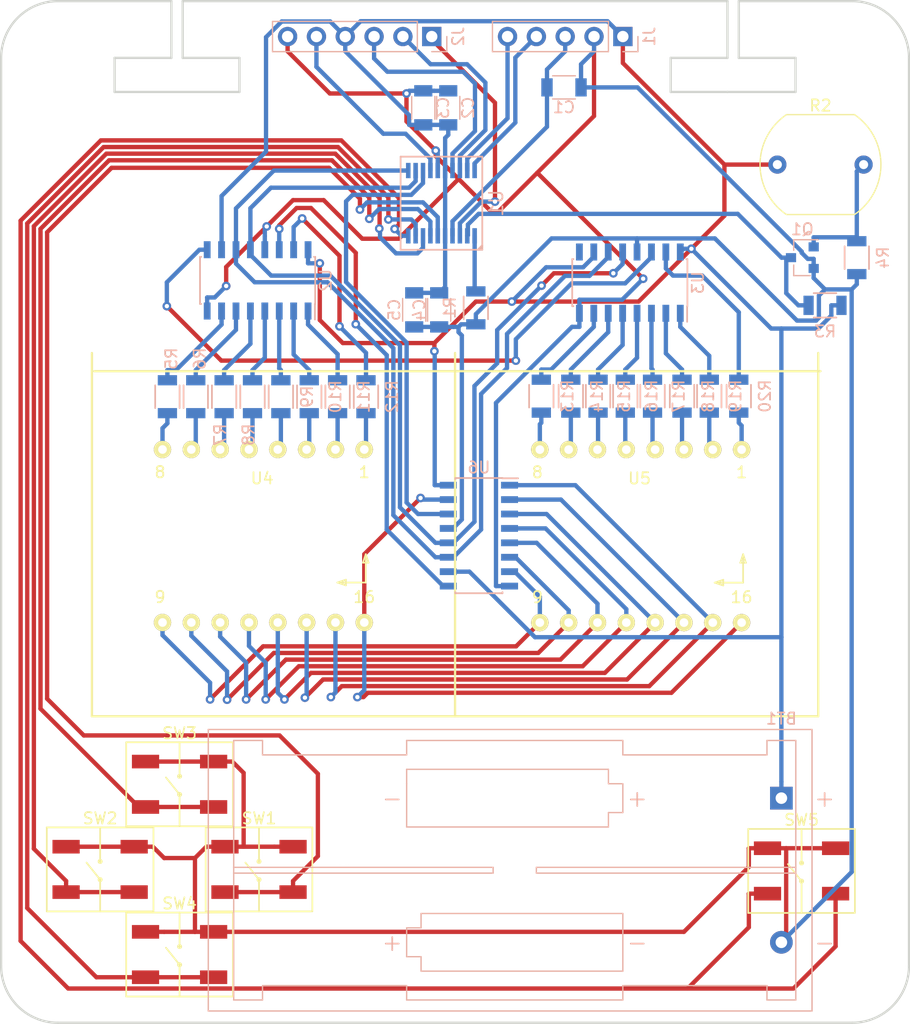
<source format=kicad_pcb>
(kicad_pcb (version 4) (host pcbnew 4.0.7)

  (general
    (links 123)
    (no_connects 0)
    (area 8.250001 16.05 105.100001 115.100001)
    (thickness 1.6)
    (drawings 45)
    (tracks 546)
    (zones 0)
    (modules 40)
    (nets 63)
  )

  (page A4)
  (title_block
    (title "Beer Buddy")
    (date 2017-10-16)
    (rev V1)
    (comment 1 "All rights reserved")
    (comment 2 marcelobarrosalmeida@gmail.com)
    (comment 3 "Marcelo Barros de Almeida")
  )

  (layers
    (0 F.Cu signal)
    (31 B.Cu signal)
    (32 B.Adhes user)
    (33 F.Adhes user)
    (34 B.Paste user)
    (35 F.Paste user)
    (36 B.SilkS user)
    (37 F.SilkS user)
    (38 B.Mask user)
    (39 F.Mask user)
    (40 Dwgs.User user hide)
    (44 Edge.Cuts user)
    (45 Margin user)
    (46 B.CrtYd user)
    (47 F.CrtYd user)
    (48 B.Fab user hide)
    (49 F.Fab user hide)
  )

  (setup
    (last_trace_width 0.381)
    (user_trace_width 0.381)
    (user_trace_width 0.381)
    (user_trace_width 0.508)
    (user_trace_width 0.762)
    (trace_clearance 0.254)
    (zone_clearance 0.381)
    (zone_45_only no)
    (trace_min 0.381)
    (segment_width 0.2)
    (edge_width 0.2)
    (via_size 0.762)
    (via_drill 0.381)
    (via_min_size 0.762)
    (via_min_drill 0.381)
    (user_via 0.762 0.381)
    (uvia_size 0.3)
    (uvia_drill 0.1)
    (uvias_allowed no)
    (uvia_min_size 0)
    (uvia_min_drill 0)
    (pcb_text_width 0.3)
    (pcb_text_size 1.5 1.5)
    (mod_edge_width 0.15)
    (mod_text_size 1 1)
    (mod_text_width 0.15)
    (pad_size 1.524 1.524)
    (pad_drill 0.762)
    (pad_to_mask_clearance 0.2)
    (aux_axis_origin 0 0)
    (grid_origin 30 30)
    (visible_elements FFFFEF7F)
    (pcbplotparams
      (layerselection 0x010fc_80000001)
      (usegerberextensions true)
      (excludeedgelayer true)
      (linewidth 0.100000)
      (plotframeref false)
      (viasonmask false)
      (mode 1)
      (useauxorigin false)
      (hpglpennumber 1)
      (hpglpenspeed 20)
      (hpglpendiameter 15)
      (hpglpenoverlay 2)
      (psnegative false)
      (psa4output false)
      (plotreference true)
      (plotvalue true)
      (plotinvisibletext false)
      (padsonsilk false)
      (subtractmaskfromsilk false)
      (outputformat 1)
      (mirror false)
      (drillshape 0)
      (scaleselection 1)
      (outputdirectory gerber/))
  )

  (net 0 "")
  (net 1 VCC)
  (net 2 GND)
  (net 3 /NRST)
  (net 4 /SWDIO)
  (net 5 /SWCLK)
  (net 6 /UART_RX)
  (net 7 /UART_TX)
  (net 8 /GPIO0)
  (net 9 "Net-(J2-Pad5)")
  (net 10 "Net-(Q1-Pad1)")
  (net 11 /RXD)
  (net 12 "Net-(R1-Pad1)")
  (net 13 /SWRIGHT)
  (net 14 /SWLEFT)
  (net 15 /SWTOP)
  (net 16 /SWDOWN)
  (net 17 /SWMENU)
  (net 18 /MOSI)
  (net 19 /HOLD)
  (net 20 /SCK)
  (net 21 "Net-(U2-Pad9)")
  (net 22 "Net-(U2-Pad14)")
  (net 23 "Net-(U4-Pad9)")
  (net 24 "Net-(U4-Pad10)")
  (net 25 "Net-(U4-Pad11)")
  (net 26 "Net-(U4-Pad12)")
  (net 27 "Net-(U4-Pad13)")
  (net 28 "Net-(U4-Pad14)")
  (net 29 "Net-(U4-Pad15)")
  (net 30 "Net-(U4-Pad16)")
  (net 31 "Net-(R5-Pad1)")
  (net 32 "Net-(R5-Pad2)")
  (net 33 "Net-(R6-Pad1)")
  (net 34 "Net-(R6-Pad2)")
  (net 35 "Net-(R7-Pad1)")
  (net 36 "Net-(R7-Pad2)")
  (net 37 "Net-(R8-Pad1)")
  (net 38 "Net-(R8-Pad2)")
  (net 39 "Net-(R9-Pad1)")
  (net 40 "Net-(R9-Pad2)")
  (net 41 "Net-(R10-Pad1)")
  (net 42 "Net-(R10-Pad2)")
  (net 43 "Net-(R11-Pad1)")
  (net 44 "Net-(R11-Pad2)")
  (net 45 "Net-(R12-Pad1)")
  (net 46 "Net-(R12-Pad2)")
  (net 47 "Net-(R13-Pad1)")
  (net 48 "Net-(R13-Pad2)")
  (net 49 "Net-(R14-Pad1)")
  (net 50 "Net-(R14-Pad2)")
  (net 51 "Net-(R15-Pad1)")
  (net 52 "Net-(R15-Pad2)")
  (net 53 "Net-(R16-Pad1)")
  (net 54 "Net-(R16-Pad2)")
  (net 55 "Net-(R17-Pad1)")
  (net 56 "Net-(R17-Pad2)")
  (net 57 "Net-(R18-Pad1)")
  (net 58 "Net-(R18-Pad2)")
  (net 59 "Net-(R19-Pad1)")
  (net 60 "Net-(R19-Pad2)")
  (net 61 "Net-(R20-Pad1)")
  (net 62 "Net-(R20-Pad2)")

  (net_class Default "This is the default net class."
    (clearance 0.254)
    (trace_width 0.381)
    (via_dia 0.762)
    (via_drill 0.381)
    (uvia_dia 0.3)
    (uvia_drill 0.1)
    (add_net /GPIO0)
    (add_net /HOLD)
    (add_net /MOSI)
    (add_net /NRST)
    (add_net /RXD)
    (add_net /SCK)
    (add_net /SWCLK)
    (add_net /SWDIO)
    (add_net /SWDOWN)
    (add_net /SWLEFT)
    (add_net /SWMENU)
    (add_net /SWRIGHT)
    (add_net /SWTOP)
    (add_net /UART_RX)
    (add_net /UART_TX)
    (add_net GND)
    (add_net "Net-(J2-Pad5)")
    (add_net "Net-(Q1-Pad1)")
    (add_net "Net-(R1-Pad1)")
    (add_net "Net-(R10-Pad1)")
    (add_net "Net-(R10-Pad2)")
    (add_net "Net-(R11-Pad1)")
    (add_net "Net-(R11-Pad2)")
    (add_net "Net-(R12-Pad1)")
    (add_net "Net-(R12-Pad2)")
    (add_net "Net-(R13-Pad1)")
    (add_net "Net-(R13-Pad2)")
    (add_net "Net-(R14-Pad1)")
    (add_net "Net-(R14-Pad2)")
    (add_net "Net-(R15-Pad1)")
    (add_net "Net-(R15-Pad2)")
    (add_net "Net-(R16-Pad1)")
    (add_net "Net-(R16-Pad2)")
    (add_net "Net-(R17-Pad1)")
    (add_net "Net-(R17-Pad2)")
    (add_net "Net-(R18-Pad1)")
    (add_net "Net-(R18-Pad2)")
    (add_net "Net-(R19-Pad1)")
    (add_net "Net-(R19-Pad2)")
    (add_net "Net-(R20-Pad1)")
    (add_net "Net-(R20-Pad2)")
    (add_net "Net-(R5-Pad1)")
    (add_net "Net-(R5-Pad2)")
    (add_net "Net-(R6-Pad1)")
    (add_net "Net-(R6-Pad2)")
    (add_net "Net-(R7-Pad1)")
    (add_net "Net-(R7-Pad2)")
    (add_net "Net-(R8-Pad1)")
    (add_net "Net-(R8-Pad2)")
    (add_net "Net-(R9-Pad1)")
    (add_net "Net-(R9-Pad2)")
    (add_net "Net-(U2-Pad14)")
    (add_net "Net-(U2-Pad9)")
    (add_net "Net-(U4-Pad10)")
    (add_net "Net-(U4-Pad11)")
    (add_net "Net-(U4-Pad12)")
    (add_net "Net-(U4-Pad13)")
    (add_net "Net-(U4-Pad14)")
    (add_net "Net-(U4-Pad15)")
    (add_net "Net-(U4-Pad16)")
    (add_net "Net-(U4-Pad9)")
    (add_net VCC)
  )

  (module mods:LED_8x8_1.9MM_20x20MM_Horiz (layer F.Cu) (tedit 577BDEE7) (tstamp 5AA7CE79)
    (at 57 64.5 180)
    (path /5A98BB5A)
    (fp_text reference U4 (at 9 -2.54 180) (layer F.SilkS)
      (effects (font (size 1 1) (thickness 0.15)))
    )
    (fp_text value LEDMX (at 9.2 4.3 180) (layer F.Fab)
      (effects (font (size 1 1) (thickness 0.15)))
    )
    (fp_line (start 18.99 2.48) (end -1.21 2.48) (layer F.Fab) (width 0.15))
    (fp_line (start 18.99 -17.72) (end 18.99 2.48) (layer F.Fab) (width 0.15))
    (fp_line (start -1.21 -17.72) (end 18.99 -17.72) (layer F.Fab) (width 0.15))
    (fp_line (start -1.21 2.48) (end -1.21 -17.72) (layer F.Fab) (width 0.15))
    (fp_text user 16 (at 0 -13 180) (layer F.SilkS)
      (effects (font (size 1 1) (thickness 0.15)))
    )
    (fp_text user 9 (at 18 -13 180) (layer F.SilkS)
      (effects (font (size 1 1) (thickness 0.15)))
    )
    (fp_text user 8 (at 18 -2 180) (layer F.SilkS)
      (effects (font (size 1 1) (thickness 0.15)))
    )
    (fp_text user 1 (at 0 -2 180) (layer F.SilkS)
      (effects (font (size 1 1) (thickness 0.15)))
    )
    (fp_line (start 1.618683 -11.468651) (end 2.368683 -11.718651) (layer F.SilkS) (width 0.15))
    (fp_line (start 1.618683 -11.968651) (end 1.618683 -11.468651) (layer F.SilkS) (width 0.15))
    (fp_line (start 2.368683 -11.718651) (end 1.618683 -11.968651) (layer F.SilkS) (width 0.15))
    (fp_line (start -0.131317 -11.718651) (end 2.368683 -11.718651) (layer F.SilkS) (width 0.15))
    (fp_line (start 0.118683 -9.968651) (end -0.131317 -9.218651) (layer F.SilkS) (width 0.15))
    (fp_line (start -0.381317 -9.968651) (end 0.118683 -9.968651) (layer F.SilkS) (width 0.15))
    (fp_line (start -0.131317 -9.218651) (end -0.381317 -9.968651) (layer F.SilkS) (width 0.15))
    (fp_line (start -0.131317 -11.718651) (end -0.131317 -9.218651) (layer F.SilkS) (width 0.15))
    (pad 1 thru_hole circle (at 0 0 180) (size 1.524 1.524) (drill 0.762) (layers *.Cu *.Mask F.SilkS)
      (net 45 "Net-(R12-Pad1)"))
    (pad 2 thru_hole circle (at 2.54 0 180) (size 1.524 1.524) (drill 0.762) (layers *.Cu *.Mask F.SilkS)
      (net 43 "Net-(R11-Pad1)"))
    (pad 3 thru_hole circle (at 5.08 0 180) (size 1.524 1.524) (drill 0.762) (layers *.Cu *.Mask F.SilkS)
      (net 41 "Net-(R10-Pad1)"))
    (pad 4 thru_hole circle (at 7.62 0 180) (size 1.524 1.524) (drill 0.762) (layers *.Cu *.Mask F.SilkS)
      (net 39 "Net-(R9-Pad1)"))
    (pad 5 thru_hole circle (at 10.16 0 180) (size 1.524 1.524) (drill 0.762) (layers *.Cu *.Mask F.SilkS)
      (net 37 "Net-(R8-Pad1)"))
    (pad 6 thru_hole circle (at 12.7 0 180) (size 1.524 1.524) (drill 0.762) (layers *.Cu *.Mask F.SilkS)
      (net 35 "Net-(R7-Pad1)"))
    (pad 7 thru_hole circle (at 15.24 0 180) (size 1.524 1.524) (drill 0.762) (layers *.Cu *.Mask F.SilkS)
      (net 33 "Net-(R6-Pad1)"))
    (pad 8 thru_hole circle (at 17.78 0 180) (size 1.524 1.524) (drill 0.762) (layers *.Cu *.Mask F.SilkS)
      (net 31 "Net-(R5-Pad1)"))
    (pad 9 thru_hole circle (at 17.78 -15.24 180) (size 1.524 1.524) (drill 0.762) (layers *.Cu *.Mask F.SilkS)
      (net 23 "Net-(U4-Pad9)"))
    (pad 10 thru_hole circle (at 15.24 -15.24 180) (size 1.524 1.524) (drill 0.762) (layers *.Cu *.Mask F.SilkS)
      (net 24 "Net-(U4-Pad10)"))
    (pad 11 thru_hole circle (at 12.7 -15.24 180) (size 1.524 1.524) (drill 0.762) (layers *.Cu *.Mask F.SilkS)
      (net 25 "Net-(U4-Pad11)"))
    (pad 12 thru_hole circle (at 10.16 -15.24 180) (size 1.524 1.524) (drill 0.762) (layers *.Cu *.Mask F.SilkS)
      (net 26 "Net-(U4-Pad12)"))
    (pad 13 thru_hole circle (at 7.62 -15.24 180) (size 1.524 1.524) (drill 0.762) (layers *.Cu *.Mask F.SilkS)
      (net 27 "Net-(U4-Pad13)"))
    (pad 14 thru_hole circle (at 5.08 -15.24 180) (size 1.524 1.524) (drill 0.762) (layers *.Cu *.Mask F.SilkS)
      (net 28 "Net-(U4-Pad14)"))
    (pad 15 thru_hole circle (at 2.54 -15.24 180) (size 1.524 1.524) (drill 0.762) (layers *.Cu *.Mask F.SilkS)
      (net 29 "Net-(U4-Pad15)"))
    (pad 16 thru_hole circle (at 0 -15.24 180) (size 1.524 1.524) (drill 0.762) (layers *.Cu *.Mask F.SilkS)
      (net 30 "Net-(U4-Pad16)"))
    (model ${KIPRJMOD}/../3d/led_matrix_8x8.wrl
      (at (xyz -0.31 -0.26 0))
      (scale (xyz 0.37 0.37 0.37))
      (rotate (xyz -90 0 0))
    )
  )

  (module Battery_Holders:Keystone_2468_2xAAA (layer B.Cu) (tedit 57A87332) (tstamp 5AA7CC87)
    (at 93.754 95.2145 180)
    (descr "2xAAA cell battery holder, Keystone P/N 2468")
    (tags "AAA battery cell holder")
    (path /59BA9EA9)
    (fp_text reference BT1 (at 0 7 360) (layer B.SilkS)
      (effects (font (size 1 1) (thickness 0.15)) (justify mirror))
    )
    (fp_text value AA (at 24.95 -7.8 180) (layer B.Fab)
      (effects (font (size 1 1) (thickness 0.15)) (justify mirror))
    )
    (fp_text user - (at 34.29 0 180) (layer B.SilkS)
      (effects (font (size 1.5 1.5) (thickness 0.15)) (justify mirror))
    )
    (fp_text user + (at 12.7 0 180) (layer B.SilkS)
      (effects (font (size 1.5 1.5) (thickness 0.15)) (justify mirror))
    )
    (fp_line (start 50.9 -19.15) (end 50.9 6.45) (layer B.CrtYd) (width 0.05))
    (fp_line (start -3.1 -19.15) (end 50.9 -19.15) (layer B.CrtYd) (width 0.05))
    (fp_line (start -3.1 6.45) (end -3.1 -19.15) (layer B.CrtYd) (width 0.05))
    (fp_line (start 50.9 6.45) (end -3.1 6.45) (layer B.CrtYd) (width 0.05))
    (fp_line (start 50.5 -18.75) (end 50.5 6.05) (layer B.SilkS) (width 0.12))
    (fp_line (start -2.7 -18.75) (end 50.5 -18.75) (layer B.SilkS) (width 0.12))
    (fp_line (start -2.7 6.05) (end -2.7 -18.75) (layer B.SilkS) (width 0.12))
    (fp_line (start 50.5 6.05) (end -2.7 6.05) (layer B.SilkS) (width 0.12))
    (fp_line (start 13.97 -15.24) (end 13.97 -10.16) (layer B.SilkS) (width 0.12))
    (fp_line (start 13.97 -10.16) (end 31.75 -10.16) (layer B.SilkS) (width 0.12))
    (fp_line (start 31.75 -10.16) (end 31.75 -11.43) (layer B.SilkS) (width 0.12))
    (fp_line (start 31.75 -11.43) (end 33.02 -11.43) (layer B.SilkS) (width 0.12))
    (fp_line (start 33.02 -11.43) (end 33.02 -13.97) (layer B.SilkS) (width 0.12))
    (fp_line (start 33.02 -13.97) (end 31.75 -13.97) (layer B.SilkS) (width 0.12))
    (fp_line (start 31.75 -13.97) (end 31.75 -15.24) (layer B.SilkS) (width 0.12))
    (fp_line (start 31.75 -15.24) (end 13.97 -15.24) (layer B.SilkS) (width 0.12))
    (fp_line (start 33.02 1.27) (end 33.02 -2.54) (layer B.SilkS) (width 0.12))
    (fp_line (start 33.02 -2.54) (end 15.24 -2.54) (layer B.SilkS) (width 0.12))
    (fp_line (start 15.24 -2.54) (end 15.24 -1.27) (layer B.SilkS) (width 0.12))
    (fp_line (start 15.24 -1.27) (end 13.97 -1.27) (layer B.SilkS) (width 0.12))
    (fp_line (start 13.97 -1.27) (end 13.97 1.27) (layer B.SilkS) (width 0.12))
    (fp_line (start 13.97 1.27) (end 15.24 1.27) (layer B.SilkS) (width 0.12))
    (fp_line (start 15.24 1.27) (end 15.24 2.54) (layer B.SilkS) (width 0.12))
    (fp_line (start 15.24 2.54) (end 33.02 2.54) (layer B.SilkS) (width 0.12))
    (fp_line (start 33.02 2.54) (end 33.02 1.27) (layer B.SilkS) (width 0.12))
    (fp_line (start -1.27 -6.096) (end 21.59 -6.096) (layer B.SilkS) (width 0.12))
    (fp_line (start 21.59 -6.096) (end 21.59 -6.604) (layer B.SilkS) (width 0.12))
    (fp_line (start 21.59 -6.604) (end -1.27 -6.604) (layer B.SilkS) (width 0.12))
    (fp_line (start 48.26 -6.096) (end 25.4 -6.096) (layer B.SilkS) (width 0.12))
    (fp_line (start 25.4 -6.096) (end 25.4 -6.604) (layer B.SilkS) (width 0.12))
    (fp_line (start 25.4 -6.604) (end 48.26 -6.604) (layer B.SilkS) (width 0.12))
    (fp_line (start 13.97 -16.51) (end 13.97 -17.78) (layer B.SilkS) (width 0.12))
    (fp_line (start 13.97 -17.78) (end 33.02 -17.78) (layer B.SilkS) (width 0.12))
    (fp_line (start 33.02 -17.78) (end 33.02 -16.51) (layer B.SilkS) (width 0.12))
    (fp_line (start 45.72 3.81) (end 33.02 3.81) (layer B.SilkS) (width 0.12))
    (fp_line (start 33.02 3.81) (end 33.02 5.08) (layer B.SilkS) (width 0.12))
    (fp_line (start 33.02 5.08) (end 13.97 5.08) (layer B.SilkS) (width 0.12))
    (fp_line (start 13.97 5.08) (end 13.97 3.81) (layer B.SilkS) (width 0.12))
    (fp_line (start 45.72 -16.51) (end 33.02 -16.51) (layer B.SilkS) (width 0.12))
    (fp_line (start 1.27 3.81) (end 13.97 3.81) (layer B.SilkS) (width 0.12))
    (fp_line (start 1.27 3.81) (end 1.27 5.08) (layer B.SilkS) (width 0.12))
    (fp_line (start 1.27 5.08) (end -1.27 5.08) (layer B.SilkS) (width 0.12))
    (fp_line (start -1.27 5.08) (end -1.27 -17.78) (layer B.SilkS) (width 0.12))
    (fp_line (start -1.27 -17.78) (end 1.27 -17.78) (layer B.SilkS) (width 0.12))
    (fp_line (start 1.27 -17.78) (end 1.27 -16.51) (layer B.SilkS) (width 0.12))
    (fp_line (start 1.27 -16.51) (end 13.97 -16.51) (layer B.SilkS) (width 0.12))
    (fp_line (start 48.26 5.08) (end 45.72 5.08) (layer B.SilkS) (width 0.12))
    (fp_line (start 45.72 5.08) (end 45.72 3.81) (layer B.SilkS) (width 0.12))
    (fp_line (start 48.26 5.08) (end 48.26 -17.78) (layer B.SilkS) (width 0.12))
    (fp_line (start 48.26 -17.78) (end 45.72 -17.78) (layer B.SilkS) (width 0.12))
    (fp_line (start 45.72 -17.78) (end 45.72 -16.51) (layer B.SilkS) (width 0.12))
    (fp_line (start -2.6 -18.65) (end -2.6 -6.35) (layer B.Fab) (width 0.1))
    (fp_line (start 50.4 -18.65) (end 50.4 5.95) (layer B.Fab) (width 0.1))
    (fp_line (start -2.6 -18.65) (end 50.4 -18.65) (layer B.Fab) (width 0.1))
    (fp_line (start -2.6 -6.35) (end -2.6 5.95) (layer B.Fab) (width 0.1))
    (fp_line (start -2.6 5.95) (end 50.4 5.95) (layer B.Fab) (width 0.1))
    (fp_text user + (at 34.29 -12.7 180) (layer B.SilkS)
      (effects (font (size 1.5 1.5) (thickness 0.15)) (justify mirror))
    )
    (fp_text user - (at 12.7 -12.7 180) (layer B.SilkS)
      (effects (font (size 1.5 1.5) (thickness 0.15)) (justify mirror))
    )
    (fp_text user + (at -3.81 0 180) (layer B.SilkS)
      (effects (font (size 1.5 1.5) (thickness 0.15)) (justify mirror))
    )
    (fp_text user - (at -3.81 -12.7 180) (layer B.SilkS)
      (effects (font (size 1.5 1.5) (thickness 0.15)) (justify mirror))
    )
    (pad 1 thru_hole rect (at 0 0 180) (size 2 2) (drill 1.02) (layers *.Cu *.Mask)
      (net 1 VCC))
    (pad 2 thru_hole circle (at 0 -12.7 180) (size 2 2) (drill 1.02) (layers *.Cu *.Mask)
      (net 2 GND))
    (pad "" np_thru_hole circle (at 8.636 -8.6995 180) (size 3.5 3.5) (drill 3.5) (layers *.Cu *.Mask))
    (pad "" np_thru_hole circle (at 38.608 -3.9624 180) (size 3.5 3.5) (drill 3.5) (layers *.Cu *.Mask))
  )

  (module Capacitors_SMD:C_1206 (layer B.Cu) (tedit 58AA84B8) (tstamp 5AA7CC98)
    (at 74.6 32.6)
    (descr "Capacitor SMD 1206, reflow soldering, AVX (see smccp.pdf)")
    (tags "capacitor 1206")
    (path /59BAEEF8)
    (attr smd)
    (fp_text reference C1 (at 0 1.75) (layer B.SilkS)
      (effects (font (size 1 1) (thickness 0.15)) (justify mirror))
    )
    (fp_text value 100nF (at 0 -2) (layer B.Fab)
      (effects (font (size 1 1) (thickness 0.15)) (justify mirror))
    )
    (fp_text user %R (at 0 1.75) (layer B.Fab)
      (effects (font (size 1 1) (thickness 0.15)) (justify mirror))
    )
    (fp_line (start -1.6 -0.8) (end -1.6 0.8) (layer B.Fab) (width 0.1))
    (fp_line (start 1.6 -0.8) (end -1.6 -0.8) (layer B.Fab) (width 0.1))
    (fp_line (start 1.6 0.8) (end 1.6 -0.8) (layer B.Fab) (width 0.1))
    (fp_line (start -1.6 0.8) (end 1.6 0.8) (layer B.Fab) (width 0.1))
    (fp_line (start 1 1.02) (end -1 1.02) (layer B.SilkS) (width 0.12))
    (fp_line (start -1 -1.02) (end 1 -1.02) (layer B.SilkS) (width 0.12))
    (fp_line (start -2.25 1.05) (end 2.25 1.05) (layer B.CrtYd) (width 0.05))
    (fp_line (start -2.25 1.05) (end -2.25 -1.05) (layer B.CrtYd) (width 0.05))
    (fp_line (start 2.25 -1.05) (end 2.25 1.05) (layer B.CrtYd) (width 0.05))
    (fp_line (start 2.25 -1.05) (end -2.25 -1.05) (layer B.CrtYd) (width 0.05))
    (pad 1 smd rect (at -1.5 0) (size 1 1.6) (layers B.Cu B.Paste B.Mask)
      (net 3 /NRST))
    (pad 2 smd rect (at 1.5 0) (size 1 1.6) (layers B.Cu B.Paste B.Mask)
      (net 2 GND))
    (model Capacitors_SMD.3dshapes/C_1206.wrl
      (at (xyz 0 0 0))
      (scale (xyz 1 1 1))
      (rotate (xyz 0 0 0))
    )
  )

  (module Capacitors_SMD:C_1206 (layer B.Cu) (tedit 58AA84B8) (tstamp 5AA7CCA9)
    (at 64.4 34.4 90)
    (descr "Capacitor SMD 1206, reflow soldering, AVX (see smccp.pdf)")
    (tags "capacitor 1206")
    (path /59BAA939)
    (attr smd)
    (fp_text reference C2 (at 0 1.75 90) (layer B.SilkS)
      (effects (font (size 1 1) (thickness 0.15)) (justify mirror))
    )
    (fp_text value 100nF (at 0 -2 90) (layer B.Fab)
      (effects (font (size 1 1) (thickness 0.15)) (justify mirror))
    )
    (fp_text user %R (at 0 1.75 90) (layer B.Fab)
      (effects (font (size 1 1) (thickness 0.15)) (justify mirror))
    )
    (fp_line (start -1.6 -0.8) (end -1.6 0.8) (layer B.Fab) (width 0.1))
    (fp_line (start 1.6 -0.8) (end -1.6 -0.8) (layer B.Fab) (width 0.1))
    (fp_line (start 1.6 0.8) (end 1.6 -0.8) (layer B.Fab) (width 0.1))
    (fp_line (start -1.6 0.8) (end 1.6 0.8) (layer B.Fab) (width 0.1))
    (fp_line (start 1 1.02) (end -1 1.02) (layer B.SilkS) (width 0.12))
    (fp_line (start -1 -1.02) (end 1 -1.02) (layer B.SilkS) (width 0.12))
    (fp_line (start -2.25 1.05) (end 2.25 1.05) (layer B.CrtYd) (width 0.05))
    (fp_line (start -2.25 1.05) (end -2.25 -1.05) (layer B.CrtYd) (width 0.05))
    (fp_line (start 2.25 -1.05) (end 2.25 1.05) (layer B.CrtYd) (width 0.05))
    (fp_line (start 2.25 -1.05) (end -2.25 -1.05) (layer B.CrtYd) (width 0.05))
    (pad 1 smd rect (at -1.5 0 90) (size 1 1.6) (layers B.Cu B.Paste B.Mask)
      (net 1 VCC))
    (pad 2 smd rect (at 1.5 0 90) (size 1 1.6) (layers B.Cu B.Paste B.Mask)
      (net 2 GND))
    (model Capacitors_SMD.3dshapes/C_1206.wrl
      (at (xyz 0 0 0))
      (scale (xyz 1 1 1))
      (rotate (xyz 0 0 0))
    )
  )

  (module Capacitors_SMD:C_1206 (layer B.Cu) (tedit 58AA84B8) (tstamp 5AA7CCBA)
    (at 62.2 34.4 90)
    (descr "Capacitor SMD 1206, reflow soldering, AVX (see smccp.pdf)")
    (tags "capacitor 1206")
    (path /59BAA9D4)
    (attr smd)
    (fp_text reference C3 (at 0 1.75 90) (layer B.SilkS)
      (effects (font (size 1 1) (thickness 0.15)) (justify mirror))
    )
    (fp_text value 4.7uF (at 0 -2 90) (layer B.Fab)
      (effects (font (size 1 1) (thickness 0.15)) (justify mirror))
    )
    (fp_text user %R (at 0 1.75 90) (layer B.Fab)
      (effects (font (size 1 1) (thickness 0.15)) (justify mirror))
    )
    (fp_line (start -1.6 -0.8) (end -1.6 0.8) (layer B.Fab) (width 0.1))
    (fp_line (start 1.6 -0.8) (end -1.6 -0.8) (layer B.Fab) (width 0.1))
    (fp_line (start 1.6 0.8) (end 1.6 -0.8) (layer B.Fab) (width 0.1))
    (fp_line (start -1.6 0.8) (end 1.6 0.8) (layer B.Fab) (width 0.1))
    (fp_line (start 1 1.02) (end -1 1.02) (layer B.SilkS) (width 0.12))
    (fp_line (start -1 -1.02) (end 1 -1.02) (layer B.SilkS) (width 0.12))
    (fp_line (start -2.25 1.05) (end 2.25 1.05) (layer B.CrtYd) (width 0.05))
    (fp_line (start -2.25 1.05) (end -2.25 -1.05) (layer B.CrtYd) (width 0.05))
    (fp_line (start 2.25 -1.05) (end 2.25 1.05) (layer B.CrtYd) (width 0.05))
    (fp_line (start 2.25 -1.05) (end -2.25 -1.05) (layer B.CrtYd) (width 0.05))
    (pad 1 smd rect (at -1.5 0 90) (size 1 1.6) (layers B.Cu B.Paste B.Mask)
      (net 1 VCC))
    (pad 2 smd rect (at 1.5 0 90) (size 1 1.6) (layers B.Cu B.Paste B.Mask)
      (net 2 GND))
    (model Capacitors_SMD.3dshapes/C_1206.wrl
      (at (xyz 0 0 0))
      (scale (xyz 1 1 1))
      (rotate (xyz 0 0 0))
    )
  )

  (module Capacitors_SMD:C_1206 (layer B.Cu) (tedit 58AA84B8) (tstamp 5AA7CCCB)
    (at 63.6 52.2 270)
    (descr "Capacitor SMD 1206, reflow soldering, AVX (see smccp.pdf)")
    (tags "capacitor 1206")
    (path /59BACBBE)
    (attr smd)
    (fp_text reference C4 (at 0 1.75 270) (layer B.SilkS)
      (effects (font (size 1 1) (thickness 0.15)) (justify mirror))
    )
    (fp_text value 10nF (at 0 -2 270) (layer B.Fab)
      (effects (font (size 1 1) (thickness 0.15)) (justify mirror))
    )
    (fp_text user %R (at 0 1.75 270) (layer B.Fab)
      (effects (font (size 1 1) (thickness 0.15)) (justify mirror))
    )
    (fp_line (start -1.6 -0.8) (end -1.6 0.8) (layer B.Fab) (width 0.1))
    (fp_line (start 1.6 -0.8) (end -1.6 -0.8) (layer B.Fab) (width 0.1))
    (fp_line (start 1.6 0.8) (end 1.6 -0.8) (layer B.Fab) (width 0.1))
    (fp_line (start -1.6 0.8) (end 1.6 0.8) (layer B.Fab) (width 0.1))
    (fp_line (start 1 1.02) (end -1 1.02) (layer B.SilkS) (width 0.12))
    (fp_line (start -1 -1.02) (end 1 -1.02) (layer B.SilkS) (width 0.12))
    (fp_line (start -2.25 1.05) (end 2.25 1.05) (layer B.CrtYd) (width 0.05))
    (fp_line (start -2.25 1.05) (end -2.25 -1.05) (layer B.CrtYd) (width 0.05))
    (fp_line (start 2.25 -1.05) (end 2.25 1.05) (layer B.CrtYd) (width 0.05))
    (fp_line (start 2.25 -1.05) (end -2.25 -1.05) (layer B.CrtYd) (width 0.05))
    (pad 1 smd rect (at -1.5 0 270) (size 1 1.6) (layers B.Cu B.Paste B.Mask)
      (net 1 VCC))
    (pad 2 smd rect (at 1.5 0 270) (size 1 1.6) (layers B.Cu B.Paste B.Mask)
      (net 2 GND))
    (model Capacitors_SMD.3dshapes/C_1206.wrl
      (at (xyz 0 0 0))
      (scale (xyz 1 1 1))
      (rotate (xyz 0 0 0))
    )
  )

  (module Capacitors_SMD:C_1206 (layer B.Cu) (tedit 58AA84B8) (tstamp 5AA7CCDC)
    (at 61.4 52.2 270)
    (descr "Capacitor SMD 1206, reflow soldering, AVX (see smccp.pdf)")
    (tags "capacitor 1206")
    (path /59BAAA5C)
    (attr smd)
    (fp_text reference C5 (at 0 1.75 270) (layer B.SilkS)
      (effects (font (size 1 1) (thickness 0.15)) (justify mirror))
    )
    (fp_text value 1uF (at 0 -2 270) (layer B.Fab)
      (effects (font (size 1 1) (thickness 0.15)) (justify mirror))
    )
    (fp_text user %R (at 0 1.75 270) (layer B.Fab)
      (effects (font (size 1 1) (thickness 0.15)) (justify mirror))
    )
    (fp_line (start -1.6 -0.8) (end -1.6 0.8) (layer B.Fab) (width 0.1))
    (fp_line (start 1.6 -0.8) (end -1.6 -0.8) (layer B.Fab) (width 0.1))
    (fp_line (start 1.6 0.8) (end 1.6 -0.8) (layer B.Fab) (width 0.1))
    (fp_line (start -1.6 0.8) (end 1.6 0.8) (layer B.Fab) (width 0.1))
    (fp_line (start 1 1.02) (end -1 1.02) (layer B.SilkS) (width 0.12))
    (fp_line (start -1 -1.02) (end 1 -1.02) (layer B.SilkS) (width 0.12))
    (fp_line (start -2.25 1.05) (end 2.25 1.05) (layer B.CrtYd) (width 0.05))
    (fp_line (start -2.25 1.05) (end -2.25 -1.05) (layer B.CrtYd) (width 0.05))
    (fp_line (start 2.25 -1.05) (end 2.25 1.05) (layer B.CrtYd) (width 0.05))
    (fp_line (start 2.25 -1.05) (end -2.25 -1.05) (layer B.CrtYd) (width 0.05))
    (pad 1 smd rect (at -1.5 0 270) (size 1 1.6) (layers B.Cu B.Paste B.Mask)
      (net 1 VCC))
    (pad 2 smd rect (at 1.5 0 270) (size 1 1.6) (layers B.Cu B.Paste B.Mask)
      (net 2 GND))
    (model Capacitors_SMD.3dshapes/C_1206.wrl
      (at (xyz 0 0 0))
      (scale (xyz 1 1 1))
      (rotate (xyz 0 0 0))
    )
  )

  (module Pin_Headers:Pin_Header_Straight_1x05_Pitch2.54mm (layer B.Cu) (tedit 59650532) (tstamp 5AA7CCF5)
    (at 79.784 28.1204 90)
    (descr "Through hole straight pin header, 1x05, 2.54mm pitch, single row")
    (tags "Through hole pin header THT 1x05 2.54mm single row")
    (path /59BAEBA9)
    (fp_text reference J1 (at 0 2.33 90) (layer B.SilkS)
      (effects (font (size 1 1) (thickness 0.15)) (justify mirror))
    )
    (fp_text value SWD (at 0 -12.49 90) (layer B.Fab)
      (effects (font (size 1 1) (thickness 0.15)) (justify mirror))
    )
    (fp_line (start -0.635 1.27) (end 1.27 1.27) (layer B.Fab) (width 0.1))
    (fp_line (start 1.27 1.27) (end 1.27 -11.43) (layer B.Fab) (width 0.1))
    (fp_line (start 1.27 -11.43) (end -1.27 -11.43) (layer B.Fab) (width 0.1))
    (fp_line (start -1.27 -11.43) (end -1.27 0.635) (layer B.Fab) (width 0.1))
    (fp_line (start -1.27 0.635) (end -0.635 1.27) (layer B.Fab) (width 0.1))
    (fp_line (start -1.33 -11.49) (end 1.33 -11.49) (layer B.SilkS) (width 0.12))
    (fp_line (start -1.33 -1.27) (end -1.33 -11.49) (layer B.SilkS) (width 0.12))
    (fp_line (start 1.33 -1.27) (end 1.33 -11.49) (layer B.SilkS) (width 0.12))
    (fp_line (start -1.33 -1.27) (end 1.33 -1.27) (layer B.SilkS) (width 0.12))
    (fp_line (start -1.33 0) (end -1.33 1.33) (layer B.SilkS) (width 0.12))
    (fp_line (start -1.33 1.33) (end 0 1.33) (layer B.SilkS) (width 0.12))
    (fp_line (start -1.8 1.8) (end -1.8 -11.95) (layer B.CrtYd) (width 0.05))
    (fp_line (start -1.8 -11.95) (end 1.8 -11.95) (layer B.CrtYd) (width 0.05))
    (fp_line (start 1.8 -11.95) (end 1.8 1.8) (layer B.CrtYd) (width 0.05))
    (fp_line (start 1.8 1.8) (end -1.8 1.8) (layer B.CrtYd) (width 0.05))
    (fp_text user %R (at 0 -5.08 360) (layer B.Fab)
      (effects (font (size 1 1) (thickness 0.15)) (justify mirror))
    )
    (pad 1 thru_hole rect (at 0 0 90) (size 1.7 1.7) (drill 1) (layers *.Cu *.Mask)
      (net 1 VCC))
    (pad 2 thru_hole oval (at 0 -2.54 90) (size 1.7 1.7) (drill 1) (layers *.Cu *.Mask)
      (net 2 GND))
    (pad 3 thru_hole oval (at 0 -5.08 90) (size 1.7 1.7) (drill 1) (layers *.Cu *.Mask)
      (net 3 /NRST))
    (pad 4 thru_hole oval (at 0 -7.62 90) (size 1.7 1.7) (drill 1) (layers *.Cu *.Mask)
      (net 4 /SWDIO))
    (pad 5 thru_hole oval (at 0 -10.16 90) (size 1.7 1.7) (drill 1) (layers *.Cu *.Mask)
      (net 5 /SWCLK))
    (model ${KISYS3DMOD}/Pin_Headers.3dshapes/Pin_Header_Straight_1x05_Pitch2.54mm.wrl
      (at (xyz 0 0 0))
      (scale (xyz 1 1 1))
      (rotate (xyz 0 0 0))
    )
  )

  (module Pin_Headers:Pin_Header_Straight_1x06_Pitch2.54mm (layer B.Cu) (tedit 59650532) (tstamp 5AA7CD0F)
    (at 62.9438 28.1204 90)
    (descr "Through hole straight pin header, 1x06, 2.54mm pitch, single row")
    (tags "Through hole pin header THT 1x06 2.54mm single row")
    (path /5A9945F5)
    (fp_text reference J2 (at 0 2.33 90) (layer B.SilkS)
      (effects (font (size 1 1) (thickness 0.15)) (justify mirror))
    )
    (fp_text value Conn_01x06 (at 0 -15.03 90) (layer B.Fab)
      (effects (font (size 1 1) (thickness 0.15)) (justify mirror))
    )
    (fp_line (start -0.635 1.27) (end 1.27 1.27) (layer B.Fab) (width 0.1))
    (fp_line (start 1.27 1.27) (end 1.27 -13.97) (layer B.Fab) (width 0.1))
    (fp_line (start 1.27 -13.97) (end -1.27 -13.97) (layer B.Fab) (width 0.1))
    (fp_line (start -1.27 -13.97) (end -1.27 0.635) (layer B.Fab) (width 0.1))
    (fp_line (start -1.27 0.635) (end -0.635 1.27) (layer B.Fab) (width 0.1))
    (fp_line (start -1.33 -14.03) (end 1.33 -14.03) (layer B.SilkS) (width 0.12))
    (fp_line (start -1.33 -1.27) (end -1.33 -14.03) (layer B.SilkS) (width 0.12))
    (fp_line (start 1.33 -1.27) (end 1.33 -14.03) (layer B.SilkS) (width 0.12))
    (fp_line (start -1.33 -1.27) (end 1.33 -1.27) (layer B.SilkS) (width 0.12))
    (fp_line (start -1.33 0) (end -1.33 1.33) (layer B.SilkS) (width 0.12))
    (fp_line (start -1.33 1.33) (end 0 1.33) (layer B.SilkS) (width 0.12))
    (fp_line (start -1.8 1.8) (end -1.8 -14.5) (layer B.CrtYd) (width 0.05))
    (fp_line (start -1.8 -14.5) (end 1.8 -14.5) (layer B.CrtYd) (width 0.05))
    (fp_line (start 1.8 -14.5) (end 1.8 1.8) (layer B.CrtYd) (width 0.05))
    (fp_line (start 1.8 1.8) (end -1.8 1.8) (layer B.CrtYd) (width 0.05))
    (fp_text user %R (at 0 -6.35 360) (layer B.Fab)
      (effects (font (size 1 1) (thickness 0.15)) (justify mirror))
    )
    (pad 1 thru_hole rect (at 0 0 90) (size 1.7 1.7) (drill 1) (layers *.Cu *.Mask)
      (net 8 /GPIO0))
    (pad 2 thru_hole oval (at 0 -2.54 90) (size 1.7 1.7) (drill 1) (layers *.Cu *.Mask)
      (net 6 /UART_RX))
    (pad 3 thru_hole oval (at 0 -5.08 90) (size 1.7 1.7) (drill 1) (layers *.Cu *.Mask)
      (net 7 /UART_TX))
    (pad 4 thru_hole oval (at 0 -7.62 90) (size 1.7 1.7) (drill 1) (layers *.Cu *.Mask)
      (net 1 VCC))
    (pad 5 thru_hole oval (at 0 -10.16 90) (size 1.7 1.7) (drill 1) (layers *.Cu *.Mask)
      (net 9 "Net-(J2-Pad5)"))
    (pad 6 thru_hole oval (at 0 -12.7 90) (size 1.7 1.7) (drill 1) (layers *.Cu *.Mask)
      (net 2 GND))
    (model ${KISYS3DMOD}/Pin_Headers.3dshapes/Pin_Header_Straight_1x06_Pitch2.54mm.wrl
      (at (xyz 0 0 0))
      (scale (xyz 1 1 1))
      (rotate (xyz 0 0 0))
    )
  )

  (module TO_SOT_Packages_SMD:SOT-23 (layer B.Cu) (tedit 58CE4E7E) (tstamp 5AA7CD24)
    (at 95.6 47.6 180)
    (descr "SOT-23, Standard")
    (tags SOT-23)
    (path /5A98593F)
    (attr smd)
    (fp_text reference Q1 (at 0 2.5 180) (layer B.SilkS)
      (effects (font (size 1 1) (thickness 0.15)) (justify mirror))
    )
    (fp_text value NMOS_GSD (at 0 -2.5 180) (layer B.Fab)
      (effects (font (size 1 1) (thickness 0.15)) (justify mirror))
    )
    (fp_text user %R (at 0 0 450) (layer B.Fab)
      (effects (font (size 0.5 0.5) (thickness 0.075)) (justify mirror))
    )
    (fp_line (start -0.7 0.95) (end -0.7 -1.5) (layer B.Fab) (width 0.1))
    (fp_line (start -0.15 1.52) (end 0.7 1.52) (layer B.Fab) (width 0.1))
    (fp_line (start -0.7 0.95) (end -0.15 1.52) (layer B.Fab) (width 0.1))
    (fp_line (start 0.7 1.52) (end 0.7 -1.52) (layer B.Fab) (width 0.1))
    (fp_line (start -0.7 -1.52) (end 0.7 -1.52) (layer B.Fab) (width 0.1))
    (fp_line (start 0.76 -1.58) (end 0.76 -0.65) (layer B.SilkS) (width 0.12))
    (fp_line (start 0.76 1.58) (end 0.76 0.65) (layer B.SilkS) (width 0.12))
    (fp_line (start -1.7 1.75) (end 1.7 1.75) (layer B.CrtYd) (width 0.05))
    (fp_line (start 1.7 1.75) (end 1.7 -1.75) (layer B.CrtYd) (width 0.05))
    (fp_line (start 1.7 -1.75) (end -1.7 -1.75) (layer B.CrtYd) (width 0.05))
    (fp_line (start -1.7 -1.75) (end -1.7 1.75) (layer B.CrtYd) (width 0.05))
    (fp_line (start 0.76 1.58) (end -1.4 1.58) (layer B.SilkS) (width 0.12))
    (fp_line (start 0.76 -1.58) (end -0.7 -1.58) (layer B.SilkS) (width 0.12))
    (pad 1 smd rect (at -1 0.95 180) (size 0.9 0.8) (layers B.Cu B.Paste B.Mask)
      (net 10 "Net-(Q1-Pad1)"))
    (pad 2 smd rect (at -1 -0.95 180) (size 0.9 0.8) (layers B.Cu B.Paste B.Mask)
      (net 2 GND))
    (pad 3 smd rect (at 1 0 180) (size 0.9 0.8) (layers B.Cu B.Paste B.Mask)
      (net 11 /RXD))
    (model ${KISYS3DMOD}/TO_SOT_Packages_SMD.3dshapes/SOT-23.wrl
      (at (xyz 0 0 0))
      (scale (xyz 1 1 1))
      (rotate (xyz 0 0 0))
    )
  )

  (module mods:R_1206_CUSTOM (layer B.Cu) (tedit 5415CFA7) (tstamp 5AA7CD30)
    (at 66.83 52.0218 270)
    (descr "Resistor SMD 1206, reflow soldering, Vishay (see dcrcw.pdf)")
    (tags "resistor 1206")
    (path /59BABBC1)
    (attr smd)
    (fp_text reference R1 (at 0 2.3 270) (layer B.SilkS)
      (effects (font (size 1 1) (thickness 0.15)) (justify mirror))
    )
    (fp_text value 10K (at 0 -2.3 270) (layer B.Fab)
      (effects (font (size 1 1) (thickness 0.15)) (justify mirror))
    )
    (fp_line (start -2.2 1.2) (end 2.2 1.2) (layer B.CrtYd) (width 0.05))
    (fp_line (start -2.2 -1.2) (end 2.2 -1.2) (layer B.CrtYd) (width 0.05))
    (fp_line (start -2.2 1.2) (end -2.2 -1.2) (layer B.CrtYd) (width 0.05))
    (fp_line (start 2.2 1.2) (end 2.2 -1.2) (layer B.CrtYd) (width 0.05))
    (fp_line (start 1 -1.075) (end -1 -1.075) (layer B.SilkS) (width 0.15))
    (fp_line (start -1 1.075) (end 1 1.075) (layer B.SilkS) (width 0.15))
    (pad 1 smd rect (at -1.45 0 270) (size 0.9 1.7) (layers B.Cu B.Paste B.Mask)
      (net 12 "Net-(R1-Pad1)"))
    (pad 2 smd rect (at 1.45 0 270) (size 0.9 1.7) (layers B.Cu B.Paste B.Mask)
      (net 2 GND))
    (model Resistors_SMD.3dshapes/R_1206.wrl
      (at (xyz 0 0 0))
      (scale (xyz 1 1 1))
      (rotate (xyz 0 0 0))
    )
  )

  (module Opto-Devices:Resistor_LDR_10x8.5_RM7.6 (layer F.Cu) (tedit 588BD0EB) (tstamp 5AA7CD4F)
    (at 93.4 39.4)
    (descr "Resistor, LDR 10x8.5mm")
    (tags "Resistor LDR10.8.5mm")
    (path /5A985762)
    (fp_text reference R2 (at 3.8 -5.2) (layer F.SilkS)
      (effects (font (size 1 1) (thickness 0.15)))
    )
    (fp_text value LDR03 (at 3.7 5.2) (layer F.Fab)
      (effects (font (size 1 1) (thickness 0.15)))
    )
    (fp_line (start 0.8 4.4) (end 6.8 4.4) (layer F.SilkS) (width 0.12))
    (fp_line (start 0.8 -4.4) (end 6.8 -4.4) (layer F.SilkS) (width 0.12))
    (fp_line (start 2.9 -1.8) (end 4.7 -1.8) (layer F.Fab) (width 0.1))
    (fp_line (start 4.7 -1.8) (end 4.7 -1.2) (layer F.Fab) (width 0.1))
    (fp_line (start 4.7 -1.2) (end 2.9 -1.2) (layer F.Fab) (width 0.1))
    (fp_line (start 2.9 -1.2) (end 2.9 -0.6) (layer F.Fab) (width 0.1))
    (fp_line (start 2.9 -0.6) (end 4.7 -0.6) (layer F.Fab) (width 0.1))
    (fp_line (start 4.7 -0.6) (end 4.7 0) (layer F.Fab) (width 0.1))
    (fp_line (start 4.7 0) (end 2.9 0) (layer F.Fab) (width 0.1))
    (fp_line (start 2.9 0) (end 2.9 0.6) (layer F.Fab) (width 0.1))
    (fp_line (start 2.9 0.6) (end 4.7 0.6) (layer F.Fab) (width 0.1))
    (fp_line (start 4.7 0.6) (end 4.7 1.2) (layer F.Fab) (width 0.1))
    (fp_line (start 4.7 1.2) (end 2.9 1.2) (layer F.Fab) (width 0.1))
    (fp_line (start 2.9 1.2) (end 2.9 1.8) (layer F.Fab) (width 0.1))
    (fp_line (start 2.9 1.8) (end 4.7 1.8) (layer F.Fab) (width 0.1))
    (fp_line (start 6.8 4.25) (end 0.8 4.25) (layer F.Fab) (width 0.1))
    (fp_line (start 0.8 -4.25) (end 6.8 -4.25) (layer F.Fab) (width 0.1))
    (fp_line (start -1.65 -4.5) (end 9.25 -4.5) (layer F.CrtYd) (width 0.05))
    (fp_line (start -1.65 -4.5) (end -1.65 4.5) (layer F.CrtYd) (width 0.05))
    (fp_line (start 9.25 4.5) (end 9.25 -4.5) (layer F.CrtYd) (width 0.05))
    (fp_line (start 9.25 4.5) (end -1.65 4.5) (layer F.CrtYd) (width 0.05))
    (fp_arc (start 3.8 0) (end 0.8 4.4) (angle 111) (layer F.SilkS) (width 0.12))
    (fp_arc (start 3.8 0) (end 6.8 -4.4) (angle 111) (layer F.SilkS) (width 0.12))
    (fp_arc (start 3.8 0) (end 6.8 -4.25) (angle 109) (layer F.Fab) (width 0.1))
    (fp_arc (start 3.8 0) (end 0.8 4.25) (angle 109) (layer F.Fab) (width 0.1))
    (pad 1 thru_hole circle (at 0 0) (size 1.6 1.6) (drill 0.8) (layers *.Cu *.Mask)
      (net 1 VCC))
    (pad 2 thru_hole circle (at 7.6 0) (size 1.6 1.6) (drill 0.8) (layers *.Cu *.Mask)
      (net 10 "Net-(Q1-Pad1)"))
  )

  (module mods:R_1206_CUSTOM (layer B.Cu) (tedit 5415CFA7) (tstamp 5AA7CD5B)
    (at 97.6 51.8)
    (descr "Resistor SMD 1206, reflow soldering, Vishay (see dcrcw.pdf)")
    (tags "resistor 1206")
    (path /5A985BF2)
    (attr smd)
    (fp_text reference R3 (at 0 2.3) (layer B.SilkS)
      (effects (font (size 1 1) (thickness 0.15)) (justify mirror))
    )
    (fp_text value 4k7 (at 0 -2.3) (layer B.Fab)
      (effects (font (size 1 1) (thickness 0.15)) (justify mirror))
    )
    (fp_line (start -2.2 1.2) (end 2.2 1.2) (layer B.CrtYd) (width 0.05))
    (fp_line (start -2.2 -1.2) (end 2.2 -1.2) (layer B.CrtYd) (width 0.05))
    (fp_line (start -2.2 1.2) (end -2.2 -1.2) (layer B.CrtYd) (width 0.05))
    (fp_line (start 2.2 1.2) (end 2.2 -1.2) (layer B.CrtYd) (width 0.05))
    (fp_line (start 1 -1.075) (end -1 -1.075) (layer B.SilkS) (width 0.15))
    (fp_line (start -1 1.075) (end 1 1.075) (layer B.SilkS) (width 0.15))
    (pad 1 smd rect (at -1.45 0) (size 0.9 1.7) (layers B.Cu B.Paste B.Mask)
      (net 11 /RXD))
    (pad 2 smd rect (at 1.45 0) (size 0.9 1.7) (layers B.Cu B.Paste B.Mask)
      (net 1 VCC))
    (model Resistors_SMD.3dshapes/R_1206.wrl
      (at (xyz 0 0 0))
      (scale (xyz 1 1 1))
      (rotate (xyz 0 0 0))
    )
  )

  (module mods:R_1206_CUSTOM (layer B.Cu) (tedit 5415CFA7) (tstamp 5AA7CD67)
    (at 100.4 47.6 90)
    (descr "Resistor SMD 1206, reflow soldering, Vishay (see dcrcw.pdf)")
    (tags "resistor 1206")
    (path /5A985859)
    (attr smd)
    (fp_text reference R4 (at 0 2.3 90) (layer B.SilkS)
      (effects (font (size 1 1) (thickness 0.15)) (justify mirror))
    )
    (fp_text value 200R (at 0 -2.3 90) (layer B.Fab)
      (effects (font (size 1 1) (thickness 0.15)) (justify mirror))
    )
    (fp_line (start -2.2 1.2) (end 2.2 1.2) (layer B.CrtYd) (width 0.05))
    (fp_line (start -2.2 -1.2) (end 2.2 -1.2) (layer B.CrtYd) (width 0.05))
    (fp_line (start -2.2 1.2) (end -2.2 -1.2) (layer B.CrtYd) (width 0.05))
    (fp_line (start 2.2 1.2) (end 2.2 -1.2) (layer B.CrtYd) (width 0.05))
    (fp_line (start 1 -1.075) (end -1 -1.075) (layer B.SilkS) (width 0.15))
    (fp_line (start -1 1.075) (end 1 1.075) (layer B.SilkS) (width 0.15))
    (pad 1 smd rect (at -1.45 0 90) (size 0.9 1.7) (layers B.Cu B.Paste B.Mask)
      (net 2 GND))
    (pad 2 smd rect (at 1.45 0 90) (size 0.9 1.7) (layers B.Cu B.Paste B.Mask)
      (net 10 "Net-(Q1-Pad1)"))
    (model Resistors_SMD.3dshapes/R_1206.wrl
      (at (xyz 0 0 0))
      (scale (xyz 1 1 1))
      (rotate (xyz 0 0 0))
    )
  )

  (module mods:EVQ-Q2B02W (layer F.Cu) (tedit 59E344C4) (tstamp 5AA7CDA8)
    (at 47.724 101.492)
    (path /59BA90FF)
    (fp_text reference SW1 (at 0 -4.5) (layer F.SilkS)
      (effects (font (size 1 1) (thickness 0.15)))
    )
    (fp_text value SW_SPST (at -0.1 4.5) (layer F.Fab)
      (effects (font (size 1 1) (thickness 0.15)))
    )
    (fp_circle (center 0 -0.7) (end 0.1 -0.6) (layer F.SilkS) (width 0.15))
    (fp_circle (center 0 0.9) (end 0.1 0.8) (layer F.SilkS) (width 0.15))
    (fp_line (start 0 3.7) (end 0 0.9) (layer F.SilkS) (width 0.15))
    (fp_line (start 0 0.9) (end -1.2 -0.6) (layer F.SilkS) (width 0.15))
    (fp_line (start 0 -3.7) (end 0 -0.7) (layer F.SilkS) (width 0.15))
    (fp_line (start -4.7 3.7) (end -4.7 -3.7) (layer F.SilkS) (width 0.15))
    (fp_line (start -4.7 -3.7) (end 4.6 -3.7) (layer F.SilkS) (width 0.15))
    (fp_line (start -4.7 3.7) (end 4.6 3.7) (layer F.SilkS) (width 0.15))
    (fp_line (start 4.7 3.7) (end 4.7 -3.7) (layer F.SilkS) (width 0.15))
    (pad 2 smd rect (at 3 2) (size 2.4 1.2) (layers F.Cu F.Paste F.Mask)
      (net 13 /SWRIGHT))
    (pad 1 smd rect (at 3 -2) (size 2.4 1.2) (layers F.Cu F.Paste F.Mask)
      (net 2 GND))
    (pad 2 smd rect (at -3 2) (size 2.4 1.2) (layers F.Cu F.Paste F.Mask)
      (net 13 /SWRIGHT))
    (pad 1 smd rect (at -3 -2) (size 2.4 1.2) (layers F.Cu F.Paste F.Mask)
      (net 2 GND))
    (model ${KIPRJMOD}/../3d/switch.wrl
      (at (xyz 0 0 0))
      (scale (xyz 0.394 0.394 0.394))
      (rotate (xyz -90 0 0))
    )
  )

  (module mods:EVQ-Q2B02W (layer F.Cu) (tedit 59E344C4) (tstamp 5AA7CDB9)
    (at 33.724 101.492)
    (path /59BA8FDD)
    (fp_text reference SW2 (at 0 -4.5) (layer F.SilkS)
      (effects (font (size 1 1) (thickness 0.15)))
    )
    (fp_text value SW_SPST (at -0.1 4.5) (layer F.Fab)
      (effects (font (size 1 1) (thickness 0.15)))
    )
    (fp_circle (center 0 -0.7) (end 0.1 -0.6) (layer F.SilkS) (width 0.15))
    (fp_circle (center 0 0.9) (end 0.1 0.8) (layer F.SilkS) (width 0.15))
    (fp_line (start 0 3.7) (end 0 0.9) (layer F.SilkS) (width 0.15))
    (fp_line (start 0 0.9) (end -1.2 -0.6) (layer F.SilkS) (width 0.15))
    (fp_line (start 0 -3.7) (end 0 -0.7) (layer F.SilkS) (width 0.15))
    (fp_line (start -4.7 3.7) (end -4.7 -3.7) (layer F.SilkS) (width 0.15))
    (fp_line (start -4.7 -3.7) (end 4.6 -3.7) (layer F.SilkS) (width 0.15))
    (fp_line (start -4.7 3.7) (end 4.6 3.7) (layer F.SilkS) (width 0.15))
    (fp_line (start 4.7 3.7) (end 4.7 -3.7) (layer F.SilkS) (width 0.15))
    (pad 2 smd rect (at 3 2) (size 2.4 1.2) (layers F.Cu F.Paste F.Mask)
      (net 14 /SWLEFT))
    (pad 1 smd rect (at 3 -2) (size 2.4 1.2) (layers F.Cu F.Paste F.Mask)
      (net 2 GND))
    (pad 2 smd rect (at -3 2) (size 2.4 1.2) (layers F.Cu F.Paste F.Mask)
      (net 14 /SWLEFT))
    (pad 1 smd rect (at -3 -2) (size 2.4 1.2) (layers F.Cu F.Paste F.Mask)
      (net 2 GND))
    (model ${KIPRJMOD}/../3d/switch.wrl
      (at (xyz 0 0 0))
      (scale (xyz 0.394 0.394 0.394))
      (rotate (xyz -90 0 0))
    )
  )

  (module mods:EVQ-Q2B02W (layer F.Cu) (tedit 59E344C4) (tstamp 5AA7CDCA)
    (at 40.724 93.992)
    (path /59BA90C6)
    (fp_text reference SW3 (at 0 -4.5) (layer F.SilkS)
      (effects (font (size 1 1) (thickness 0.15)))
    )
    (fp_text value SW_SPST (at -0.1 4.5) (layer F.Fab)
      (effects (font (size 1 1) (thickness 0.15)))
    )
    (fp_circle (center 0 -0.7) (end 0.1 -0.6) (layer F.SilkS) (width 0.15))
    (fp_circle (center 0 0.9) (end 0.1 0.8) (layer F.SilkS) (width 0.15))
    (fp_line (start 0 3.7) (end 0 0.9) (layer F.SilkS) (width 0.15))
    (fp_line (start 0 0.9) (end -1.2 -0.6) (layer F.SilkS) (width 0.15))
    (fp_line (start 0 -3.7) (end 0 -0.7) (layer F.SilkS) (width 0.15))
    (fp_line (start -4.7 3.7) (end -4.7 -3.7) (layer F.SilkS) (width 0.15))
    (fp_line (start -4.7 -3.7) (end 4.6 -3.7) (layer F.SilkS) (width 0.15))
    (fp_line (start -4.7 3.7) (end 4.6 3.7) (layer F.SilkS) (width 0.15))
    (fp_line (start 4.7 3.7) (end 4.7 -3.7) (layer F.SilkS) (width 0.15))
    (pad 2 smd rect (at 3 2) (size 2.4 1.2) (layers F.Cu F.Paste F.Mask)
      (net 15 /SWTOP))
    (pad 1 smd rect (at 3 -2) (size 2.4 1.2) (layers F.Cu F.Paste F.Mask)
      (net 2 GND))
    (pad 2 smd rect (at -3 2) (size 2.4 1.2) (layers F.Cu F.Paste F.Mask)
      (net 15 /SWTOP))
    (pad 1 smd rect (at -3 -2) (size 2.4 1.2) (layers F.Cu F.Paste F.Mask)
      (net 2 GND))
    (model ${KIPRJMOD}/../3d/switch.wrl
      (at (xyz 0 0 0))
      (scale (xyz 0.394 0.394 0.394))
      (rotate (xyz -90 0 0))
    )
  )

  (module mods:EVQ-Q2B02W (layer F.Cu) (tedit 59E344C4) (tstamp 5AA7CDDB)
    (at 40.724 108.992)
    (path /59BA90E1)
    (fp_text reference SW4 (at 0 -4.5) (layer F.SilkS)
      (effects (font (size 1 1) (thickness 0.15)))
    )
    (fp_text value SW_SPST (at -0.1 4.5) (layer F.Fab)
      (effects (font (size 1 1) (thickness 0.15)))
    )
    (fp_circle (center 0 -0.7) (end 0.1 -0.6) (layer F.SilkS) (width 0.15))
    (fp_circle (center 0 0.9) (end 0.1 0.8) (layer F.SilkS) (width 0.15))
    (fp_line (start 0 3.7) (end 0 0.9) (layer F.SilkS) (width 0.15))
    (fp_line (start 0 0.9) (end -1.2 -0.6) (layer F.SilkS) (width 0.15))
    (fp_line (start 0 -3.7) (end 0 -0.7) (layer F.SilkS) (width 0.15))
    (fp_line (start -4.7 3.7) (end -4.7 -3.7) (layer F.SilkS) (width 0.15))
    (fp_line (start -4.7 -3.7) (end 4.6 -3.7) (layer F.SilkS) (width 0.15))
    (fp_line (start -4.7 3.7) (end 4.6 3.7) (layer F.SilkS) (width 0.15))
    (fp_line (start 4.7 3.7) (end 4.7 -3.7) (layer F.SilkS) (width 0.15))
    (pad 2 smd rect (at 3 2) (size 2.4 1.2) (layers F.Cu F.Paste F.Mask)
      (net 16 /SWDOWN))
    (pad 1 smd rect (at 3 -2) (size 2.4 1.2) (layers F.Cu F.Paste F.Mask)
      (net 2 GND))
    (pad 2 smd rect (at -3 2) (size 2.4 1.2) (layers F.Cu F.Paste F.Mask)
      (net 16 /SWDOWN))
    (pad 1 smd rect (at -3 -2) (size 2.4 1.2) (layers F.Cu F.Paste F.Mask)
      (net 2 GND))
    (model ${KIPRJMOD}/../3d/switch.wrl
      (at (xyz 0 0 0))
      (scale (xyz 0.394 0.394 0.394))
      (rotate (xyz -90 0 0))
    )
  )

  (module mods:EVQ-Q2B02W (layer F.Cu) (tedit 59E344C4) (tstamp 5AA7CDEC)
    (at 95.532 101.628)
    (path /5A983D47)
    (fp_text reference SW5 (at 0 -4.5) (layer F.SilkS)
      (effects (font (size 1 1) (thickness 0.15)))
    )
    (fp_text value SW_SPST (at -0.1 4.5) (layer F.Fab)
      (effects (font (size 1 1) (thickness 0.15)))
    )
    (fp_circle (center 0 -0.7) (end 0.1 -0.6) (layer F.SilkS) (width 0.15))
    (fp_circle (center 0 0.9) (end 0.1 0.8) (layer F.SilkS) (width 0.15))
    (fp_line (start 0 3.7) (end 0 0.9) (layer F.SilkS) (width 0.15))
    (fp_line (start 0 0.9) (end -1.2 -0.6) (layer F.SilkS) (width 0.15))
    (fp_line (start 0 -3.7) (end 0 -0.7) (layer F.SilkS) (width 0.15))
    (fp_line (start -4.7 3.7) (end -4.7 -3.7) (layer F.SilkS) (width 0.15))
    (fp_line (start -4.7 -3.7) (end 4.6 -3.7) (layer F.SilkS) (width 0.15))
    (fp_line (start -4.7 3.7) (end 4.6 3.7) (layer F.SilkS) (width 0.15))
    (fp_line (start 4.7 3.7) (end 4.7 -3.7) (layer F.SilkS) (width 0.15))
    (pad 2 smd rect (at 3 2) (size 2.4 1.2) (layers F.Cu F.Paste F.Mask)
      (net 17 /SWMENU))
    (pad 1 smd rect (at 3 -2) (size 2.4 1.2) (layers F.Cu F.Paste F.Mask)
      (net 2 GND))
    (pad 2 smd rect (at -3 2) (size 2.4 1.2) (layers F.Cu F.Paste F.Mask)
      (net 17 /SWMENU))
    (pad 1 smd rect (at -3 -2) (size 2.4 1.2) (layers F.Cu F.Paste F.Mask)
      (net 2 GND))
    (model ${KIPRJMOD}/../3d/switch.wrl
      (at (xyz 0 0 0))
      (scale (xyz 0.394 0.394 0.394))
      (rotate (xyz -90 0 0))
    )
  )

  (module mods:TSOP-20-STM32F030F4 (layer B.Cu) (tedit 59E34273) (tstamp 5AA7CE0B)
    (at 63.8 42.8 180)
    (path /59BA8E18)
    (fp_text reference U1 (at -4.825 0 450) (layer B.SilkS)
      (effects (font (size 1.2 1.2) (thickness 0.15)) (justify mirror))
    )
    (fp_text value STM32F030F4 (at 0 0 180) (layer B.Fab)
      (effects (font (size 1.2 1.2) (thickness 0.15)) (justify mirror))
    )
    (fp_line (start -3.6 -3.7) (end -3.2 -4.1) (layer B.SilkS) (width 0.15))
    (fp_line (start -3.6 -3.9) (end -3.4 -4.1) (layer B.SilkS) (width 0.15))
    (fp_line (start -3.6 -3.8) (end -3.3 -4.1) (layer B.SilkS) (width 0.15))
    (fp_line (start -3.6 4.1) (end -3.6 -4.1) (layer B.SilkS) (width 0.15))
    (fp_line (start -3.6 -4.1) (end 3.6 -4.1) (layer B.SilkS) (width 0.15))
    (fp_line (start 3.6 -4.1) (end 3.6 4.1) (layer B.SilkS) (width 0.15))
    (fp_line (start 3.6 4.1) (end -3.6 4.1) (layer B.SilkS) (width 0.15))
    (pad 20 smd rect (at -2.925 2.875 180) (size 0.4 1.35) (layers B.Cu B.Paste B.Mask)
      (net 4 /SWDIO))
    (pad 1 smd rect (at -2.925 -2.875 180) (size 0.4 1.35) (layers B.Cu B.Paste B.Mask)
      (net 12 "Net-(R1-Pad1)"))
    (pad 19 smd rect (at -2.275 2.875 180) (size 0.4 1.35) (layers B.Cu B.Paste B.Mask)
      (net 5 /SWCLK))
    (pad 2 smd rect (at -2.275 -2.875 180) (size 0.4 1.35) (layers B.Cu B.Paste B.Mask)
      (net 11 /RXD))
    (pad 18 smd rect (at -1.625 2.875 180) (size 0.4 1.35) (layers B.Cu B.Paste B.Mask)
      (net 6 /UART_RX))
    (pad 3 smd rect (at -1.625 -2.875 180) (size 0.4 1.35) (layers B.Cu B.Paste B.Mask)
      (net 8 /GPIO0))
    (pad 17 smd rect (at -0.975 2.875 180) (size 0.4 1.35) (layers B.Cu B.Paste B.Mask)
      (net 7 /UART_TX))
    (pad 4 smd rect (at -0.975 -2.875 180) (size 0.4 1.35) (layers B.Cu B.Paste B.Mask)
      (net 3 /NRST))
    (pad 16 smd rect (at -0.325 2.875 180) (size 0.4 1.35) (layers B.Cu B.Paste B.Mask)
      (net 1 VCC))
    (pad 5 smd rect (at -0.325 -2.875 180) (size 0.4 1.35) (layers B.Cu B.Paste B.Mask)
      (net 1 VCC))
    (pad 15 smd rect (at 0.325 2.875 180) (size 0.4 1.35) (layers B.Cu B.Paste B.Mask)
      (net 2 GND))
    (pad 6 smd rect (at 0.325 -2.875 180) (size 0.4 1.35) (layers B.Cu B.Paste B.Mask)
      (net 13 /SWRIGHT))
    (pad 14 smd rect (at 0.975 2.875 180) (size 0.4 1.35) (layers B.Cu B.Paste B.Mask)
      (net 9 "Net-(J2-Pad5)"))
    (pad 7 smd rect (at 0.975 -2.875 180) (size 0.4 1.35) (layers B.Cu B.Paste B.Mask)
      (net 15 /SWTOP))
    (pad 13 smd rect (at 1.625 2.875 180) (size 0.4 1.35) (layers B.Cu B.Paste B.Mask)
      (net 18 /MOSI))
    (pad 8 smd rect (at 1.625 -2.875 180) (size 0.4 1.35) (layers B.Cu B.Paste B.Mask)
      (net 14 /SWLEFT))
    (pad 12 smd rect (at 2.275 2.875 180) (size 0.4 1.35) (layers B.Cu B.Paste B.Mask)
      (net 19 /HOLD))
    (pad 9 smd rect (at 2.275 -2.875 180) (size 0.4 1.35) (layers B.Cu B.Paste B.Mask)
      (net 16 /SWDOWN))
    (pad 11 smd rect (at 2.925 2.875 180) (size 0.4 1.35) (layers B.Cu B.Paste B.Mask)
      (net 20 /SCK))
    (pad 10 smd rect (at 2.925 -2.875 180) (size 0.4 1.35) (layers B.Cu B.Paste B.Mask)
      (net 17 /SWMENU))
    (model Housings_SSOP.3dshapes/TSSOP-20_4.4x6.5mm_Pitch0.65mm.wrl
      (at (xyz 0 0 0))
      (scale (xyz 1 1 1))
      (rotate (xyz 0 0 0))
    )
  )

  (module Housings_SOIC:SOIC-16_3.9x9.9mm_Pitch1.27mm (layer B.Cu) (tedit 58CC8F64) (tstamp 5AA7CE30)
    (at 47.6 49.6 90)
    (descr "16-Lead Plastic Small Outline (SL) - Narrow, 3.90 mm Body [SOIC] (see Microchip Packaging Specification 00000049BS.pdf)")
    (tags "SOIC 1.27")
    (path /5A989486)
    (attr smd)
    (fp_text reference U2 (at 0 6 90) (layer B.SilkS)
      (effects (font (size 1 1) (thickness 0.15)) (justify mirror))
    )
    (fp_text value 74HC595 (at 0 -6 90) (layer B.Fab)
      (effects (font (size 1 1) (thickness 0.15)) (justify mirror))
    )
    (fp_text user %R (at 0 0 90) (layer B.Fab)
      (effects (font (size 0.9 0.9) (thickness 0.135)) (justify mirror))
    )
    (fp_line (start -0.95 4.95) (end 1.95 4.95) (layer B.Fab) (width 0.15))
    (fp_line (start 1.95 4.95) (end 1.95 -4.95) (layer B.Fab) (width 0.15))
    (fp_line (start 1.95 -4.95) (end -1.95 -4.95) (layer B.Fab) (width 0.15))
    (fp_line (start -1.95 -4.95) (end -1.95 3.95) (layer B.Fab) (width 0.15))
    (fp_line (start -1.95 3.95) (end -0.95 4.95) (layer B.Fab) (width 0.15))
    (fp_line (start -3.7 5.25) (end -3.7 -5.25) (layer B.CrtYd) (width 0.05))
    (fp_line (start 3.7 5.25) (end 3.7 -5.25) (layer B.CrtYd) (width 0.05))
    (fp_line (start -3.7 5.25) (end 3.7 5.25) (layer B.CrtYd) (width 0.05))
    (fp_line (start -3.7 -5.25) (end 3.7 -5.25) (layer B.CrtYd) (width 0.05))
    (fp_line (start -2.075 5.075) (end -2.075 5.05) (layer B.SilkS) (width 0.15))
    (fp_line (start 2.075 5.075) (end 2.075 4.97) (layer B.SilkS) (width 0.15))
    (fp_line (start 2.075 -5.075) (end 2.075 -4.97) (layer B.SilkS) (width 0.15))
    (fp_line (start -2.075 -5.075) (end -2.075 -4.97) (layer B.SilkS) (width 0.15))
    (fp_line (start -2.075 5.075) (end 2.075 5.075) (layer B.SilkS) (width 0.15))
    (fp_line (start -2.075 -5.075) (end 2.075 -5.075) (layer B.SilkS) (width 0.15))
    (fp_line (start -2.075 5.05) (end -3.45 5.05) (layer B.SilkS) (width 0.15))
    (pad 1 smd rect (at -2.7 4.445 90) (size 1.5 0.6) (layers B.Cu B.Paste B.Mask)
      (net 44 "Net-(R11-Pad2)"))
    (pad 2 smd rect (at -2.7 3.175 90) (size 1.5 0.6) (layers B.Cu B.Paste B.Mask)
      (net 42 "Net-(R10-Pad2)"))
    (pad 3 smd rect (at -2.7 1.905 90) (size 1.5 0.6) (layers B.Cu B.Paste B.Mask)
      (net 40 "Net-(R9-Pad2)"))
    (pad 4 smd rect (at -2.7 0.635 90) (size 1.5 0.6) (layers B.Cu B.Paste B.Mask)
      (net 38 "Net-(R8-Pad2)"))
    (pad 5 smd rect (at -2.7 -0.635 90) (size 1.5 0.6) (layers B.Cu B.Paste B.Mask)
      (net 36 "Net-(R7-Pad2)"))
    (pad 6 smd rect (at -2.7 -1.905 90) (size 1.5 0.6) (layers B.Cu B.Paste B.Mask)
      (net 34 "Net-(R6-Pad2)"))
    (pad 7 smd rect (at -2.7 -3.175 90) (size 1.5 0.6) (layers B.Cu B.Paste B.Mask)
      (net 32 "Net-(R5-Pad2)"))
    (pad 8 smd rect (at -2.7 -4.445 90) (size 1.5 0.6) (layers B.Cu B.Paste B.Mask)
      (net 2 GND))
    (pad 9 smd rect (at 2.7 -4.445 90) (size 1.5 0.6) (layers B.Cu B.Paste B.Mask)
      (net 21 "Net-(U2-Pad9)"))
    (pad 10 smd rect (at 2.7 -3.175 90) (size 1.5 0.6) (layers B.Cu B.Paste B.Mask)
      (net 1 VCC))
    (pad 11 smd rect (at 2.7 -1.905 90) (size 1.5 0.6) (layers B.Cu B.Paste B.Mask)
      (net 20 /SCK))
    (pad 12 smd rect (at 2.7 -0.635 90) (size 1.5 0.6) (layers B.Cu B.Paste B.Mask)
      (net 19 /HOLD))
    (pad 13 smd rect (at 2.7 0.635 90) (size 1.5 0.6) (layers B.Cu B.Paste B.Mask)
      (net 2 GND))
    (pad 14 smd rect (at 2.7 1.905 90) (size 1.5 0.6) (layers B.Cu B.Paste B.Mask)
      (net 22 "Net-(U2-Pad14)"))
    (pad 15 smd rect (at 2.7 3.175 90) (size 1.5 0.6) (layers B.Cu B.Paste B.Mask)
      (net 46 "Net-(R12-Pad2)"))
    (pad 16 smd rect (at 2.7 4.445 90) (size 1.5 0.6) (layers B.Cu B.Paste B.Mask)
      (net 1 VCC))
    (model ${KISYS3DMOD}/Housings_SOIC.3dshapes/SOIC-16_3.9x9.9mm_Pitch1.27mm.wrl
      (at (xyz 0 0 0))
      (scale (xyz 1 1 1))
      (rotate (xyz 0 0 0))
    )
  )

  (module Housings_SOIC:SOIC-16_3.9x9.9mm_Pitch1.27mm (layer B.Cu) (tedit 58CC8F64) (tstamp 5AA7CE55)
    (at 80.4 49.8 90)
    (descr "16-Lead Plastic Small Outline (SL) - Narrow, 3.90 mm Body [SOIC] (see Microchip Packaging Specification 00000049BS.pdf)")
    (tags "SOIC 1.27")
    (path /5A989501)
    (attr smd)
    (fp_text reference U3 (at 0 6 90) (layer B.SilkS)
      (effects (font (size 1 1) (thickness 0.15)) (justify mirror))
    )
    (fp_text value 74HC595 (at 0 -6 90) (layer B.Fab)
      (effects (font (size 1 1) (thickness 0.15)) (justify mirror))
    )
    (fp_text user %R (at 0 0 90) (layer B.Fab)
      (effects (font (size 0.9 0.9) (thickness 0.135)) (justify mirror))
    )
    (fp_line (start -0.95 4.95) (end 1.95 4.95) (layer B.Fab) (width 0.15))
    (fp_line (start 1.95 4.95) (end 1.95 -4.95) (layer B.Fab) (width 0.15))
    (fp_line (start 1.95 -4.95) (end -1.95 -4.95) (layer B.Fab) (width 0.15))
    (fp_line (start -1.95 -4.95) (end -1.95 3.95) (layer B.Fab) (width 0.15))
    (fp_line (start -1.95 3.95) (end -0.95 4.95) (layer B.Fab) (width 0.15))
    (fp_line (start -3.7 5.25) (end -3.7 -5.25) (layer B.CrtYd) (width 0.05))
    (fp_line (start 3.7 5.25) (end 3.7 -5.25) (layer B.CrtYd) (width 0.05))
    (fp_line (start -3.7 5.25) (end 3.7 5.25) (layer B.CrtYd) (width 0.05))
    (fp_line (start -3.7 -5.25) (end 3.7 -5.25) (layer B.CrtYd) (width 0.05))
    (fp_line (start -2.075 5.075) (end -2.075 5.05) (layer B.SilkS) (width 0.15))
    (fp_line (start 2.075 5.075) (end 2.075 4.97) (layer B.SilkS) (width 0.15))
    (fp_line (start 2.075 -5.075) (end 2.075 -4.97) (layer B.SilkS) (width 0.15))
    (fp_line (start -2.075 -5.075) (end -2.075 -4.97) (layer B.SilkS) (width 0.15))
    (fp_line (start -2.075 5.075) (end 2.075 5.075) (layer B.SilkS) (width 0.15))
    (fp_line (start -2.075 -5.075) (end 2.075 -5.075) (layer B.SilkS) (width 0.15))
    (fp_line (start -2.075 5.05) (end -3.45 5.05) (layer B.SilkS) (width 0.15))
    (pad 1 smd rect (at -2.7 4.445 90) (size 1.5 0.6) (layers B.Cu B.Paste B.Mask)
      (net 60 "Net-(R19-Pad2)"))
    (pad 2 smd rect (at -2.7 3.175 90) (size 1.5 0.6) (layers B.Cu B.Paste B.Mask)
      (net 58 "Net-(R18-Pad2)"))
    (pad 3 smd rect (at -2.7 1.905 90) (size 1.5 0.6) (layers B.Cu B.Paste B.Mask)
      (net 56 "Net-(R17-Pad2)"))
    (pad 4 smd rect (at -2.7 0.635 90) (size 1.5 0.6) (layers B.Cu B.Paste B.Mask)
      (net 54 "Net-(R16-Pad2)"))
    (pad 5 smd rect (at -2.7 -0.635 90) (size 1.5 0.6) (layers B.Cu B.Paste B.Mask)
      (net 52 "Net-(R15-Pad2)"))
    (pad 6 smd rect (at -2.7 -1.905 90) (size 1.5 0.6) (layers B.Cu B.Paste B.Mask)
      (net 50 "Net-(R14-Pad2)"))
    (pad 7 smd rect (at -2.7 -3.175 90) (size 1.5 0.6) (layers B.Cu B.Paste B.Mask)
      (net 48 "Net-(R13-Pad2)"))
    (pad 8 smd rect (at -2.7 -4.445 90) (size 1.5 0.6) (layers B.Cu B.Paste B.Mask)
      (net 2 GND))
    (pad 9 smd rect (at 2.7 -4.445 90) (size 1.5 0.6) (layers B.Cu B.Paste B.Mask))
    (pad 10 smd rect (at 2.7 -3.175 90) (size 1.5 0.6) (layers B.Cu B.Paste B.Mask)
      (net 1 VCC))
    (pad 11 smd rect (at 2.7 -1.905 90) (size 1.5 0.6) (layers B.Cu B.Paste B.Mask)
      (net 20 /SCK))
    (pad 12 smd rect (at 2.7 -0.635 90) (size 1.5 0.6) (layers B.Cu B.Paste B.Mask)
      (net 19 /HOLD))
    (pad 13 smd rect (at 2.7 0.635 90) (size 1.5 0.6) (layers B.Cu B.Paste B.Mask)
      (net 2 GND))
    (pad 14 smd rect (at 2.7 1.905 90) (size 1.5 0.6) (layers B.Cu B.Paste B.Mask)
      (net 21 "Net-(U2-Pad9)"))
    (pad 15 smd rect (at 2.7 3.175 90) (size 1.5 0.6) (layers B.Cu B.Paste B.Mask)
      (net 62 "Net-(R20-Pad2)"))
    (pad 16 smd rect (at 2.7 4.445 90) (size 1.5 0.6) (layers B.Cu B.Paste B.Mask)
      (net 1 VCC))
    (model ${KISYS3DMOD}/Housings_SOIC.3dshapes/SOIC-16_3.9x9.9mm_Pitch1.27mm.wrl
      (at (xyz 0 0 0))
      (scale (xyz 1 1 1))
      (rotate (xyz 0 0 0))
    )
  )

  (module mods:LED_8x8_1.9MM_20x20MM_Horiz (layer F.Cu) (tedit 577BDEE7) (tstamp 5AA7CE9D)
    (at 90.25 64.51 180)
    (path /5A98BC9A)
    (fp_text reference U5 (at 9 -2.54 180) (layer F.SilkS)
      (effects (font (size 1 1) (thickness 0.15)))
    )
    (fp_text value LEDMX (at 9.2 4.3 180) (layer F.Fab)
      (effects (font (size 1 1) (thickness 0.15)))
    )
    (fp_line (start 18.99 2.48) (end -1.21 2.48) (layer F.Fab) (width 0.15))
    (fp_line (start 18.99 -17.72) (end 18.99 2.48) (layer F.Fab) (width 0.15))
    (fp_line (start -1.21 -17.72) (end 18.99 -17.72) (layer F.Fab) (width 0.15))
    (fp_line (start -1.21 2.48) (end -1.21 -17.72) (layer F.Fab) (width 0.15))
    (fp_text user 16 (at 0 -13 180) (layer F.SilkS)
      (effects (font (size 1 1) (thickness 0.15)))
    )
    (fp_text user 9 (at 18 -13 180) (layer F.SilkS)
      (effects (font (size 1 1) (thickness 0.15)))
    )
    (fp_text user 8 (at 18 -2 180) (layer F.SilkS)
      (effects (font (size 1 1) (thickness 0.15)))
    )
    (fp_text user 1 (at 0 -2 180) (layer F.SilkS)
      (effects (font (size 1 1) (thickness 0.15)))
    )
    (fp_line (start 1.618683 -11.468651) (end 2.368683 -11.718651) (layer F.SilkS) (width 0.15))
    (fp_line (start 1.618683 -11.968651) (end 1.618683 -11.468651) (layer F.SilkS) (width 0.15))
    (fp_line (start 2.368683 -11.718651) (end 1.618683 -11.968651) (layer F.SilkS) (width 0.15))
    (fp_line (start -0.131317 -11.718651) (end 2.368683 -11.718651) (layer F.SilkS) (width 0.15))
    (fp_line (start 0.118683 -9.968651) (end -0.131317 -9.218651) (layer F.SilkS) (width 0.15))
    (fp_line (start -0.381317 -9.968651) (end 0.118683 -9.968651) (layer F.SilkS) (width 0.15))
    (fp_line (start -0.131317 -9.218651) (end -0.381317 -9.968651) (layer F.SilkS) (width 0.15))
    (fp_line (start -0.131317 -11.718651) (end -0.131317 -9.218651) (layer F.SilkS) (width 0.15))
    (pad 1 thru_hole circle (at 0 0 180) (size 1.524 1.524) (drill 0.762) (layers *.Cu *.Mask F.SilkS)
      (net 61 "Net-(R20-Pad1)"))
    (pad 2 thru_hole circle (at 2.54 0 180) (size 1.524 1.524) (drill 0.762) (layers *.Cu *.Mask F.SilkS)
      (net 59 "Net-(R19-Pad1)"))
    (pad 3 thru_hole circle (at 5.08 0 180) (size 1.524 1.524) (drill 0.762) (layers *.Cu *.Mask F.SilkS)
      (net 57 "Net-(R18-Pad1)"))
    (pad 4 thru_hole circle (at 7.62 0 180) (size 1.524 1.524) (drill 0.762) (layers *.Cu *.Mask F.SilkS)
      (net 55 "Net-(R17-Pad1)"))
    (pad 5 thru_hole circle (at 10.16 0 180) (size 1.524 1.524) (drill 0.762) (layers *.Cu *.Mask F.SilkS)
      (net 53 "Net-(R16-Pad1)"))
    (pad 6 thru_hole circle (at 12.7 0 180) (size 1.524 1.524) (drill 0.762) (layers *.Cu *.Mask F.SilkS)
      (net 51 "Net-(R15-Pad1)"))
    (pad 7 thru_hole circle (at 15.24 0 180) (size 1.524 1.524) (drill 0.762) (layers *.Cu *.Mask F.SilkS)
      (net 49 "Net-(R14-Pad1)"))
    (pad 8 thru_hole circle (at 17.78 0 180) (size 1.524 1.524) (drill 0.762) (layers *.Cu *.Mask F.SilkS)
      (net 47 "Net-(R13-Pad1)"))
    (pad 9 thru_hole circle (at 17.78 -15.24 180) (size 1.524 1.524) (drill 0.762) (layers *.Cu *.Mask F.SilkS)
      (net 23 "Net-(U4-Pad9)"))
    (pad 10 thru_hole circle (at 15.24 -15.24 180) (size 1.524 1.524) (drill 0.762) (layers *.Cu *.Mask F.SilkS)
      (net 24 "Net-(U4-Pad10)"))
    (pad 11 thru_hole circle (at 12.7 -15.24 180) (size 1.524 1.524) (drill 0.762) (layers *.Cu *.Mask F.SilkS)
      (net 25 "Net-(U4-Pad11)"))
    (pad 12 thru_hole circle (at 10.16 -15.24 180) (size 1.524 1.524) (drill 0.762) (layers *.Cu *.Mask F.SilkS)
      (net 26 "Net-(U4-Pad12)"))
    (pad 13 thru_hole circle (at 7.62 -15.24 180) (size 1.524 1.524) (drill 0.762) (layers *.Cu *.Mask F.SilkS)
      (net 27 "Net-(U4-Pad13)"))
    (pad 14 thru_hole circle (at 5.08 -15.24 180) (size 1.524 1.524) (drill 0.762) (layers *.Cu *.Mask F.SilkS)
      (net 28 "Net-(U4-Pad14)"))
    (pad 15 thru_hole circle (at 2.54 -15.24 180) (size 1.524 1.524) (drill 0.762) (layers *.Cu *.Mask F.SilkS)
      (net 29 "Net-(U4-Pad15)"))
    (pad 16 thru_hole circle (at 0 -15.24 180) (size 1.524 1.524) (drill 0.762) (layers *.Cu *.Mask F.SilkS)
      (net 30 "Net-(U4-Pad16)"))
    (model ${KIPRJMOD}/../3d/led_matrix_8x8.wrl
      (at (xyz -0.195 -0.26 0))
      (scale (xyz 0.37 0.37 0.37))
      (rotate (xyz -90 0 0))
    )
  )

  (module Housings_SOIC:SOIC-16_3.9x9.9mm_Pitch1.27mm (layer B.Cu) (tedit 58CC8F64) (tstamp 5AA7CEC2)
    (at 67.1018 72.0878 180)
    (descr "16-Lead Plastic Small Outline (SL) - Narrow, 3.90 mm Body [SOIC] (see Microchip Packaging Specification 00000049BS.pdf)")
    (tags "SOIC 1.27")
    (path /5A983146)
    (attr smd)
    (fp_text reference U6 (at 0 6 180) (layer B.SilkS)
      (effects (font (size 1 1) (thickness 0.15)) (justify mirror))
    )
    (fp_text value 74HC595 (at 0 -6 180) (layer B.Fab)
      (effects (font (size 1 1) (thickness 0.15)) (justify mirror))
    )
    (fp_text user %R (at 0 0 180) (layer B.Fab)
      (effects (font (size 0.9 0.9) (thickness 0.135)) (justify mirror))
    )
    (fp_line (start -0.95 4.95) (end 1.95 4.95) (layer B.Fab) (width 0.15))
    (fp_line (start 1.95 4.95) (end 1.95 -4.95) (layer B.Fab) (width 0.15))
    (fp_line (start 1.95 -4.95) (end -1.95 -4.95) (layer B.Fab) (width 0.15))
    (fp_line (start -1.95 -4.95) (end -1.95 3.95) (layer B.Fab) (width 0.15))
    (fp_line (start -1.95 3.95) (end -0.95 4.95) (layer B.Fab) (width 0.15))
    (fp_line (start -3.7 5.25) (end -3.7 -5.25) (layer B.CrtYd) (width 0.05))
    (fp_line (start 3.7 5.25) (end 3.7 -5.25) (layer B.CrtYd) (width 0.05))
    (fp_line (start -3.7 5.25) (end 3.7 5.25) (layer B.CrtYd) (width 0.05))
    (fp_line (start -3.7 -5.25) (end 3.7 -5.25) (layer B.CrtYd) (width 0.05))
    (fp_line (start -2.075 5.075) (end -2.075 5.05) (layer B.SilkS) (width 0.15))
    (fp_line (start 2.075 5.075) (end 2.075 4.97) (layer B.SilkS) (width 0.15))
    (fp_line (start 2.075 -5.075) (end 2.075 -4.97) (layer B.SilkS) (width 0.15))
    (fp_line (start -2.075 -5.075) (end -2.075 -4.97) (layer B.SilkS) (width 0.15))
    (fp_line (start -2.075 5.075) (end 2.075 5.075) (layer B.SilkS) (width 0.15))
    (fp_line (start -2.075 -5.075) (end 2.075 -5.075) (layer B.SilkS) (width 0.15))
    (fp_line (start -2.075 5.05) (end -3.45 5.05) (layer B.SilkS) (width 0.15))
    (pad 1 smd rect (at -2.7 4.445 180) (size 1.5 0.6) (layers B.Cu B.Paste B.Mask)
      (net 29 "Net-(U4-Pad15)"))
    (pad 2 smd rect (at -2.7 3.175 180) (size 1.5 0.6) (layers B.Cu B.Paste B.Mask)
      (net 28 "Net-(U4-Pad14)"))
    (pad 3 smd rect (at -2.7 1.905 180) (size 1.5 0.6) (layers B.Cu B.Paste B.Mask)
      (net 27 "Net-(U4-Pad13)"))
    (pad 4 smd rect (at -2.7 0.635 180) (size 1.5 0.6) (layers B.Cu B.Paste B.Mask)
      (net 26 "Net-(U4-Pad12)"))
    (pad 5 smd rect (at -2.7 -0.635 180) (size 1.5 0.6) (layers B.Cu B.Paste B.Mask)
      (net 25 "Net-(U4-Pad11)"))
    (pad 6 smd rect (at -2.7 -1.905 180) (size 1.5 0.6) (layers B.Cu B.Paste B.Mask)
      (net 24 "Net-(U4-Pad10)"))
    (pad 7 smd rect (at -2.7 -3.175 180) (size 1.5 0.6) (layers B.Cu B.Paste B.Mask)
      (net 23 "Net-(U4-Pad9)"))
    (pad 8 smd rect (at -2.7 -4.445 180) (size 1.5 0.6) (layers B.Cu B.Paste B.Mask)
      (net 2 GND))
    (pad 9 smd rect (at 2.7 -4.445 180) (size 1.5 0.6) (layers B.Cu B.Paste B.Mask)
      (net 22 "Net-(U2-Pad14)"))
    (pad 10 smd rect (at 2.7 -3.175 180) (size 1.5 0.6) (layers B.Cu B.Paste B.Mask)
      (net 1 VCC))
    (pad 11 smd rect (at 2.7 -1.905 180) (size 1.5 0.6) (layers B.Cu B.Paste B.Mask)
      (net 20 /SCK))
    (pad 12 smd rect (at 2.7 -0.635 180) (size 1.5 0.6) (layers B.Cu B.Paste B.Mask)
      (net 19 /HOLD))
    (pad 13 smd rect (at 2.7 0.635 180) (size 1.5 0.6) (layers B.Cu B.Paste B.Mask)
      (net 2 GND))
    (pad 14 smd rect (at 2.7 1.905 180) (size 1.5 0.6) (layers B.Cu B.Paste B.Mask)
      (net 18 /MOSI))
    (pad 15 smd rect (at 2.7 3.175 180) (size 1.5 0.6) (layers B.Cu B.Paste B.Mask)
      (net 30 "Net-(U4-Pad16)"))
    (pad 16 smd rect (at 2.7 4.445 180) (size 1.5 0.6) (layers B.Cu B.Paste B.Mask)
      (net 1 VCC))
    (model ${KISYS3DMOD}/Housings_SOIC.3dshapes/SOIC-16_3.9x9.9mm_Pitch1.27mm.wrl
      (at (xyz 0 0 0))
      (scale (xyz 1 1 1))
      (rotate (xyz 0 0 0))
    )
  )

  (module mods:R_1206_CUSTOM (layer B.Cu) (tedit 5415CFA7) (tstamp 5AA80038)
    (at 39.65 59.85 90)
    (descr "Resistor SMD 1206, reflow soldering, Vishay (see dcrcw.pdf)")
    (tags "resistor 1206")
    (path /5A996210)
    (attr smd)
    (fp_text reference R5 (at 3.35 0.35 90) (layer B.SilkS)
      (effects (font (size 1 1) (thickness 0.15)) (justify mirror))
    )
    (fp_text value 330R (at 0 -2.3 90) (layer B.Fab)
      (effects (font (size 1 1) (thickness 0.15)) (justify mirror))
    )
    (fp_line (start -2.2 1.2) (end 2.2 1.2) (layer B.CrtYd) (width 0.05))
    (fp_line (start -2.2 -1.2) (end 2.2 -1.2) (layer B.CrtYd) (width 0.05))
    (fp_line (start -2.2 1.2) (end -2.2 -1.2) (layer B.CrtYd) (width 0.05))
    (fp_line (start 2.2 1.2) (end 2.2 -1.2) (layer B.CrtYd) (width 0.05))
    (fp_line (start 1 -1.075) (end -1 -1.075) (layer B.SilkS) (width 0.15))
    (fp_line (start -1 1.075) (end 1 1.075) (layer B.SilkS) (width 0.15))
    (pad 1 smd rect (at -1.45 0 90) (size 0.9 1.7) (layers B.Cu B.Paste B.Mask)
      (net 31 "Net-(R5-Pad1)"))
    (pad 2 smd rect (at 1.45 0 90) (size 0.9 1.7) (layers B.Cu B.Paste B.Mask)
      (net 32 "Net-(R5-Pad2)"))
    (model Resistors_SMD.3dshapes/R_1206.wrl
      (at (xyz 0 0 0))
      (scale (xyz 1 1 1))
      (rotate (xyz 0 0 0))
    )
  )

  (module mods:R_1206_CUSTOM (layer B.Cu) (tedit 5415CFA7) (tstamp 5AA80044)
    (at 42.15 59.85 90)
    (descr "Resistor SMD 1206, reflow soldering, Vishay (see dcrcw.pdf)")
    (tags "resistor 1206")
    (path /5A9965B5)
    (attr smd)
    (fp_text reference R6 (at 3.35 0.35 90) (layer B.SilkS)
      (effects (font (size 1 1) (thickness 0.15)) (justify mirror))
    )
    (fp_text value 330R (at 0 -2.3 90) (layer B.Fab)
      (effects (font (size 1 1) (thickness 0.15)) (justify mirror))
    )
    (fp_line (start -2.2 1.2) (end 2.2 1.2) (layer B.CrtYd) (width 0.05))
    (fp_line (start -2.2 -1.2) (end 2.2 -1.2) (layer B.CrtYd) (width 0.05))
    (fp_line (start -2.2 1.2) (end -2.2 -1.2) (layer B.CrtYd) (width 0.05))
    (fp_line (start 2.2 1.2) (end 2.2 -1.2) (layer B.CrtYd) (width 0.05))
    (fp_line (start 1 -1.075) (end -1 -1.075) (layer B.SilkS) (width 0.15))
    (fp_line (start -1 1.075) (end 1 1.075) (layer B.SilkS) (width 0.15))
    (pad 1 smd rect (at -1.45 0 90) (size 0.9 1.7) (layers B.Cu B.Paste B.Mask)
      (net 33 "Net-(R6-Pad1)"))
    (pad 2 smd rect (at 1.45 0 90) (size 0.9 1.7) (layers B.Cu B.Paste B.Mask)
      (net 34 "Net-(R6-Pad2)"))
    (model Resistors_SMD.3dshapes/R_1206.wrl
      (at (xyz 0 0 0))
      (scale (xyz 1 1 1))
      (rotate (xyz 0 0 0))
    )
  )

  (module mods:R_1206_CUSTOM (layer B.Cu) (tedit 5415CFA7) (tstamp 5AA80050)
    (at 44.65 59.85 90)
    (descr "Resistor SMD 1206, reflow soldering, Vishay (see dcrcw.pdf)")
    (tags "resistor 1206")
    (path /5A9966A5)
    (attr smd)
    (fp_text reference R7 (at -3.35 -0.35 90) (layer B.SilkS)
      (effects (font (size 1 1) (thickness 0.15)) (justify mirror))
    )
    (fp_text value 330R (at 0 -2.3 90) (layer B.Fab)
      (effects (font (size 1 1) (thickness 0.15)) (justify mirror))
    )
    (fp_line (start -2.2 1.2) (end 2.2 1.2) (layer B.CrtYd) (width 0.05))
    (fp_line (start -2.2 -1.2) (end 2.2 -1.2) (layer B.CrtYd) (width 0.05))
    (fp_line (start -2.2 1.2) (end -2.2 -1.2) (layer B.CrtYd) (width 0.05))
    (fp_line (start 2.2 1.2) (end 2.2 -1.2) (layer B.CrtYd) (width 0.05))
    (fp_line (start 1 -1.075) (end -1 -1.075) (layer B.SilkS) (width 0.15))
    (fp_line (start -1 1.075) (end 1 1.075) (layer B.SilkS) (width 0.15))
    (pad 1 smd rect (at -1.45 0 90) (size 0.9 1.7) (layers B.Cu B.Paste B.Mask)
      (net 35 "Net-(R7-Pad1)"))
    (pad 2 smd rect (at 1.45 0 90) (size 0.9 1.7) (layers B.Cu B.Paste B.Mask)
      (net 36 "Net-(R7-Pad2)"))
    (model Resistors_SMD.3dshapes/R_1206.wrl
      (at (xyz 0 0 0))
      (scale (xyz 1 1 1))
      (rotate (xyz 0 0 0))
    )
  )

  (module mods:R_1206_CUSTOM (layer B.Cu) (tedit 5415CFA7) (tstamp 5AA8005C)
    (at 47.15 59.85 90)
    (descr "Resistor SMD 1206, reflow soldering, Vishay (see dcrcw.pdf)")
    (tags "resistor 1206")
    (path /5A9966AB)
    (attr smd)
    (fp_text reference R8 (at -3.35 -0.35 90) (layer B.SilkS)
      (effects (font (size 1 1) (thickness 0.15)) (justify mirror))
    )
    (fp_text value 330R (at 0 -2.3 90) (layer B.Fab)
      (effects (font (size 1 1) (thickness 0.15)) (justify mirror))
    )
    (fp_line (start -2.2 1.2) (end 2.2 1.2) (layer B.CrtYd) (width 0.05))
    (fp_line (start -2.2 -1.2) (end 2.2 -1.2) (layer B.CrtYd) (width 0.05))
    (fp_line (start -2.2 1.2) (end -2.2 -1.2) (layer B.CrtYd) (width 0.05))
    (fp_line (start 2.2 1.2) (end 2.2 -1.2) (layer B.CrtYd) (width 0.05))
    (fp_line (start 1 -1.075) (end -1 -1.075) (layer B.SilkS) (width 0.15))
    (fp_line (start -1 1.075) (end 1 1.075) (layer B.SilkS) (width 0.15))
    (pad 1 smd rect (at -1.45 0 90) (size 0.9 1.7) (layers B.Cu B.Paste B.Mask)
      (net 37 "Net-(R8-Pad1)"))
    (pad 2 smd rect (at 1.45 0 90) (size 0.9 1.7) (layers B.Cu B.Paste B.Mask)
      (net 38 "Net-(R8-Pad2)"))
    (model Resistors_SMD.3dshapes/R_1206.wrl
      (at (xyz 0 0 0))
      (scale (xyz 1 1 1))
      (rotate (xyz 0 0 0))
    )
  )

  (module mods:R_1206_CUSTOM (layer B.Cu) (tedit 5415CFA7) (tstamp 5AA80068)
    (at 49.65 59.85 90)
    (descr "Resistor SMD 1206, reflow soldering, Vishay (see dcrcw.pdf)")
    (tags "resistor 1206")
    (path /5A996769)
    (attr smd)
    (fp_text reference R9 (at 0 2.3 90) (layer B.SilkS)
      (effects (font (size 1 1) (thickness 0.15)) (justify mirror))
    )
    (fp_text value 330R (at 0 -2.3 90) (layer B.Fab)
      (effects (font (size 1 1) (thickness 0.15)) (justify mirror))
    )
    (fp_line (start -2.2 1.2) (end 2.2 1.2) (layer B.CrtYd) (width 0.05))
    (fp_line (start -2.2 -1.2) (end 2.2 -1.2) (layer B.CrtYd) (width 0.05))
    (fp_line (start -2.2 1.2) (end -2.2 -1.2) (layer B.CrtYd) (width 0.05))
    (fp_line (start 2.2 1.2) (end 2.2 -1.2) (layer B.CrtYd) (width 0.05))
    (fp_line (start 1 -1.075) (end -1 -1.075) (layer B.SilkS) (width 0.15))
    (fp_line (start -1 1.075) (end 1 1.075) (layer B.SilkS) (width 0.15))
    (pad 1 smd rect (at -1.45 0 90) (size 0.9 1.7) (layers B.Cu B.Paste B.Mask)
      (net 39 "Net-(R9-Pad1)"))
    (pad 2 smd rect (at 1.45 0 90) (size 0.9 1.7) (layers B.Cu B.Paste B.Mask)
      (net 40 "Net-(R9-Pad2)"))
    (model Resistors_SMD.3dshapes/R_1206.wrl
      (at (xyz 0 0 0))
      (scale (xyz 1 1 1))
      (rotate (xyz 0 0 0))
    )
  )

  (module mods:R_1206_CUSTOM (layer B.Cu) (tedit 5415CFA7) (tstamp 5AA80074)
    (at 52.15 59.85 90)
    (descr "Resistor SMD 1206, reflow soldering, Vishay (see dcrcw.pdf)")
    (tags "resistor 1206")
    (path /5A99676F)
    (attr smd)
    (fp_text reference R10 (at 0 2.3 90) (layer B.SilkS)
      (effects (font (size 1 1) (thickness 0.15)) (justify mirror))
    )
    (fp_text value 330R (at 0 -2.3 90) (layer B.Fab)
      (effects (font (size 1 1) (thickness 0.15)) (justify mirror))
    )
    (fp_line (start -2.2 1.2) (end 2.2 1.2) (layer B.CrtYd) (width 0.05))
    (fp_line (start -2.2 -1.2) (end 2.2 -1.2) (layer B.CrtYd) (width 0.05))
    (fp_line (start -2.2 1.2) (end -2.2 -1.2) (layer B.CrtYd) (width 0.05))
    (fp_line (start 2.2 1.2) (end 2.2 -1.2) (layer B.CrtYd) (width 0.05))
    (fp_line (start 1 -1.075) (end -1 -1.075) (layer B.SilkS) (width 0.15))
    (fp_line (start -1 1.075) (end 1 1.075) (layer B.SilkS) (width 0.15))
    (pad 1 smd rect (at -1.45 0 90) (size 0.9 1.7) (layers B.Cu B.Paste B.Mask)
      (net 41 "Net-(R10-Pad1)"))
    (pad 2 smd rect (at 1.45 0 90) (size 0.9 1.7) (layers B.Cu B.Paste B.Mask)
      (net 42 "Net-(R10-Pad2)"))
    (model Resistors_SMD.3dshapes/R_1206.wrl
      (at (xyz 0 0 0))
      (scale (xyz 1 1 1))
      (rotate (xyz 0 0 0))
    )
  )

  (module mods:R_1206_CUSTOM (layer B.Cu) (tedit 5415CFA7) (tstamp 5AA80080)
    (at 54.65 59.85 90)
    (descr "Resistor SMD 1206, reflow soldering, Vishay (see dcrcw.pdf)")
    (tags "resistor 1206")
    (path /5A996775)
    (attr smd)
    (fp_text reference R11 (at 0 2.3 90) (layer B.SilkS)
      (effects (font (size 1 1) (thickness 0.15)) (justify mirror))
    )
    (fp_text value 330R (at 0 -2.3 90) (layer B.Fab)
      (effects (font (size 1 1) (thickness 0.15)) (justify mirror))
    )
    (fp_line (start -2.2 1.2) (end 2.2 1.2) (layer B.CrtYd) (width 0.05))
    (fp_line (start -2.2 -1.2) (end 2.2 -1.2) (layer B.CrtYd) (width 0.05))
    (fp_line (start -2.2 1.2) (end -2.2 -1.2) (layer B.CrtYd) (width 0.05))
    (fp_line (start 2.2 1.2) (end 2.2 -1.2) (layer B.CrtYd) (width 0.05))
    (fp_line (start 1 -1.075) (end -1 -1.075) (layer B.SilkS) (width 0.15))
    (fp_line (start -1 1.075) (end 1 1.075) (layer B.SilkS) (width 0.15))
    (pad 1 smd rect (at -1.45 0 90) (size 0.9 1.7) (layers B.Cu B.Paste B.Mask)
      (net 43 "Net-(R11-Pad1)"))
    (pad 2 smd rect (at 1.45 0 90) (size 0.9 1.7) (layers B.Cu B.Paste B.Mask)
      (net 44 "Net-(R11-Pad2)"))
    (model Resistors_SMD.3dshapes/R_1206.wrl
      (at (xyz 0 0 0))
      (scale (xyz 1 1 1))
      (rotate (xyz 0 0 0))
    )
  )

  (module mods:R_1206_CUSTOM (layer B.Cu) (tedit 5415CFA7) (tstamp 5AA8008C)
    (at 57.15 59.85 90)
    (descr "Resistor SMD 1206, reflow soldering, Vishay (see dcrcw.pdf)")
    (tags "resistor 1206")
    (path /5A99677B)
    (attr smd)
    (fp_text reference R12 (at 0 2.3 90) (layer B.SilkS)
      (effects (font (size 1 1) (thickness 0.15)) (justify mirror))
    )
    (fp_text value 330R (at 0 -2.3 90) (layer B.Fab)
      (effects (font (size 1 1) (thickness 0.15)) (justify mirror))
    )
    (fp_line (start -2.2 1.2) (end 2.2 1.2) (layer B.CrtYd) (width 0.05))
    (fp_line (start -2.2 -1.2) (end 2.2 -1.2) (layer B.CrtYd) (width 0.05))
    (fp_line (start -2.2 1.2) (end -2.2 -1.2) (layer B.CrtYd) (width 0.05))
    (fp_line (start 2.2 1.2) (end 2.2 -1.2) (layer B.CrtYd) (width 0.05))
    (fp_line (start 1 -1.075) (end -1 -1.075) (layer B.SilkS) (width 0.15))
    (fp_line (start -1 1.075) (end 1 1.075) (layer B.SilkS) (width 0.15))
    (pad 1 smd rect (at -1.45 0 90) (size 0.9 1.7) (layers B.Cu B.Paste B.Mask)
      (net 45 "Net-(R12-Pad1)"))
    (pad 2 smd rect (at 1.45 0 90) (size 0.9 1.7) (layers B.Cu B.Paste B.Mask)
      (net 46 "Net-(R12-Pad2)"))
    (model Resistors_SMD.3dshapes/R_1206.wrl
      (at (xyz 0 0 0))
      (scale (xyz 1 1 1))
      (rotate (xyz 0 0 0))
    )
  )

  (module mods:R_1206_CUSTOM (layer B.Cu) (tedit 5415CFA7) (tstamp 5AA80098)
    (at 72.6 59.8 90)
    (descr "Resistor SMD 1206, reflow soldering, Vishay (see dcrcw.pdf)")
    (tags "resistor 1206")
    (path /5A996BC5)
    (attr smd)
    (fp_text reference R13 (at 0 2.3 90) (layer B.SilkS)
      (effects (font (size 1 1) (thickness 0.15)) (justify mirror))
    )
    (fp_text value 330R (at 0 -2.3 90) (layer B.Fab)
      (effects (font (size 1 1) (thickness 0.15)) (justify mirror))
    )
    (fp_line (start -2.2 1.2) (end 2.2 1.2) (layer B.CrtYd) (width 0.05))
    (fp_line (start -2.2 -1.2) (end 2.2 -1.2) (layer B.CrtYd) (width 0.05))
    (fp_line (start -2.2 1.2) (end -2.2 -1.2) (layer B.CrtYd) (width 0.05))
    (fp_line (start 2.2 1.2) (end 2.2 -1.2) (layer B.CrtYd) (width 0.05))
    (fp_line (start 1 -1.075) (end -1 -1.075) (layer B.SilkS) (width 0.15))
    (fp_line (start -1 1.075) (end 1 1.075) (layer B.SilkS) (width 0.15))
    (pad 1 smd rect (at -1.45 0 90) (size 0.9 1.7) (layers B.Cu B.Paste B.Mask)
      (net 47 "Net-(R13-Pad1)"))
    (pad 2 smd rect (at 1.45 0 90) (size 0.9 1.7) (layers B.Cu B.Paste B.Mask)
      (net 48 "Net-(R13-Pad2)"))
    (model Resistors_SMD.3dshapes/R_1206.wrl
      (at (xyz 0 0 0))
      (scale (xyz 1 1 1))
      (rotate (xyz 0 0 0))
    )
  )

  (module mods:R_1206_CUSTOM (layer B.Cu) (tedit 5415CFA7) (tstamp 5AA800A4)
    (at 75.2 59.8 90)
    (descr "Resistor SMD 1206, reflow soldering, Vishay (see dcrcw.pdf)")
    (tags "resistor 1206")
    (path /5A996BCB)
    (attr smd)
    (fp_text reference R14 (at 0 2.3 90) (layer B.SilkS)
      (effects (font (size 1 1) (thickness 0.15)) (justify mirror))
    )
    (fp_text value 330R (at 0 -2.3 90) (layer B.Fab)
      (effects (font (size 1 1) (thickness 0.15)) (justify mirror))
    )
    (fp_line (start -2.2 1.2) (end 2.2 1.2) (layer B.CrtYd) (width 0.05))
    (fp_line (start -2.2 -1.2) (end 2.2 -1.2) (layer B.CrtYd) (width 0.05))
    (fp_line (start -2.2 1.2) (end -2.2 -1.2) (layer B.CrtYd) (width 0.05))
    (fp_line (start 2.2 1.2) (end 2.2 -1.2) (layer B.CrtYd) (width 0.05))
    (fp_line (start 1 -1.075) (end -1 -1.075) (layer B.SilkS) (width 0.15))
    (fp_line (start -1 1.075) (end 1 1.075) (layer B.SilkS) (width 0.15))
    (pad 1 smd rect (at -1.45 0 90) (size 0.9 1.7) (layers B.Cu B.Paste B.Mask)
      (net 49 "Net-(R14-Pad1)"))
    (pad 2 smd rect (at 1.45 0 90) (size 0.9 1.7) (layers B.Cu B.Paste B.Mask)
      (net 50 "Net-(R14-Pad2)"))
    (model Resistors_SMD.3dshapes/R_1206.wrl
      (at (xyz 0 0 0))
      (scale (xyz 1 1 1))
      (rotate (xyz 0 0 0))
    )
  )

  (module mods:R_1206_CUSTOM (layer B.Cu) (tedit 5415CFA7) (tstamp 5AA800B0)
    (at 77.6 59.8 90)
    (descr "Resistor SMD 1206, reflow soldering, Vishay (see dcrcw.pdf)")
    (tags "resistor 1206")
    (path /5A996BD1)
    (attr smd)
    (fp_text reference R15 (at 0 2.3 90) (layer B.SilkS)
      (effects (font (size 1 1) (thickness 0.15)) (justify mirror))
    )
    (fp_text value 330R (at 0 -2.3 90) (layer B.Fab)
      (effects (font (size 1 1) (thickness 0.15)) (justify mirror))
    )
    (fp_line (start -2.2 1.2) (end 2.2 1.2) (layer B.CrtYd) (width 0.05))
    (fp_line (start -2.2 -1.2) (end 2.2 -1.2) (layer B.CrtYd) (width 0.05))
    (fp_line (start -2.2 1.2) (end -2.2 -1.2) (layer B.CrtYd) (width 0.05))
    (fp_line (start 2.2 1.2) (end 2.2 -1.2) (layer B.CrtYd) (width 0.05))
    (fp_line (start 1 -1.075) (end -1 -1.075) (layer B.SilkS) (width 0.15))
    (fp_line (start -1 1.075) (end 1 1.075) (layer B.SilkS) (width 0.15))
    (pad 1 smd rect (at -1.45 0 90) (size 0.9 1.7) (layers B.Cu B.Paste B.Mask)
      (net 51 "Net-(R15-Pad1)"))
    (pad 2 smd rect (at 1.45 0 90) (size 0.9 1.7) (layers B.Cu B.Paste B.Mask)
      (net 52 "Net-(R15-Pad2)"))
    (model Resistors_SMD.3dshapes/R_1206.wrl
      (at (xyz 0 0 0))
      (scale (xyz 1 1 1))
      (rotate (xyz 0 0 0))
    )
  )

  (module mods:R_1206_CUSTOM (layer B.Cu) (tedit 5415CFA7) (tstamp 5AA800BC)
    (at 80 59.8 90)
    (descr "Resistor SMD 1206, reflow soldering, Vishay (see dcrcw.pdf)")
    (tags "resistor 1206")
    (path /5A996BD7)
    (attr smd)
    (fp_text reference R16 (at 0 2.3 90) (layer B.SilkS)
      (effects (font (size 1 1) (thickness 0.15)) (justify mirror))
    )
    (fp_text value 330R (at 0 -2.3 90) (layer B.Fab)
      (effects (font (size 1 1) (thickness 0.15)) (justify mirror))
    )
    (fp_line (start -2.2 1.2) (end 2.2 1.2) (layer B.CrtYd) (width 0.05))
    (fp_line (start -2.2 -1.2) (end 2.2 -1.2) (layer B.CrtYd) (width 0.05))
    (fp_line (start -2.2 1.2) (end -2.2 -1.2) (layer B.CrtYd) (width 0.05))
    (fp_line (start 2.2 1.2) (end 2.2 -1.2) (layer B.CrtYd) (width 0.05))
    (fp_line (start 1 -1.075) (end -1 -1.075) (layer B.SilkS) (width 0.15))
    (fp_line (start -1 1.075) (end 1 1.075) (layer B.SilkS) (width 0.15))
    (pad 1 smd rect (at -1.45 0 90) (size 0.9 1.7) (layers B.Cu B.Paste B.Mask)
      (net 53 "Net-(R16-Pad1)"))
    (pad 2 smd rect (at 1.45 0 90) (size 0.9 1.7) (layers B.Cu B.Paste B.Mask)
      (net 54 "Net-(R16-Pad2)"))
    (model Resistors_SMD.3dshapes/R_1206.wrl
      (at (xyz 0 0 0))
      (scale (xyz 1 1 1))
      (rotate (xyz 0 0 0))
    )
  )

  (module mods:R_1206_CUSTOM (layer B.Cu) (tedit 5415CFA7) (tstamp 5AA800C8)
    (at 82.4 59.8 90)
    (descr "Resistor SMD 1206, reflow soldering, Vishay (see dcrcw.pdf)")
    (tags "resistor 1206")
    (path /5A996BDD)
    (attr smd)
    (fp_text reference R17 (at 0 2.3 90) (layer B.SilkS)
      (effects (font (size 1 1) (thickness 0.15)) (justify mirror))
    )
    (fp_text value 330R (at 0 -2.3 90) (layer B.Fab)
      (effects (font (size 1 1) (thickness 0.15)) (justify mirror))
    )
    (fp_line (start -2.2 1.2) (end 2.2 1.2) (layer B.CrtYd) (width 0.05))
    (fp_line (start -2.2 -1.2) (end 2.2 -1.2) (layer B.CrtYd) (width 0.05))
    (fp_line (start -2.2 1.2) (end -2.2 -1.2) (layer B.CrtYd) (width 0.05))
    (fp_line (start 2.2 1.2) (end 2.2 -1.2) (layer B.CrtYd) (width 0.05))
    (fp_line (start 1 -1.075) (end -1 -1.075) (layer B.SilkS) (width 0.15))
    (fp_line (start -1 1.075) (end 1 1.075) (layer B.SilkS) (width 0.15))
    (pad 1 smd rect (at -1.45 0 90) (size 0.9 1.7) (layers B.Cu B.Paste B.Mask)
      (net 55 "Net-(R17-Pad1)"))
    (pad 2 smd rect (at 1.45 0 90) (size 0.9 1.7) (layers B.Cu B.Paste B.Mask)
      (net 56 "Net-(R17-Pad2)"))
    (model Resistors_SMD.3dshapes/R_1206.wrl
      (at (xyz 0 0 0))
      (scale (xyz 1 1 1))
      (rotate (xyz 0 0 0))
    )
  )

  (module mods:R_1206_CUSTOM (layer B.Cu) (tedit 5415CFA7) (tstamp 5AA800D4)
    (at 85 59.8 90)
    (descr "Resistor SMD 1206, reflow soldering, Vishay (see dcrcw.pdf)")
    (tags "resistor 1206")
    (path /5A996BE3)
    (attr smd)
    (fp_text reference R18 (at 0 2.3 90) (layer B.SilkS)
      (effects (font (size 1 1) (thickness 0.15)) (justify mirror))
    )
    (fp_text value 330R (at 0 -2.3 90) (layer B.Fab)
      (effects (font (size 1 1) (thickness 0.15)) (justify mirror))
    )
    (fp_line (start -2.2 1.2) (end 2.2 1.2) (layer B.CrtYd) (width 0.05))
    (fp_line (start -2.2 -1.2) (end 2.2 -1.2) (layer B.CrtYd) (width 0.05))
    (fp_line (start -2.2 1.2) (end -2.2 -1.2) (layer B.CrtYd) (width 0.05))
    (fp_line (start 2.2 1.2) (end 2.2 -1.2) (layer B.CrtYd) (width 0.05))
    (fp_line (start 1 -1.075) (end -1 -1.075) (layer B.SilkS) (width 0.15))
    (fp_line (start -1 1.075) (end 1 1.075) (layer B.SilkS) (width 0.15))
    (pad 1 smd rect (at -1.45 0 90) (size 0.9 1.7) (layers B.Cu B.Paste B.Mask)
      (net 57 "Net-(R18-Pad1)"))
    (pad 2 smd rect (at 1.45 0 90) (size 0.9 1.7) (layers B.Cu B.Paste B.Mask)
      (net 58 "Net-(R18-Pad2)"))
    (model Resistors_SMD.3dshapes/R_1206.wrl
      (at (xyz 0 0 0))
      (scale (xyz 1 1 1))
      (rotate (xyz 0 0 0))
    )
  )

  (module mods:R_1206_CUSTOM (layer B.Cu) (tedit 5415CFA7) (tstamp 5AA800E0)
    (at 87.4 59.8 90)
    (descr "Resistor SMD 1206, reflow soldering, Vishay (see dcrcw.pdf)")
    (tags "resistor 1206")
    (path /5A996BE9)
    (attr smd)
    (fp_text reference R19 (at 0 2.3 90) (layer B.SilkS)
      (effects (font (size 1 1) (thickness 0.15)) (justify mirror))
    )
    (fp_text value 330R (at 0 -2.3 90) (layer B.Fab)
      (effects (font (size 1 1) (thickness 0.15)) (justify mirror))
    )
    (fp_line (start -2.2 1.2) (end 2.2 1.2) (layer B.CrtYd) (width 0.05))
    (fp_line (start -2.2 -1.2) (end 2.2 -1.2) (layer B.CrtYd) (width 0.05))
    (fp_line (start -2.2 1.2) (end -2.2 -1.2) (layer B.CrtYd) (width 0.05))
    (fp_line (start 2.2 1.2) (end 2.2 -1.2) (layer B.CrtYd) (width 0.05))
    (fp_line (start 1 -1.075) (end -1 -1.075) (layer B.SilkS) (width 0.15))
    (fp_line (start -1 1.075) (end 1 1.075) (layer B.SilkS) (width 0.15))
    (pad 1 smd rect (at -1.45 0 90) (size 0.9 1.7) (layers B.Cu B.Paste B.Mask)
      (net 59 "Net-(R19-Pad1)"))
    (pad 2 smd rect (at 1.45 0 90) (size 0.9 1.7) (layers B.Cu B.Paste B.Mask)
      (net 60 "Net-(R19-Pad2)"))
    (model Resistors_SMD.3dshapes/R_1206.wrl
      (at (xyz 0 0 0))
      (scale (xyz 1 1 1))
      (rotate (xyz 0 0 0))
    )
  )

  (module mods:R_1206_CUSTOM (layer B.Cu) (tedit 5415CFA7) (tstamp 5AA800EC)
    (at 90 59.8 90)
    (descr "Resistor SMD 1206, reflow soldering, Vishay (see dcrcw.pdf)")
    (tags "resistor 1206")
    (path /5A996BEF)
    (attr smd)
    (fp_text reference R20 (at 0 2.3 90) (layer B.SilkS)
      (effects (font (size 1 1) (thickness 0.15)) (justify mirror))
    )
    (fp_text value 330R (at 0 -2.3 90) (layer B.Fab)
      (effects (font (size 1 1) (thickness 0.15)) (justify mirror))
    )
    (fp_line (start -2.2 1.2) (end 2.2 1.2) (layer B.CrtYd) (width 0.05))
    (fp_line (start -2.2 -1.2) (end 2.2 -1.2) (layer B.CrtYd) (width 0.05))
    (fp_line (start -2.2 1.2) (end -2.2 -1.2) (layer B.CrtYd) (width 0.05))
    (fp_line (start 2.2 1.2) (end 2.2 -1.2) (layer B.CrtYd) (width 0.05))
    (fp_line (start 1 -1.075) (end -1 -1.075) (layer B.SilkS) (width 0.15))
    (fp_line (start -1 1.075) (end 1 1.075) (layer B.SilkS) (width 0.15))
    (pad 1 smd rect (at -1.45 0 90) (size 0.9 1.7) (layers B.Cu B.Paste B.Mask)
      (net 61 "Net-(R20-Pad1)"))
    (pad 2 smd rect (at 1.45 0 90) (size 0.9 1.7) (layers B.Cu B.Paste B.Mask)
      (net 62 "Net-(R20-Pad2)"))
    (model Resistors_SMD.3dshapes/R_1206.wrl
      (at (xyz 0 0 0))
      (scale (xyz 1 1 1))
      (rotate (xyz 0 0 0))
    )
  )

  (gr_arc (start 100 30) (end 100 25) (angle 90) (layer Edge.Cuts) (width 0.2))
  (gr_arc (start 30 30) (end 25 30) (angle 90) (layer Edge.Cuts) (width 0.2))
  (gr_arc (start 100 110) (end 105 110) (angle 90) (layer Edge.Cuts) (width 0.2))
  (gr_arc (start 30 110) (end 30 115) (angle 90) (layer Edge.Cuts) (width 0.2))
  (gr_line (start 25 110) (end 25 30) (layer Edge.Cuts) (width 0.2))
  (gr_line (start 100 115) (end 30 115) (layer Edge.Cuts) (width 0.2))
  (gr_line (start 105 30) (end 105 110) (layer Edge.Cuts) (width 0.2))
  (gr_line (start 100 25) (end 90 25) (layer Edge.Cuts) (width 0.2))
  (gr_line (start 41 25) (end 89 25) (layer Edge.Cuts) (width 0.2))
  (gr_line (start 30 25) (end 40 25) (layer Edge.Cuts) (width 0.2))
  (gr_line (start 41 30) (end 41 25) (layer Edge.Cuts) (width 0.2))
  (gr_line (start 46 30) (end 41 30) (layer Edge.Cuts) (width 0.2))
  (gr_line (start 46 33) (end 46 30) (layer Edge.Cuts) (width 0.2))
  (gr_line (start 35 33) (end 46 33) (layer Edge.Cuts) (width 0.2))
  (gr_line (start 35 30) (end 35 33) (layer Edge.Cuts) (width 0.2))
  (gr_line (start 40 30) (end 35 30) (layer Edge.Cuts) (width 0.2))
  (gr_line (start 40 25) (end 40 30) (layer Edge.Cuts) (width 0.2))
  (gr_line (start 89 30) (end 89 25) (layer Edge.Cuts) (width 0.2))
  (gr_line (start 84 30) (end 89 30) (layer Edge.Cuts) (width 0.2))
  (gr_line (start 84 33) (end 84 30) (layer Edge.Cuts) (width 0.2))
  (gr_line (start 89 33) (end 84 33) (layer Edge.Cuts) (width 0.2))
  (gr_line (start 95 33) (end 89 33) (layer Edge.Cuts) (width 0.2))
  (gr_line (start 95 30) (end 95 33) (layer Edge.Cuts) (width 0.2))
  (gr_line (start 90 30) (end 95 30) (layer Edge.Cuts) (width 0.2))
  (gr_line (start 90 25) (end 90 30) (layer Edge.Cuts) (width 0.2))
  (gr_line (start 97.2 57.6) (end 65.2 57.6) (layer F.SilkS) (width 0.2))
  (gr_line (start 97 88) (end 97 56) (layer F.SilkS) (width 0.2))
  (gr_line (start 65 88) (end 97 88) (layer F.SilkS) (width 0.2))
  (gr_line (start 33 56) (end 33 88) (layer F.SilkS) (width 0.2))
  (gr_line (start 65.2 57.6) (end 33.2 57.6) (layer F.SilkS) (width 0.2))
  (gr_line (start 65 88) (end 65 56) (layer F.SilkS) (width 0.2))
  (gr_line (start 33 88) (end 65 88) (layer F.SilkS) (width 0.2))
  (dimension 50 (width 0.3) (layer Dwgs.User)
    (gr_text "50,000 mm" (at 14.75 55 90) (layer Dwgs.User)
      (effects (font (size 1.5 1.5) (thickness 0.3)))
    )
    (feature1 (pts (xy 39 30) (xy 13.4 30)))
    (feature2 (pts (xy 39 80) (xy 13.4 80)))
    (crossbar (pts (xy 16.1 80) (xy 16.1 30)))
    (arrow1a (pts (xy 16.1 30) (xy 16.686421 31.126504)))
    (arrow1b (pts (xy 16.1 30) (xy 15.513579 31.126504)))
    (arrow2a (pts (xy 16.1 80) (xy 16.686421 78.873496)))
    (arrow2b (pts (xy 16.1 80) (xy 15.513579 78.873496)))
  )
  (dimension 13.000385 (width 0.3) (layer Dwgs.User)
    (gr_text "13,000 mm" (at 93.217467 36.634365 89.55927193) (layer Dwgs.User)
      (effects (font (size 1.5 1.5) (thickness 0.3)))
    )
    (feature1 (pts (xy 75.8 30) (xy 94.617427 30.14475)))
    (feature2 (pts (xy 75.7 43) (xy 94.517427 43.14475)))
    (crossbar (pts (xy 91.817507 43.123981) (xy 91.917507 30.123981)))
    (arrow1a (pts (xy 91.917507 30.123981) (xy 92.495245 31.254962)))
    (arrow1b (pts (xy 91.917507 30.123981) (xy 91.322438 31.245941)))
    (arrow2a (pts (xy 91.817507 43.123981) (xy 92.412576 42.002021)))
    (arrow2b (pts (xy 91.817507 43.123981) (xy 91.239769 41.993)))
  )
  (dimension 4.3 (width 0.3) (layer Dwgs.User)
    (gr_text "4,300 mm" (at 77.85 39.35) (layer Dwgs.User)
      (effects (font (size 1.5 1.5) (thickness 0.3)))
    )
    (feature1 (pts (xy 80 43) (xy 80 38)))
    (feature2 (pts (xy 75.7 43) (xy 75.7 38)))
    (crossbar (pts (xy 75.7 40.7) (xy 80 40.7)))
    (arrow1a (pts (xy 80 40.7) (xy 78.873496 41.286421)))
    (arrow1b (pts (xy 80 40.7) (xy 78.873496 40.113579)))
    (arrow2a (pts (xy 75.7 40.7) (xy 76.826504 41.286421)))
    (arrow2b (pts (xy 75.7 40.7) (xy 76.826504 40.113579)))
  )
  (dimension 5 (width 0.3) (layer Dwgs.User)
    (gr_text "5,000 mm" (at 32.5 24.05) (layer Dwgs.User)
      (effects (font (size 1.5 1.5) (thickness 0.3)))
    )
    (feature1 (pts (xy 30 43) (xy 30 22.7)))
    (feature2 (pts (xy 35 43) (xy 35 22.7)))
    (crossbar (pts (xy 35 25.4) (xy 30 25.4)))
    (arrow1a (pts (xy 30 25.4) (xy 31.126504 24.813579)))
    (arrow1b (pts (xy 30 25.4) (xy 31.126504 25.986421)))
    (arrow2a (pts (xy 35 25.4) (xy 33.873496 24.813579)))
    (arrow2b (pts (xy 35 25.4) (xy 33.873496 25.986421)))
  )
  (dimension 13 (width 0.3) (layer Dwgs.User)
    (gr_text "13,000 mm" (at 22.75 36.5 90) (layer Dwgs.User)
      (effects (font (size 1.5 1.5) (thickness 0.3)))
    )
    (feature1 (pts (xy 35 30) (xy 21.4 30)))
    (feature2 (pts (xy 35 43) (xy 21.4 43)))
    (crossbar (pts (xy 24.1 43) (xy 24.1 30)))
    (arrow1a (pts (xy 24.1 30) (xy 24.686421 31.126504)))
    (arrow1b (pts (xy 24.1 30) (xy 23.513579 31.126504)))
    (arrow2a (pts (xy 24.1 43) (xy 24.686421 41.873496)))
    (arrow2b (pts (xy 24.1 43) (xy 23.513579 41.873496)))
  )
  (dimension 6 (width 0.3) (layer Dwgs.User)
    (gr_text "6,000 mm" (at 24.45 77 90) (layer Dwgs.User)
      (effects (font (size 1.5 1.5) (thickness 0.3)))
    )
    (feature1 (pts (xy 37 74) (xy 23.1 74)))
    (feature2 (pts (xy 37 80) (xy 23.1 80)))
    (crossbar (pts (xy 25.8 80) (xy 25.8 74)))
    (arrow1a (pts (xy 25.8 74) (xy 26.386421 75.126504)))
    (arrow1b (pts (xy 25.8 74) (xy 25.213579 75.126504)))
    (arrow2a (pts (xy 25.8 80) (xy 26.386421 78.873496)))
    (arrow2b (pts (xy 25.8 80) (xy 25.213579 78.873496)))
  )
  (dimension 18.9 (width 0.3) (layer Dwgs.User)
    (gr_text "18,900 mm" (at 39.45 88.55) (layer Dwgs.User)
      (effects (font (size 1.5 1.5) (thickness 0.3)))
    )
    (feature1 (pts (xy 30 74.6) (xy 30 89.9)))
    (feature2 (pts (xy 48.9 74.6) (xy 48.9 89.9)))
    (crossbar (pts (xy 48.9 87.2) (xy 30 87.2)))
    (arrow1a (pts (xy 30 87.2) (xy 31.126504 86.613579)))
    (arrow1b (pts (xy 30 87.2) (xy 31.126504 87.786421)))
    (arrow2a (pts (xy 48.9 87.2) (xy 47.773496 86.613579)))
    (arrow2b (pts (xy 48.9 87.2) (xy 47.773496 87.786421)))
  )
  (dimension 7.1 (width 0.3) (layer Dwgs.User)
    (gr_text "7,100 mm" (at 33.55 83.95) (layer Dwgs.User)
      (effects (font (size 1.5 1.5) (thickness 0.3)))
    )
    (feature1 (pts (xy 30 74.6) (xy 30 85.3)))
    (feature2 (pts (xy 37.1 74.6) (xy 37.1 85.3)))
    (crossbar (pts (xy 37.1 82.6) (xy 30 82.6)))
    (arrow1a (pts (xy 30 82.6) (xy 31.126504 82.013579)))
    (arrow1b (pts (xy 30 82.6) (xy 31.126504 83.186421)))
    (arrow2a (pts (xy 37.1 82.6) (xy 35.973496 82.013579)))
    (arrow2b (pts (xy 37.1 82.6) (xy 35.973496 83.186421)))
  )
  (dimension 5 (width 0.3) (layer Dwgs.User)
    (gr_text "5,000 mm" (at 84.85 77.5 270) (layer Dwgs.User)
      (effects (font (size 1.5 1.5) (thickness 0.3)))
    )
    (feature1 (pts (xy 67 80) (xy 86.2 80)))
    (feature2 (pts (xy 67 75) (xy 86.2 75)))
    (crossbar (pts (xy 83.5 75) (xy 83.5 80)))
    (arrow1a (pts (xy 83.5 80) (xy 82.913579 78.873496)))
    (arrow1b (pts (xy 83.5 80) (xy 84.086421 78.873496)))
    (arrow2a (pts (xy 83.5 75) (xy 82.913579 76.126504)))
    (arrow2b (pts (xy 83.5 75) (xy 84.086421 76.126504)))
  )
  (dimension 13 (width 0.3) (layer Dwgs.User)
    (gr_text "13,000 mm" (at 73.5 83.85) (layer Dwgs.User)
      (effects (font (size 1.5 1.5) (thickness 0.3)))
    )
    (feature1 (pts (xy 80 75) (xy 80 85.2)))
    (feature2 (pts (xy 67 75) (xy 67 85.2)))
    (crossbar (pts (xy 67 82.5) (xy 80 82.5)))
    (arrow1a (pts (xy 80 82.5) (xy 78.873496 83.086421)))
    (arrow1b (pts (xy 80 82.5) (xy 78.873496 81.913579)))
    (arrow2a (pts (xy 67 82.5) (xy 68.126504 83.086421)))
    (arrow2b (pts (xy 67 82.5) (xy 68.126504 81.913579)))
  )
  (dimension 50 (width 0.3) (layer Dwgs.User)
    (gr_text "50,000 mm" (at 55 17.4) (layer Dwgs.User)
      (effects (font (size 1.5 1.5) (thickness 0.3)))
    )
    (feature1 (pts (xy 80 30) (xy 80 16.05)))
    (feature2 (pts (xy 30 30) (xy 30 16.05)))
    (crossbar (pts (xy 30 18.75) (xy 80 18.75)))
    (arrow1a (pts (xy 80 18.75) (xy 78.873496 19.336421)))
    (arrow1b (pts (xy 80 18.75) (xy 78.873496 18.163579)))
    (arrow2a (pts (xy 30 18.75) (xy 31.126504 19.336421)))
    (arrow2b (pts (xy 30 18.75) (xy 31.126504 18.163579)))
  )
  (dimension 4 (width 0.3) (layer Dwgs.User)
    (gr_text "4,000 mm" (at 84.6 32 90) (layer Dwgs.User)
      (effects (font (size 1.5 1.5) (thickness 0.3)))
    )
    (feature1 (pts (xy 73 30) (xy 85.95 30)))
    (feature2 (pts (xy 73 34) (xy 85.95 34)))
    (crossbar (pts (xy 83.25 34) (xy 83.25 30)))
    (arrow1a (pts (xy 83.25 30) (xy 83.836421 31.126504)))
    (arrow1b (pts (xy 83.25 30) (xy 82.663579 31.126504)))
    (arrow2a (pts (xy 83.25 34) (xy 83.836421 32.873496)))
    (arrow2b (pts (xy 83.25 34) (xy 82.663579 32.873496)))
  )
  (dimension 7 (width 0.3) (layer Dwgs.User)
    (gr_text "7,000 mm" (at 76.5 25.9) (layer Dwgs.User)
      (effects (font (size 1.5 1.5) (thickness 0.3)))
    )
    (feature1 (pts (xy 80 34) (xy 80 24.55)))
    (feature2 (pts (xy 73 34) (xy 73 24.55)))
    (crossbar (pts (xy 73 27.25) (xy 80 27.25)))
    (arrow1a (pts (xy 80 27.25) (xy 78.873496 27.836421)))
    (arrow1b (pts (xy 80 27.25) (xy 78.873496 26.663579)))
    (arrow2a (pts (xy 73 27.25) (xy 74.126504 27.836421)))
    (arrow2b (pts (xy 73 27.25) (xy 74.126504 26.663579)))
  )

  (via (at 70.0035 51.4667) (size 0.762) (layers F.Cu B.Cu) (net 1))
  (via (at 63.1778 55.8393) (size 0.762) (layers F.Cu B.Cu) (net 1))
  (via (at 53.078 48.0948) (size 0.762) (layers F.Cu B.Cu) (net 1))
  (via (at 85.8255 46.8172) (size 0.762) (layers F.Cu B.Cu) (net 1))
  (segment (start 64.125 50.175) (end 63.6 50.7) (width 0.381) (layer B.Cu) (net 1))
  (segment (start 64.125 45.675) (end 64.125 50.175) (width 0.381) (layer B.Cu) (net 1))
  (segment (start 64.125 37.056) (end 64.125 39.925) (width 0.381) (layer B.Cu) (net 1))
  (segment (start 64.4 36.781) (end 64.125 37.056) (width 0.381) (layer B.Cu) (net 1))
  (segment (start 64.4 35.9) (end 64.4 36.781) (width 0.381) (layer B.Cu) (net 1))
  (segment (start 64.125 39.925) (end 64.125 45.675) (width 0.381) (layer B.Cu) (net 1))
  (segment (start 99.05 51.8) (end 98.1552 51.8) (width 0.381) (layer B.Cu) (net 1))
  (segment (start 63.6 50.7) (end 61.4 50.7) (width 0.381) (layer B.Cu) (net 1))
  (segment (start 77.225 47.5107) (end 77.225 47.1) (width 0.381) (layer B.Cu) (net 1))
  (segment (start 76.2892 48.4465) (end 77.225 47.5107) (width 0.381) (layer B.Cu) (net 1))
  (segment (start 73.0237 48.4465) (end 76.2892 48.4465) (width 0.381) (layer B.Cu) (net 1))
  (segment (start 70.0035 51.4667) (end 73.0237 48.4465) (width 0.381) (layer B.Cu) (net 1))
  (segment (start 62.2 35.9) (end 64.4 35.9) (width 0.381) (layer B.Cu) (net 1))
  (segment (start 55.3238 28.1204) (end 55.3238 29.4152) (width 0.381) (layer B.Cu) (net 1))
  (segment (start 62.2 35.9) (end 60.9552 35.9) (width 0.381) (layer B.Cu) (net 1))
  (segment (start 64.4018 67.6428) (end 63.207 67.6428) (width 0.381) (layer B.Cu) (net 1))
  (segment (start 93.754 95.2145) (end 93.754 93.7697) (width 0.381) (layer B.Cu) (net 1))
  (segment (start 66.266 75.2628) (end 64.4018 75.2628) (width 0.381) (layer B.Cu) (net 1))
  (segment (start 72.0391 81.0359) (end 66.266 75.2628) (width 0.381) (layer B.Cu) (net 1))
  (segment (start 93.754 81.0359) (end 72.0391 81.0359) (width 0.381) (layer B.Cu) (net 1))
  (segment (start 93.754 81.0359) (end 93.754 93.7697) (width 0.381) (layer B.Cu) (net 1))
  (segment (start 66.832 51.4667) (end 70.0035 51.4667) (width 0.381) (layer F.Cu) (net 1))
  (segment (start 63.1778 55.1209) (end 66.832 51.4667) (width 0.381) (layer F.Cu) (net 1))
  (segment (start 63.207 55.8685) (end 63.1778 55.8393) (width 0.381) (layer B.Cu) (net 1))
  (segment (start 63.207 67.6428) (end 63.207 55.8685) (width 0.381) (layer B.Cu) (net 1))
  (segment (start 63.1778 55.1209) (end 63.1778 55.8393) (width 0.381) (layer F.Cu) (net 1))
  (segment (start 52.045 46.9) (end 52.045 48.0948) (width 0.381) (layer B.Cu) (net 1))
  (segment (start 52.045 48.0948) (end 53.078 48.0948) (width 0.381) (layer B.Cu) (net 1))
  (segment (start 53.078 53.0927) (end 53.078 48.0948) (width 0.381) (layer F.Cu) (net 1))
  (segment (start 55.1062 55.1209) (end 53.078 53.0927) (width 0.381) (layer F.Cu) (net 1))
  (segment (start 63.1778 55.1209) (end 55.1062 55.1209) (width 0.381) (layer F.Cu) (net 1))
  (segment (start 78.4327 26.7691) (end 79.784 28.1204) (width 0.381) (layer B.Cu) (net 1))
  (segment (start 56.6751 26.7691) (end 78.4327 26.7691) (width 0.381) (layer B.Cu) (net 1))
  (segment (start 55.3238 28.1204) (end 56.6751 26.7691) (width 0.381) (layer B.Cu) (net 1))
  (segment (start 44.425 42.1682) (end 44.425 46.9) (width 0.381) (layer B.Cu) (net 1))
  (segment (start 48.3415 38.2517) (end 44.425 42.1682) (width 0.381) (layer B.Cu) (net 1))
  (segment (start 48.3415 28.1742) (end 48.3415 38.2517) (width 0.381) (layer B.Cu) (net 1))
  (segment (start 49.7239 26.7918) (end 48.3415 28.1742) (width 0.381) (layer B.Cu) (net 1))
  (segment (start 53.9952 26.7918) (end 49.7239 26.7918) (width 0.381) (layer B.Cu) (net 1))
  (segment (start 55.3238 28.1204) (end 53.9952 26.7918) (width 0.381) (layer B.Cu) (net 1))
  (segment (start 60.9552 35.0466) (end 60.9552 35.9) (width 0.381) (layer B.Cu) (net 1))
  (segment (start 55.3238 29.4152) (end 60.9552 35.0466) (width 0.381) (layer B.Cu) (net 1))
  (segment (start 93.4 39.4) (end 88.7352 39.4) (width 0.381) (layer F.Cu) (net 1))
  (segment (start 79.784 30.4488) (end 88.7352 39.4) (width 0.381) (layer F.Cu) (net 1))
  (segment (start 79.784 28.1204) (end 79.784 30.4488) (width 0.381) (layer F.Cu) (net 1))
  (segment (start 85.1278 46.8172) (end 85.8255 46.8172) (width 0.381) (layer B.Cu) (net 1))
  (segment (start 84.845 47.1) (end 85.1278 46.8172) (width 0.381) (layer B.Cu) (net 1))
  (segment (start 81.176 51.4667) (end 85.8255 46.8172) (width 0.381) (layer F.Cu) (net 1))
  (segment (start 70.0035 51.4667) (end 81.176 51.4667) (width 0.381) (layer F.Cu) (net 1))
  (segment (start 88.7352 43.9075) (end 85.8255 46.8172) (width 0.381) (layer F.Cu) (net 1))
  (segment (start 88.7352 39.4) (end 88.7352 43.9075) (width 0.381) (layer F.Cu) (net 1))
  (segment (start 93.754 53.8449) (end 93.754 81.0359) (width 0.381) (layer B.Cu) (net 1))
  (segment (start 97.0087 53.8449) (end 93.754 53.8449) (width 0.381) (layer B.Cu) (net 1))
  (segment (start 98.1552 52.6984) (end 97.0087 53.8449) (width 0.381) (layer B.Cu) (net 1))
  (segment (start 98.1552 51.8) (end 98.1552 52.6984) (width 0.381) (layer B.Cu) (net 1))
  (segment (start 92.8532 53.8449) (end 85.8255 46.8172) (width 0.381) (layer B.Cu) (net 1))
  (segment (start 93.754 53.8449) (end 92.8532 53.8449) (width 0.381) (layer B.Cu) (net 1))
  (via (at 48.4015 44.8488) (size 0.762) (layers F.Cu B.Cu) (net 2))
  (via (at 63.2965 38.1698) (size 0.762) (layers F.Cu B.Cu) (net 2))
  (via (at 81.5744 49.4534) (size 0.762) (layers F.Cu B.Cu) (net 2))
  (via (at 44.8311 50.0953) (size 0.762) (layers F.Cu B.Cu) (net 2))
  (via (at 60.719 33.1362) (size 0.762) (layers F.Cu B.Cu) (net 2))
  (segment (start 75.955 52.5) (end 75.955 53.6948) (width 0.381) (layer B.Cu) (net 2))
  (segment (start 75.3033 53.6948) (end 75.955 53.6948) (width 0.381) (layer B.Cu) (net 2))
  (segment (start 68.607 60.3911) (end 75.3033 53.6948) (width 0.381) (layer B.Cu) (net 2))
  (segment (start 68.607 76.5328) (end 68.607 60.3911) (width 0.381) (layer B.Cu) (net 2))
  (segment (start 69.8018 76.5328) (end 68.607 76.5328) (width 0.381) (layer B.Cu) (net 2))
  (segment (start 48.235 46.9) (end 48.235 45.7052) (width 0.381) (layer B.Cu) (net 2))
  (segment (start 63.475 38.3483) (end 63.2965 38.1698) (width 0.381) (layer B.Cu) (net 2))
  (segment (start 63.475 39.925) (end 63.475 38.3483) (width 0.381) (layer B.Cu) (net 2))
  (segment (start 94.1768 107.4917) (end 93.754 107.9145) (width 0.381) (layer F.Cu) (net 2))
  (segment (start 94.1768 99.628) (end 94.1768 107.4917) (width 0.381) (layer F.Cu) (net 2))
  (segment (start 44.724 99.492) (end 46.3688 99.492) (width 0.381) (layer F.Cu) (net 2))
  (segment (start 37.724 91.992) (end 43.724 91.992) (width 0.381) (layer F.Cu) (net 2))
  (segment (start 43.724 91.992) (end 45.3688 91.992) (width 0.381) (layer F.Cu) (net 2))
  (segment (start 30.724 99.492) (end 36.724 99.492) (width 0.381) (layer F.Cu) (net 2))
  (segment (start 50.724 99.492) (end 49.0792 99.492) (width 0.381) (layer F.Cu) (net 2))
  (segment (start 46.3688 92.992) (end 46.3688 99.492) (width 0.381) (layer F.Cu) (net 2))
  (segment (start 45.3688 91.992) (end 46.3688 92.992) (width 0.381) (layer F.Cu) (net 2))
  (segment (start 46.3688 99.492) (end 49.0792 99.492) (width 0.381) (layer F.Cu) (net 2))
  (segment (start 63.6 53.7) (end 64.8448 53.7) (width 0.381) (layer B.Cu) (net 2))
  (segment (start 64.4 32.9) (end 63.1552 32.9) (width 0.381) (layer B.Cu) (net 2))
  (segment (start 62.2 32.9) (end 63.1552 32.9) (width 0.381) (layer B.Cu) (net 2))
  (segment (start 98.532 99.628) (end 94.1768 99.628) (width 0.381) (layer F.Cu) (net 2))
  (segment (start 81.035 47.1) (end 81.035 45.9052) (width 0.381) (layer B.Cu) (net 2))
  (segment (start 48.235 45.0153) (end 48.4015 44.8488) (width 0.381) (layer B.Cu) (net 2))
  (segment (start 48.235 45.7052) (end 48.235 45.0153) (width 0.381) (layer B.Cu) (net 2))
  (segment (start 44.724 99.492) (end 43.0792 99.492) (width 0.381) (layer F.Cu) (net 2))
  (segment (start 43.724 106.992) (end 42.0792 106.992) (width 0.381) (layer F.Cu) (net 2))
  (segment (start 61.4 53.7) (end 63.6 53.7) (width 0.381) (layer B.Cu) (net 2))
  (segment (start 37.724 106.992) (end 39.3688 106.992) (width 0.381) (layer F.Cu) (net 2))
  (segment (start 42.0792 106.992) (end 39.3688 106.992) (width 0.381) (layer F.Cu) (net 2))
  (segment (start 36.724 99.492) (end 38.3688 99.492) (width 0.381) (layer F.Cu) (net 2))
  (segment (start 39.3688 100.492) (end 38.3688 99.492) (width 0.381) (layer F.Cu) (net 2))
  (segment (start 42.0792 100.492) (end 39.3688 100.492) (width 0.381) (layer F.Cu) (net 2))
  (segment (start 42.0792 106.992) (end 42.0792 100.492) (width 0.381) (layer F.Cu) (net 2))
  (segment (start 42.0792 100.492) (end 43.0792 99.492) (width 0.381) (layer F.Cu) (net 2))
  (segment (start 92.5795 99.628) (end 94.1768 99.628) (width 0.381) (layer F.Cu) (net 2))
  (segment (start 92.5795 99.628) (end 92.532 99.628) (width 0.381) (layer F.Cu) (net 2))
  (segment (start 85.168 106.992) (end 43.724 106.992) (width 0.381) (layer F.Cu) (net 2))
  (segment (start 90.8872 101.2728) (end 85.168 106.992) (width 0.381) (layer F.Cu) (net 2))
  (segment (start 90.8872 99.628) (end 90.8872 101.2728) (width 0.381) (layer F.Cu) (net 2))
  (segment (start 92.532 99.628) (end 90.8872 99.628) (width 0.381) (layer F.Cu) (net 2))
  (segment (start 66.83 53.4718) (end 66.83 52.577) (width 0.381) (layer B.Cu) (net 2))
  (segment (start 66.83 53.4718) (end 65.5352 53.4718) (width 0.381) (layer B.Cu) (net 2))
  (segment (start 64.8448 53.7) (end 65.307 53.7) (width 0.381) (layer B.Cu) (net 2))
  (segment (start 65.307 53.7) (end 65.5352 53.4718) (width 0.381) (layer B.Cu) (net 2))
  (segment (start 65.307 54.1621) (end 65.307 53.7) (width 0.381) (layer B.Cu) (net 2))
  (segment (start 65.5967 54.4518) (end 65.307 54.1621) (width 0.381) (layer B.Cu) (net 2))
  (segment (start 65.5967 70.6687) (end 65.5967 54.4518) (width 0.381) (layer B.Cu) (net 2))
  (segment (start 64.8126 71.4528) (end 65.5967 70.6687) (width 0.381) (layer B.Cu) (net 2))
  (segment (start 64.4018 71.4528) (end 64.8126 71.4528) (width 0.381) (layer B.Cu) (net 2))
  (segment (start 77.244 35.1235) (end 72.2443 40.1232) (width 0.381) (layer F.Cu) (net 2))
  (segment (start 77.244 28.1204) (end 77.244 35.1235) (width 0.381) (layer F.Cu) (net 2))
  (segment (start 68.1741 43.5288) (end 65.3094 40.6641) (width 0.381) (layer F.Cu) (net 2))
  (segment (start 68.8387 43.5288) (end 68.1741 43.5288) (width 0.381) (layer F.Cu) (net 2))
  (segment (start 72.2443 40.1232) (end 68.8387 43.5288) (width 0.381) (layer F.Cu) (net 2))
  (segment (start 75.955 52.5) (end 75.955 51.3052) (width 0.381) (layer B.Cu) (net 2))
  (segment (start 50.719 42.5313) (end 48.4015 44.8488) (width 0.381) (layer F.Cu) (net 2))
  (segment (start 53.4228 42.5313) (end 50.719 42.5313) (width 0.381) (layer F.Cu) (net 2))
  (segment (start 56.8213 45.9298) (end 53.4228 42.5313) (width 0.381) (layer F.Cu) (net 2))
  (segment (start 60.0437 45.9298) (end 56.8213 45.9298) (width 0.381) (layer F.Cu) (net 2))
  (segment (start 65.3094 40.6641) (end 60.0437 45.9298) (width 0.381) (layer F.Cu) (net 2))
  (segment (start 43.8212 51.1052) (end 44.8311 50.0953) (width 0.381) (layer B.Cu) (net 2))
  (segment (start 43.155 51.1052) (end 43.8212 51.1052) (width 0.381) (layer B.Cu) (net 2))
  (segment (start 44.8311 48.4192) (end 44.8311 50.0953) (width 0.381) (layer F.Cu) (net 2))
  (segment (start 48.4015 44.8488) (end 44.8311 48.4192) (width 0.381) (layer F.Cu) (net 2))
  (segment (start 43.155 52.3) (end 43.155 51.1052) (width 0.381) (layer B.Cu) (net 2))
  (segment (start 76.1 30.5592) (end 76.1 32.6) (width 0.381) (layer B.Cu) (net 2))
  (segment (start 77.244 29.4152) (end 76.1 30.5592) (width 0.381) (layer B.Cu) (net 2))
  (segment (start 77.244 28.1204) (end 77.244 29.4152) (width 0.381) (layer B.Cu) (net 2))
  (segment (start 79.7226 51.3052) (end 81.5744 49.4534) (width 0.381) (layer B.Cu) (net 2))
  (segment (start 75.955 51.3052) (end 79.7226 51.3052) (width 0.381) (layer B.Cu) (net 2))
  (segment (start 72.2443 40.1232) (end 81.5744 49.4534) (width 0.381) (layer F.Cu) (net 2))
  (segment (start 81.0804 32.6) (end 76.1 32.6) (width 0.381) (layer B.Cu) (net 2))
  (segment (start 95.5479 47.0675) (end 81.0804 32.6) (width 0.381) (layer B.Cu) (net 2))
  (segment (start 95.5479 47.1751) (end 95.5479 47.0675) (width 0.381) (layer B.Cu) (net 2))
  (segment (start 96.078 47.7052) (end 95.5479 47.1751) (width 0.381) (layer B.Cu) (net 2))
  (segment (start 96.6 47.7052) (end 96.078 47.7052) (width 0.381) (layer B.Cu) (net 2))
  (segment (start 63.2965 38.6512) (end 63.2965 38.1698) (width 0.381) (layer F.Cu) (net 2))
  (segment (start 65.3094 40.6641) (end 63.2965 38.6512) (width 0.381) (layer F.Cu) (net 2))
  (segment (start 50.2438 28.1204) (end 50.2438 29.4152) (width 0.381) (layer F.Cu) (net 2))
  (segment (start 62.2 32.9) (end 60.9552 32.9) (width 0.381) (layer B.Cu) (net 2))
  (segment (start 60.719 33.1362) (end 60.9552 32.9) (width 0.381) (layer B.Cu) (net 2))
  (segment (start 60.719 35.5923) (end 60.719 33.1362) (width 0.381) (layer F.Cu) (net 2))
  (segment (start 63.2965 38.1698) (end 60.719 35.5923) (width 0.381) (layer F.Cu) (net 2))
  (segment (start 53.9648 33.1362) (end 50.2438 29.4152) (width 0.381) (layer F.Cu) (net 2))
  (segment (start 60.719 33.1362) (end 53.9648 33.1362) (width 0.381) (layer F.Cu) (net 2))
  (segment (start 73.5018 45.9052) (end 81.035 45.9052) (width 0.381) (layer B.Cu) (net 2))
  (segment (start 66.83 52.577) (end 73.5018 45.9052) (width 0.381) (layer B.Cu) (net 2))
  (segment (start 96.6 48.1276) (end 96.6 47.7052) (width 0.381) (layer B.Cu) (net 2))
  (segment (start 96.6 48.1276) (end 96.6 48.55) (width 0.381) (layer B.Cu) (net 2))
  (segment (start 96.6 48.55) (end 96.6 49.3948) (width 0.381) (layer B.Cu) (net 2))
  (segment (start 97.0576 50.9424) (end 97.6026 50.3974) (width 0.381) (layer B.Cu) (net 2))
  (segment (start 97.0576 52.896) (end 97.0576 50.9424) (width 0.381) (layer B.Cu) (net 2))
  (segment (start 96.8114 53.1422) (end 97.0576 52.896) (width 0.381) (layer B.Cu) (net 2))
  (segment (start 95.1328 53.1422) (end 96.8114 53.1422) (width 0.381) (layer B.Cu) (net 2))
  (segment (start 87.8958 45.9052) (end 95.1328 53.1422) (width 0.381) (layer B.Cu) (net 2))
  (segment (start 81.035 45.9052) (end 87.8958 45.9052) (width 0.381) (layer B.Cu) (net 2))
  (segment (start 97.6026 50.3974) (end 96.6 49.3948) (width 0.381) (layer B.Cu) (net 2))
  (segment (start 100.4 49.05) (end 100.4 49.9448) (width 0.381) (layer B.Cu) (net 2))
  (segment (start 99.9474 101.7211) (end 99.9474 50.3974) (width 0.381) (layer B.Cu) (net 2))
  (segment (start 93.754 107.9145) (end 99.9474 101.7211) (width 0.381) (layer B.Cu) (net 2))
  (segment (start 97.6026 50.3974) (end 99.9474 50.3974) (width 0.381) (layer B.Cu) (net 2))
  (segment (start 99.9474 50.3974) (end 100.4 49.9448) (width 0.381) (layer B.Cu) (net 2))
  (segment (start 73.1 36.0639) (end 73.1 32.6) (width 0.381) (layer B.Cu) (net 3))
  (segment (start 64.775 44.3889) (end 73.1 36.0639) (width 0.381) (layer B.Cu) (net 3))
  (segment (start 64.775 45.675) (end 64.775 44.3889) (width 0.381) (layer B.Cu) (net 3))
  (segment (start 73.1 31.0192) (end 74.704 29.4152) (width 0.381) (layer B.Cu) (net 3))
  (segment (start 73.1 32.6) (end 73.1 31.0192) (width 0.381) (layer B.Cu) (net 3))
  (segment (start 74.704 28.1204) (end 74.704 29.4152) (width 0.381) (layer B.Cu) (net 3))
  (segment (start 66.725 39.2893) (end 66.725 39.925) (width 0.381) (layer B.Cu) (net 4))
  (segment (start 70.3096 35.7047) (end 66.725 39.2893) (width 0.381) (layer B.Cu) (net 4))
  (segment (start 70.3096 29.9748) (end 70.3096 35.7047) (width 0.381) (layer B.Cu) (net 4))
  (segment (start 72.164 28.1204) (end 70.3096 29.9748) (width 0.381) (layer B.Cu) (net 4))
  (segment (start 66.075 38.869) (end 66.075 39.925) (width 0.381) (layer B.Cu) (net 5))
  (segment (start 69.624 35.32) (end 66.075 38.869) (width 0.381) (layer B.Cu) (net 5))
  (segment (start 69.624 28.1204) (end 69.624 35.32) (width 0.381) (layer B.Cu) (net 5))
  (segment (start 65.425 38.6066) (end 65.425 39.925) (width 0.381) (layer B.Cu) (net 6))
  (segment (start 67.6719 36.3597) (end 65.425 38.6066) (width 0.381) (layer B.Cu) (net 6))
  (segment (start 67.6719 32.1747) (end 67.6719 36.3597) (width 0.381) (layer B.Cu) (net 6))
  (segment (start 66.056 30.5588) (end 67.6719 32.1747) (width 0.381) (layer B.Cu) (net 6))
  (segment (start 62.8422 30.5588) (end 66.056 30.5588) (width 0.381) (layer B.Cu) (net 6))
  (segment (start 60.4038 28.1204) (end 62.8422 30.5588) (width 0.381) (layer B.Cu) (net 6))
  (segment (start 57.8638 30.0508) (end 57.8638 28.1204) (width 0.381) (layer B.Cu) (net 7))
  (segment (start 59.0322 31.2192) (end 57.8638 30.0508) (width 0.381) (layer B.Cu) (net 7))
  (segment (start 65.7124 31.2192) (end 59.0322 31.2192) (width 0.381) (layer B.Cu) (net 7))
  (segment (start 66.7538 32.2606) (end 65.7124 31.2192) (width 0.381) (layer B.Cu) (net 7))
  (segment (start 66.7538 36.4516) (end 66.7538 32.2606) (width 0.381) (layer B.Cu) (net 7))
  (segment (start 64.775 38.4304) (end 66.7538 36.4516) (width 0.381) (layer B.Cu) (net 7))
  (segment (start 64.775 39.925) (end 64.775 38.4304) (width 0.381) (layer B.Cu) (net 7))
  (via (at 68.5174 42.6621) (size 0.762) (layers F.Cu B.Cu) (net 8))
  (segment (start 68.5174 33.9513) (end 68.5174 42.6621) (width 0.381) (layer F.Cu) (net 8))
  (segment (start 62.9438 28.3777) (end 68.5174 33.9513) (width 0.381) (layer F.Cu) (net 8))
  (segment (start 62.9438 28.1204) (end 62.9438 28.3777) (width 0.381) (layer F.Cu) (net 8))
  (segment (start 67.3281 42.6621) (end 68.5174 42.6621) (width 0.381) (layer B.Cu) (net 8))
  (segment (start 65.425 44.5651) (end 67.3281 42.6621) (width 0.381) (layer B.Cu) (net 8))
  (segment (start 65.425 45.675) (end 65.425 44.5651) (width 0.381) (layer B.Cu) (net 8))
  (segment (start 52.7838 30.7874) (end 52.7838 28.1204) (width 0.381) (layer B.Cu) (net 9))
  (segment (start 58.6766 36.6802) (end 52.7838 30.7874) (width 0.381) (layer B.Cu) (net 9))
  (segment (start 60.6362 36.6802) (end 58.6766 36.6802) (width 0.381) (layer B.Cu) (net 9))
  (segment (start 62.825 38.869) (end 60.6362 36.6802) (width 0.381) (layer B.Cu) (net 9))
  (segment (start 62.825 39.925) (end 62.825 38.869) (width 0.381) (layer B.Cu) (net 9))
  (segment (start 96.6 46.65) (end 96.6 45.8052) (width 0.381) (layer B.Cu) (net 10))
  (segment (start 100.4 45.8052) (end 96.6 45.8052) (width 0.381) (layer B.Cu) (net 10))
  (segment (start 100.4 40) (end 100.4 45.8052) (width 0.381) (layer B.Cu) (net 10))
  (segment (start 101 39.4) (end 100.4 40) (width 0.381) (layer B.Cu) (net 10))
  (segment (start 100.4 45.8052) (end 100.4 46.15) (width 0.381) (layer B.Cu) (net 10))
  (segment (start 93.769 47.6) (end 94.1845 47.6) (width 0.381) (layer B.Cu) (net 11))
  (segment (start 89.9104 43.7414) (end 93.769 47.6) (width 0.381) (layer B.Cu) (net 11))
  (segment (start 67.0749 43.7414) (end 89.9104 43.7414) (width 0.381) (layer B.Cu) (net 11))
  (segment (start 66.1313 44.685) (end 67.0749 43.7414) (width 0.381) (layer B.Cu) (net 11))
  (segment (start 66.1313 45.6187) (end 66.1313 44.685) (width 0.381) (layer B.Cu) (net 11))
  (segment (start 66.075 45.675) (end 66.1313 45.6187) (width 0.381) (layer B.Cu) (net 11))
  (segment (start 94.1845 47.6) (end 94.6 47.6) (width 0.381) (layer B.Cu) (net 11))
  (segment (start 94.1845 50.7293) (end 95.2552 51.8) (width 0.381) (layer B.Cu) (net 11))
  (segment (start 94.1845 47.6) (end 94.1845 50.7293) (width 0.381) (layer B.Cu) (net 11))
  (segment (start 96.15 51.8) (end 95.2552 51.8) (width 0.381) (layer B.Cu) (net 11))
  (segment (start 66.725 50.4668) (end 66.83 50.5718) (width 0.381) (layer B.Cu) (net 12))
  (segment (start 66.725 45.675) (end 66.725 50.4668) (width 0.381) (layer B.Cu) (net 12))
  (via (at 56.6153 43.3615) (size 0.762) (layers F.Cu B.Cu) (net 13))
  (segment (start 56.6153 42.4013) (end 56.6153 43.3615) (width 0.381) (layer F.Cu) (net 13))
  (segment (start 53.8972 39.6831) (end 56.6153 42.4013) (width 0.381) (layer F.Cu) (net 13))
  (segment (start 34.7323 39.6831) (end 53.8972 39.6831) (width 0.381) (layer F.Cu) (net 13))
  (segment (start 29.0536 45.3618) (end 34.7323 39.6831) (width 0.381) (layer F.Cu) (net 13))
  (segment (start 29.0536 86.4576) (end 29.0536 45.3618) (width 0.381) (layer F.Cu) (net 13))
  (segment (start 32.286 89.69) (end 29.0536 86.4576) (width 0.381) (layer F.Cu) (net 13))
  (segment (start 49.5326 89.69) (end 32.286 89.69) (width 0.381) (layer F.Cu) (net 13))
  (segment (start 52.9108 93.0682) (end 49.5326 89.69) (width 0.381) (layer F.Cu) (net 13))
  (segment (start 52.9108 100.324) (end 52.9108 93.0682) (width 0.381) (layer F.Cu) (net 13))
  (segment (start 50.724 102.511) (end 52.9108 100.324) (width 0.381) (layer F.Cu) (net 13))
  (segment (start 50.724 103.492) (end 50.724 102.511) (width 0.381) (layer F.Cu) (net 13))
  (segment (start 57.2475 42.7293) (end 56.6153 43.3615) (width 0.381) (layer B.Cu) (net 13))
  (segment (start 62.1728 42.7293) (end 57.2475 42.7293) (width 0.381) (layer B.Cu) (net 13))
  (segment (start 63.475 44.0315) (end 62.1728 42.7293) (width 0.381) (layer B.Cu) (net 13))
  (segment (start 63.475 45.675) (end 63.475 44.0315) (width 0.381) (layer B.Cu) (net 13))
  (segment (start 50.724 103.492) (end 44.724 103.492) (width 0.381) (layer F.Cu) (net 13))
  (via (at 58.3219 45.0371) (size 0.762) (layers F.Cu B.Cu) (net 14))
  (segment (start 58.388 45.1032) (end 58.3219 45.0371) (width 0.381) (layer B.Cu) (net 14))
  (segment (start 58.388 45.8137) (end 58.388 45.1032) (width 0.381) (layer B.Cu) (net 14))
  (segment (start 59.7955 47.2212) (end 58.388 45.8137) (width 0.381) (layer B.Cu) (net 14))
  (segment (start 61.6848 47.2212) (end 59.7955 47.2212) (width 0.381) (layer B.Cu) (net 14))
  (segment (start 62.175 46.731) (end 61.6848 47.2212) (width 0.381) (layer B.Cu) (net 14))
  (segment (start 62.175 45.675) (end 62.175 46.731) (width 0.381) (layer B.Cu) (net 14))
  (segment (start 58.3502 45.0088) (end 58.3219 45.0371) (width 0.381) (layer F.Cu) (net 14))
  (segment (start 58.3502 42.3451) (end 58.3502 45.0088) (width 0.381) (layer F.Cu) (net 14))
  (segment (start 54.4415 38.4364) (end 58.3502 42.3451) (width 0.381) (layer F.Cu) (net 14))
  (segment (start 34.2735 38.4364) (end 54.4415 38.4364) (width 0.381) (layer F.Cu) (net 14))
  (segment (start 27.8851 44.8247) (end 34.2735 38.4364) (width 0.381) (layer F.Cu) (net 14))
  (segment (start 27.8851 99.6721) (end 27.8851 44.8247) (width 0.381) (layer F.Cu) (net 14))
  (segment (start 30.724 102.511) (end 27.8851 99.6721) (width 0.381) (layer F.Cu) (net 14))
  (segment (start 30.724 103.492) (end 30.724 102.511) (width 0.381) (layer F.Cu) (net 14))
  (segment (start 30.724 103.492) (end 36.724 103.492) (width 0.381) (layer F.Cu) (net 14))
  (via (at 57.4426 44.1739) (size 0.762) (layers F.Cu B.Cu) (net 15))
  (segment (start 58.2982 43.3183) (end 57.4426 44.1739) (width 0.381) (layer B.Cu) (net 15))
  (segment (start 61.7278 43.3183) (end 58.2982 43.3183) (width 0.381) (layer B.Cu) (net 15))
  (segment (start 62.825 44.4156) (end 61.7278 43.3183) (width 0.381) (layer B.Cu) (net 15))
  (segment (start 62.825 45.675) (end 62.825 44.4156) (width 0.381) (layer B.Cu) (net 15))
  (segment (start 57.4426 42.3139) (end 57.4426 44.1739) (width 0.381) (layer F.Cu) (net 15))
  (segment (start 54.1493 39.0206) (end 57.4426 42.3139) (width 0.381) (layer F.Cu) (net 15))
  (segment (start 34.5155 39.0206) (end 54.1493 39.0206) (width 0.381) (layer F.Cu) (net 15))
  (segment (start 28.4694 45.0667) (end 34.5155 39.0206) (width 0.381) (layer F.Cu) (net 15))
  (segment (start 28.4694 87.3374) (end 28.4694 45.0667) (width 0.381) (layer F.Cu) (net 15))
  (segment (start 37.124 95.992) (end 28.4694 87.3374) (width 0.381) (layer F.Cu) (net 15))
  (segment (start 37.724 95.992) (end 37.124 95.992) (width 0.381) (layer F.Cu) (net 15))
  (segment (start 43.724 95.992) (end 37.724 95.992) (width 0.381) (layer F.Cu) (net 15))
  (via (at 59.125 44.2327) (size 0.762) (layers F.Cu B.Cu) (net 16))
  (segment (start 61.1387 44.2327) (end 59.125 44.2327) (width 0.381) (layer B.Cu) (net 16))
  (segment (start 61.525 44.619) (end 61.1387 44.2327) (width 0.381) (layer B.Cu) (net 16))
  (segment (start 61.525 45.675) (end 61.525 44.619) (width 0.381) (layer B.Cu) (net 16))
  (segment (start 59.125 42.2936) (end 59.125 44.2327) (width 0.381) (layer F.Cu) (net 16))
  (segment (start 54.6835 37.8522) (end 59.125 42.2936) (width 0.381) (layer F.Cu) (net 16))
  (segment (start 34.0315 37.8522) (end 54.6835 37.8522) (width 0.381) (layer F.Cu) (net 16))
  (segment (start 27.3009 44.5827) (end 34.0315 37.8522) (width 0.381) (layer F.Cu) (net 16))
  (segment (start 27.3009 104.898) (end 27.3009 44.5827) (width 0.381) (layer F.Cu) (net 16))
  (segment (start 33.395 110.992) (end 27.3009 104.898) (width 0.381) (layer F.Cu) (net 16))
  (segment (start 37.724 110.992) (end 33.395 110.992) (width 0.381) (layer F.Cu) (net 16))
  (segment (start 37.724 110.992) (end 43.724 110.992) (width 0.381) (layer F.Cu) (net 16))
  (via (at 59.6742 45.0686) (size 0.762) (layers F.Cu B.Cu) (net 17))
  (segment (start 60.2807 45.675) (end 59.6742 45.0686) (width 0.381) (layer B.Cu) (net 17))
  (segment (start 60.875 45.675) (end 60.2807 45.675) (width 0.381) (layer B.Cu) (net 17))
  (segment (start 94.8188 111.986) (end 85.4942 111.986) (width 0.381) (layer F.Cu) (net 17))
  (segment (start 98.532 108.272) (end 94.8188 111.986) (width 0.381) (layer F.Cu) (net 17))
  (segment (start 98.532 103.628) (end 98.532 108.272) (width 0.381) (layer F.Cu) (net 17))
  (segment (start 60.0552 44.6876) (end 59.6742 45.0686) (width 0.381) (layer F.Cu) (net 17))
  (segment (start 60.0552 42.3478) (end 60.0552 44.6876) (width 0.381) (layer F.Cu) (net 17))
  (segment (start 54.9754 37.268) (end 60.0552 42.3478) (width 0.381) (layer F.Cu) (net 17))
  (segment (start 33.7895 37.268) (end 54.9754 37.268) (width 0.381) (layer F.Cu) (net 17))
  (segment (start 26.7167 44.3407) (end 33.7895 37.268) (width 0.381) (layer F.Cu) (net 17))
  (segment (start 26.7167 107.794) (end 26.7167 44.3407) (width 0.381) (layer F.Cu) (net 17))
  (segment (start 30.9089 111.986) (end 26.7167 107.794) (width 0.381) (layer F.Cu) (net 17))
  (segment (start 85.4942 111.986) (end 30.9089 111.986) (width 0.381) (layer F.Cu) (net 17))
  (segment (start 90.8872 106.593) (end 90.8872 103.628) (width 0.381) (layer F.Cu) (net 17))
  (segment (start 85.4942 111.986) (end 90.8872 106.593) (width 0.381) (layer F.Cu) (net 17))
  (segment (start 92.532 103.628) (end 90.8872 103.628) (width 0.381) (layer F.Cu) (net 17))
  (segment (start 61.7399 70.1828) (end 64.4018 70.1828) (width 0.381) (layer B.Cu) (net 18))
  (segment (start 60.7307 69.1736) (end 61.7399 70.1828) (width 0.381) (layer B.Cu) (net 18))
  (segment (start 60.7307 55.0837) (end 60.7307 69.1736) (width 0.381) (layer B.Cu) (net 18))
  (segment (start 55.3925 49.7455) (end 60.7307 55.0837) (width 0.381) (layer B.Cu) (net 18))
  (segment (start 55.3925 42.641) (end 55.3925 49.7455) (width 0.381) (layer B.Cu) (net 18))
  (segment (start 55.9685 42.065) (end 55.3925 42.641) (width 0.381) (layer B.Cu) (net 18))
  (segment (start 61.1449 42.065) (end 55.9685 42.065) (width 0.381) (layer B.Cu) (net 18))
  (segment (start 62.175 41.0349) (end 61.1449 42.065) (width 0.381) (layer B.Cu) (net 18))
  (segment (start 62.175 39.925) (end 62.175 41.0349) (width 0.381) (layer B.Cu) (net 18))
  (via (at 72.6218 50.0631) (size 0.762) (layers F.Cu B.Cu) (net 19))
  (via (at 78.9458 48.9738) (size 0.762) (layers F.Cu B.Cu) (net 19))
  (segment (start 64.8518 72.7228) (end 64.4018 72.7228) (width 0.381) (layer B.Cu) (net 19))
  (segment (start 66.708 70.8666) (end 64.8518 72.7228) (width 0.381) (layer B.Cu) (net 19))
  (segment (start 66.708 58.9052) (end 66.708 70.8666) (width 0.381) (layer B.Cu) (net 19))
  (segment (start 68.7096 56.9036) (end 66.708 58.9052) (width 0.381) (layer B.Cu) (net 19))
  (segment (start 68.7096 53.9754) (end 68.7096 56.9036) (width 0.381) (layer B.Cu) (net 19))
  (segment (start 72.6218 50.0631) (end 68.7096 53.9754) (width 0.381) (layer B.Cu) (net 19))
  (segment (start 73.0028 49.6821) (end 72.6218 50.0631) (width 0.381) (layer F.Cu) (net 19))
  (segment (start 73.7112 48.9738) (end 73.0028 49.6821) (width 0.381) (layer F.Cu) (net 19))
  (segment (start 78.9458 48.9738) (end 73.7112 48.9738) (width 0.381) (layer F.Cu) (net 19))
  (segment (start 79.765 48.1546) (end 78.9458 48.9738) (width 0.381) (layer B.Cu) (net 19))
  (segment (start 79.765 47.1) (end 79.765 48.1546) (width 0.381) (layer B.Cu) (net 19))
  (segment (start 46.965 47.35) (end 46.965 46.9) (width 0.381) (layer B.Cu) (net 19))
  (segment (start 48.7957 49.1807) (end 46.965 47.35) (width 0.381) (layer B.Cu) (net 19))
  (segment (start 54.0015 49.1807) (end 48.7957 49.1807) (width 0.381) (layer B.Cu) (net 19))
  (segment (start 60.1465 55.3257) (end 54.0015 49.1807) (width 0.381) (layer B.Cu) (net 19))
  (segment (start 60.1465 69.5985) (end 60.1465 55.3257) (width 0.381) (layer B.Cu) (net 19))
  (segment (start 63.2708 72.7228) (end 60.1465 69.5985) (width 0.381) (layer B.Cu) (net 19))
  (segment (start 64.4018 72.7228) (end 63.2708 72.7228) (width 0.381) (layer B.Cu) (net 19))
  (segment (start 46.965 43.2439) (end 46.965 46.9) (width 0.381) (layer B.Cu) (net 19))
  (segment (start 48.7735 41.4354) (end 46.965 43.2439) (width 0.381) (layer B.Cu) (net 19))
  (segment (start 60.9483 41.4354) (end 48.7735 41.4354) (width 0.381) (layer B.Cu) (net 19))
  (segment (start 61.525 40.8587) (end 60.9483 41.4354) (width 0.381) (layer B.Cu) (net 19))
  (segment (start 61.525 39.925) (end 61.525 40.8587) (width 0.381) (layer B.Cu) (net 19))
  (segment (start 78.495 47.55) (end 78.495 47.1) (width 0.381) (layer B.Cu) (net 20))
  (segment (start 76.8426 49.2024) (end 78.495 47.55) (width 0.381) (layer B.Cu) (net 20))
  (segment (start 74.6888 49.2024) (end 76.8426 49.2024) (width 0.381) (layer B.Cu) (net 20))
  (segment (start 69.58 54.3112) (end 74.6888 49.2024) (width 0.381) (layer B.Cu) (net 20))
  (segment (start 69.58 57.3191) (end 69.58 54.3112) (width 0.381) (layer B.Cu) (net 20))
  (segment (start 67.2922 59.6069) (end 69.58 57.3191) (width 0.381) (layer B.Cu) (net 20))
  (segment (start 67.2922 71.5524) (end 67.2922 59.6069) (width 0.381) (layer B.Cu) (net 20))
  (segment (start 64.8518 73.9928) (end 67.2922 71.5524) (width 0.381) (layer B.Cu) (net 20))
  (segment (start 64.4018 73.9928) (end 64.8518 73.9928) (width 0.381) (layer B.Cu) (net 20))
  (segment (start 63.2708 73.9928) (end 64.4018 73.9928) (width 0.381) (layer B.Cu) (net 20))
  (segment (start 59.5623 70.2843) (end 63.2708 73.9928) (width 0.381) (layer B.Cu) (net 20))
  (segment (start 59.5623 55.5677) (end 59.5623 70.2843) (width 0.381) (layer B.Cu) (net 20))
  (segment (start 53.7595 49.7649) (end 59.5623 55.5677) (width 0.381) (layer B.Cu) (net 20))
  (segment (start 47.341 49.7649) (end 53.7595 49.7649) (width 0.381) (layer B.Cu) (net 20))
  (segment (start 45.695 48.1189) (end 47.341 49.7649) (width 0.381) (layer B.Cu) (net 20))
  (segment (start 45.695 46.9) (end 45.695 48.1189) (width 0.381) (layer B.Cu) (net 20))
  (segment (start 45.695 43.2622) (end 45.695 46.9) (width 0.381) (layer B.Cu) (net 20))
  (segment (start 49.0322 39.925) (end 45.695 43.2622) (width 0.381) (layer B.Cu) (net 20))
  (segment (start 60.875 39.925) (end 49.0322 39.925) (width 0.381) (layer B.Cu) (net 20))
  (via (at 70.3547 56.67) (size 0.762) (layers F.Cu B.Cu) (net 21))
  (via (at 39.6012 51.8694) (size 0.762) (layers F.Cu B.Cu) (net 21))
  (segment (start 70.3547 54.7858) (end 70.3547 56.67) (width 0.381) (layer B.Cu) (net 21))
  (segment (start 75.2777 49.8628) (end 70.3547 54.7858) (width 0.381) (layer B.Cu) (net 21))
  (segment (start 79.9922 49.8628) (end 75.2777 49.8628) (width 0.381) (layer B.Cu) (net 21))
  (segment (start 82.305 47.55) (end 79.9922 49.8628) (width 0.381) (layer B.Cu) (net 21))
  (segment (start 82.305 47.1) (end 82.305 47.55) (width 0.381) (layer B.Cu) (net 21))
  (segment (start 44.4018 56.67) (end 70.3547 56.67) (width 0.381) (layer F.Cu) (net 21))
  (segment (start 39.6012 51.8694) (end 44.4018 56.67) (width 0.381) (layer F.Cu) (net 21))
  (segment (start 42.474 46.9) (end 43.155 46.9) (width 0.381) (layer B.Cu) (net 21))
  (segment (start 39.6012 49.7728) (end 42.474 46.9) (width 0.381) (layer B.Cu) (net 21))
  (segment (start 39.6012 51.8694) (end 39.6012 49.7728) (width 0.381) (layer B.Cu) (net 21))
  (via (at 56.2494 53.4598) (size 0.762) (layers F.Cu B.Cu) (net 22))
  (via (at 49.5072 45.0622) (size 0.762) (layers F.Cu B.Cu) (net 22))
  (segment (start 56.2494 47.1723) (end 56.2494 53.4598) (width 0.381) (layer F.Cu) (net 22))
  (segment (start 52.2977 43.2207) (end 56.2494 47.1723) (width 0.381) (layer F.Cu) (net 22))
  (segment (start 51.0412 43.2207) (end 52.2977 43.2207) (width 0.381) (layer F.Cu) (net 22))
  (segment (start 49.5072 44.7547) (end 51.0412 43.2207) (width 0.381) (layer F.Cu) (net 22))
  (segment (start 49.5072 45.0622) (end 49.5072 44.7547) (width 0.381) (layer F.Cu) (net 22))
  (segment (start 58.9781 56.1885) (end 56.2494 53.4598) (width 0.381) (layer B.Cu) (net 22))
  (segment (start 58.9781 71.5591) (end 58.9781 56.1885) (width 0.381) (layer B.Cu) (net 22))
  (segment (start 63.9518 76.5328) (end 58.9781 71.5591) (width 0.381) (layer B.Cu) (net 22))
  (segment (start 64.4018 76.5328) (end 63.9518 76.5328) (width 0.381) (layer B.Cu) (net 22))
  (segment (start 49.505 45.0644) (end 49.5072 45.0622) (width 0.381) (layer B.Cu) (net 22))
  (segment (start 49.505 46.9) (end 49.505 45.0644) (width 0.381) (layer B.Cu) (net 22))
  (via (at 43.4112 86.515) (size 0.762) (layers F.Cu B.Cu) (net 23))
  (segment (start 72.47 77.481) (end 72.47 79.75) (width 0.381) (layer B.Cu) (net 23))
  (segment (start 70.2518 75.2628) (end 72.47 77.481) (width 0.381) (layer B.Cu) (net 23))
  (segment (start 69.8018 75.2628) (end 70.2518 75.2628) (width 0.381) (layer B.Cu) (net 23))
  (segment (start 43.4112 85.0422) (end 43.4112 86.515) (width 0.381) (layer B.Cu) (net 23))
  (segment (start 39.22 80.851) (end 43.4112 85.0422) (width 0.381) (layer B.Cu) (net 23))
  (segment (start 39.22 79.74) (end 39.22 80.851) (width 0.381) (layer B.Cu) (net 23))
  (segment (start 70.3787 81.8413) (end 72.47 79.75) (width 0.381) (layer F.Cu) (net 23))
  (segment (start 48.0849 81.8413) (end 70.3787 81.8413) (width 0.381) (layer F.Cu) (net 23))
  (segment (start 43.4112 86.515) (end 48.0849 81.8413) (width 0.381) (layer F.Cu) (net 23))
  (via (at 44.9098 86.5404) (size 0.762) (layers F.Cu B.Cu) (net 24))
  (segment (start 75.01 78.6724) (end 75.01 79.75) (width 0.381) (layer B.Cu) (net 24))
  (segment (start 70.3304 73.9928) (end 75.01 78.6724) (width 0.381) (layer B.Cu) (net 24))
  (segment (start 69.8018 73.9928) (end 70.3304 73.9928) (width 0.381) (layer B.Cu) (net 24))
  (segment (start 44.9098 84.0547) (end 44.9098 86.5404) (width 0.381) (layer B.Cu) (net 24))
  (segment (start 41.76 80.9049) (end 44.9098 84.0547) (width 0.381) (layer B.Cu) (net 24))
  (segment (start 41.76 79.74) (end 41.76 80.9049) (width 0.381) (layer B.Cu) (net 24))
  (segment (start 72.3345 82.4255) (end 75.01 79.75) (width 0.381) (layer F.Cu) (net 24))
  (segment (start 49.0247 82.4255) (end 72.3345 82.4255) (width 0.381) (layer F.Cu) (net 24))
  (segment (start 44.9098 86.5404) (end 49.0247 82.4255) (width 0.381) (layer F.Cu) (net 24))
  (via (at 46.5862 86.515) (size 0.762) (layers F.Cu B.Cu) (net 25))
  (segment (start 77.55 78.0834) (end 77.55 79.75) (width 0.381) (layer B.Cu) (net 25))
  (segment (start 72.1894 72.7228) (end 77.55 78.0834) (width 0.381) (layer B.Cu) (net 25))
  (segment (start 69.8018 72.7228) (end 72.1894 72.7228) (width 0.381) (layer B.Cu) (net 25))
  (segment (start 46.5862 83.2745) (end 46.5862 86.515) (width 0.381) (layer B.Cu) (net 25))
  (segment (start 44.3 80.9883) (end 46.5862 83.2745) (width 0.381) (layer B.Cu) (net 25))
  (segment (start 44.3 79.74) (end 44.3 80.9883) (width 0.381) (layer B.Cu) (net 25))
  (segment (start 74.2903 83.0097) (end 77.55 79.75) (width 0.381) (layer F.Cu) (net 25))
  (segment (start 50.0915 83.0097) (end 74.2903 83.0097) (width 0.381) (layer F.Cu) (net 25))
  (segment (start 46.5862 86.515) (end 50.0915 83.0097) (width 0.381) (layer F.Cu) (net 25))
  (via (at 48.3134 86.515) (size 0.762) (layers F.Cu B.Cu) (net 26))
  (segment (start 72.9768 71.4528) (end 69.8018 71.4528) (width 0.381) (layer B.Cu) (net 26))
  (segment (start 80.09 78.566) (end 72.9768 71.4528) (width 0.381) (layer B.Cu) (net 26))
  (segment (start 80.09 79.75) (end 80.09 78.566) (width 0.381) (layer B.Cu) (net 26))
  (segment (start 48.3134 83.2851) (end 48.3134 86.515) (width 0.381) (layer B.Cu) (net 26))
  (segment (start 46.84 81.8117) (end 48.3134 83.2851) (width 0.381) (layer B.Cu) (net 26))
  (segment (start 46.84 79.74) (end 46.84 81.8117) (width 0.381) (layer B.Cu) (net 26))
  (segment (start 76.246 83.594) (end 80.09 79.75) (width 0.381) (layer F.Cu) (net 26))
  (segment (start 51.2344 83.594) (end 76.246 83.594) (width 0.381) (layer F.Cu) (net 26))
  (segment (start 48.3134 86.515) (end 51.2344 83.594) (width 0.381) (layer F.Cu) (net 26))
  (via (at 49.9644 86.515) (size 0.762) (layers F.Cu B.Cu) (net 27))
  (segment (start 73.0628 70.1828) (end 69.8018 70.1828) (width 0.381) (layer B.Cu) (net 27))
  (segment (start 82.63 79.75) (end 73.0628 70.1828) (width 0.381) (layer B.Cu) (net 27))
  (segment (start 78.2018 84.1782) (end 82.63 79.75) (width 0.381) (layer F.Cu) (net 27))
  (segment (start 52.3012 84.1782) (end 78.2018 84.1782) (width 0.381) (layer F.Cu) (net 27))
  (segment (start 49.9644 86.515) (end 52.3012 84.1782) (width 0.381) (layer F.Cu) (net 27))
  (segment (start 49.38 85.9306) (end 49.9644 86.515) (width 0.381) (layer B.Cu) (net 27))
  (segment (start 49.38 79.74) (end 49.38 85.9306) (width 0.381) (layer B.Cu) (net 27))
  (via (at 51.7678 86.3626) (size 0.762) (layers F.Cu B.Cu) (net 28))
  (segment (start 74.3328 68.9128) (end 69.8018 68.9128) (width 0.381) (layer B.Cu) (net 28))
  (segment (start 85.17 79.75) (end 74.3328 68.9128) (width 0.381) (layer B.Cu) (net 28))
  (segment (start 80.1576 84.7624) (end 85.17 79.75) (width 0.381) (layer F.Cu) (net 28))
  (segment (start 53.368 84.7624) (end 80.1576 84.7624) (width 0.381) (layer F.Cu) (net 28))
  (segment (start 51.7678 86.3626) (end 53.368 84.7624) (width 0.381) (layer F.Cu) (net 28))
  (segment (start 51.92 86.2104) (end 51.7678 86.3626) (width 0.381) (layer B.Cu) (net 28))
  (segment (start 51.92 79.74) (end 51.92 86.2104) (width 0.381) (layer B.Cu) (net 28))
  (via (at 54.0538 86.3118) (size 0.762) (layers F.Cu B.Cu) (net 29))
  (segment (start 75.6028 67.6428) (end 69.8018 67.6428) (width 0.381) (layer B.Cu) (net 29))
  (segment (start 87.71 79.75) (end 75.6028 67.6428) (width 0.381) (layer B.Cu) (net 29))
  (segment (start 82.1134 85.3466) (end 87.71 79.75) (width 0.381) (layer F.Cu) (net 29))
  (segment (start 55.019 85.3466) (end 82.1134 85.3466) (width 0.381) (layer F.Cu) (net 29))
  (segment (start 54.0538 86.3118) (end 55.019 85.3466) (width 0.381) (layer F.Cu) (net 29))
  (segment (start 54.46 85.9056) (end 54.0538 86.3118) (width 0.381) (layer B.Cu) (net 29))
  (segment (start 54.46 79.74) (end 54.46 85.9056) (width 0.381) (layer B.Cu) (net 29))
  (via (at 61.9557 68.7721) (size 0.762) (layers F.Cu B.Cu) (net 30))
  (via (at 56.3906 86.3118) (size 0.762) (layers F.Cu B.Cu) (net 30))
  (segment (start 62.0964 68.9128) (end 61.9557 68.7721) (width 0.381) (layer B.Cu) (net 30))
  (segment (start 64.4018 68.9128) (end 62.0964 68.9128) (width 0.381) (layer B.Cu) (net 30))
  (segment (start 57 73.7278) (end 61.9557 68.7721) (width 0.381) (layer F.Cu) (net 30))
  (segment (start 57 79.74) (end 57 73.7278) (width 0.381) (layer F.Cu) (net 30))
  (segment (start 84.0692 85.9308) (end 90.25 79.75) (width 0.381) (layer F.Cu) (net 30))
  (segment (start 57.3104 85.9308) (end 84.0692 85.9308) (width 0.381) (layer F.Cu) (net 30))
  (segment (start 56.9294 86.3118) (end 57.3104 85.9308) (width 0.381) (layer F.Cu) (net 30))
  (segment (start 56.3906 86.3118) (end 56.9294 86.3118) (width 0.381) (layer F.Cu) (net 30))
  (segment (start 57 85.7024) (end 56.3906 86.3118) (width 0.381) (layer B.Cu) (net 30))
  (segment (start 57 79.74) (end 57 85.7024) (width 0.381) (layer B.Cu) (net 30))
  (segment (start 39.22 62.6248) (end 39.22 64.5) (width 0.381) (layer B.Cu) (net 31))
  (segment (start 39.65 62.1948) (end 39.22 62.6248) (width 0.381) (layer B.Cu) (net 31))
  (segment (start 39.65 61.3) (end 39.65 62.1948) (width 0.381) (layer B.Cu) (net 31))
  (segment (start 40.4146 57.5052) (end 39.65 57.5052) (width 0.381) (layer B.Cu) (net 32))
  (segment (start 44.425 53.4948) (end 40.4146 57.5052) (width 0.381) (layer B.Cu) (net 32))
  (segment (start 39.65 58.4) (end 39.65 57.5052) (width 0.381) (layer B.Cu) (net 32))
  (segment (start 44.425 52.3) (end 44.425 53.4948) (width 0.381) (layer B.Cu) (net 32))
  (segment (start 42.15 64.11) (end 41.76 64.5) (width 0.381) (layer B.Cu) (net 33))
  (segment (start 42.15 61.3) (end 42.15 64.11) (width 0.381) (layer B.Cu) (net 33))
  (segment (start 45.695 53.9602) (end 45.695 52.3) (width 0.381) (layer B.Cu) (net 34))
  (segment (start 42.15 57.5052) (end 45.695 53.9602) (width 0.381) (layer B.Cu) (net 34))
  (segment (start 42.15 58.4) (end 42.15 57.5052) (width 0.381) (layer B.Cu) (net 34))
  (segment (start 44.65 64.15) (end 44.3 64.5) (width 0.381) (layer B.Cu) (net 35))
  (segment (start 44.65 61.3) (end 44.65 64.15) (width 0.381) (layer B.Cu) (net 35))
  (segment (start 46.965 55.1902) (end 44.65 57.5052) (width 0.381) (layer B.Cu) (net 36))
  (segment (start 46.965 52.3) (end 46.965 55.1902) (width 0.381) (layer B.Cu) (net 36))
  (segment (start 44.65 58.4) (end 44.65 57.5052) (width 0.381) (layer B.Cu) (net 36))
  (segment (start 47.15 64.19) (end 46.84 64.5) (width 0.381) (layer B.Cu) (net 37))
  (segment (start 47.15 61.3) (end 47.15 64.19) (width 0.381) (layer B.Cu) (net 37))
  (segment (start 48.235 56.4202) (end 47.15 57.5052) (width 0.381) (layer B.Cu) (net 38))
  (segment (start 48.235 52.3) (end 48.235 56.4202) (width 0.381) (layer B.Cu) (net 38))
  (segment (start 47.15 58.4) (end 47.15 57.5052) (width 0.381) (layer B.Cu) (net 38))
  (segment (start 49.65 64.23) (end 49.38 64.5) (width 0.381) (layer B.Cu) (net 39))
  (segment (start 49.65 61.3) (end 49.65 64.23) (width 0.381) (layer B.Cu) (net 39))
  (segment (start 49.505 57.3602) (end 49.65 57.5052) (width 0.381) (layer B.Cu) (net 40))
  (segment (start 49.505 52.3) (end 49.505 57.3602) (width 0.381) (layer B.Cu) (net 40))
  (segment (start 49.65 58.4) (end 49.65 57.5052) (width 0.381) (layer B.Cu) (net 40))
  (segment (start 52.15 64.27) (end 51.92 64.5) (width 0.381) (layer B.Cu) (net 41))
  (segment (start 52.15 61.3) (end 52.15 64.27) (width 0.381) (layer B.Cu) (net 41))
  (segment (start 50.775 56.1302) (end 52.15 57.5052) (width 0.381) (layer B.Cu) (net 42))
  (segment (start 50.775 52.3) (end 50.775 56.1302) (width 0.381) (layer B.Cu) (net 42))
  (segment (start 52.15 58.4) (end 52.15 57.5052) (width 0.381) (layer B.Cu) (net 42))
  (segment (start 54.65 64.31) (end 54.46 64.5) (width 0.381) (layer B.Cu) (net 43))
  (segment (start 54.65 61.3) (end 54.65 64.31) (width 0.381) (layer B.Cu) (net 43))
  (segment (start 54.65 56.0998) (end 54.65 58.4) (width 0.381) (layer B.Cu) (net 44))
  (segment (start 52.045 53.4948) (end 54.65 56.0998) (width 0.381) (layer B.Cu) (net 44))
  (segment (start 52.045 52.3) (end 52.045 53.4948) (width 0.381) (layer B.Cu) (net 44))
  (segment (start 57.15 64.35) (end 57 64.5) (width 0.381) (layer B.Cu) (net 45))
  (segment (start 57.15 61.3) (end 57.15 64.35) (width 0.381) (layer B.Cu) (net 45))
  (via (at 51.5254 44.1478) (size 0.762) (layers F.Cu B.Cu) (net 46))
  (via (at 54.8158 53.6474) (size 0.762) (layers F.Cu B.Cu) (net 46))
  (segment (start 50.775 44.8982) (end 51.5254 44.1478) (width 0.381) (layer B.Cu) (net 46))
  (segment (start 50.775 46.9) (end 50.775 44.8982) (width 0.381) (layer B.Cu) (net 46))
  (segment (start 51.9064 44.5288) (end 51.5254 44.1478) (width 0.381) (layer F.Cu) (net 46))
  (segment (start 54.8158 47.4381) (end 51.9064 44.5288) (width 0.381) (layer F.Cu) (net 46))
  (segment (start 54.8158 53.6474) (end 54.8158 47.4381) (width 0.381) (layer F.Cu) (net 46))
  (segment (start 57.15 55.9816) (end 54.8158 53.6474) (width 0.381) (layer B.Cu) (net 46))
  (segment (start 57.15 58.4) (end 57.15 55.9816) (width 0.381) (layer B.Cu) (net 46))
  (segment (start 72.47 62.2748) (end 72.47 64.51) (width 0.381) (layer B.Cu) (net 47))
  (segment (start 72.6 62.1448) (end 72.47 62.2748) (width 0.381) (layer B.Cu) (net 47))
  (segment (start 72.6 61.25) (end 72.6 62.1448) (width 0.381) (layer B.Cu) (net 47))
  (segment (start 73.4646 57.4552) (end 72.6 57.4552) (width 0.381) (layer B.Cu) (net 48))
  (segment (start 77.225 53.6948) (end 73.4646 57.4552) (width 0.381) (layer B.Cu) (net 48))
  (segment (start 72.6 58.35) (end 72.6 57.4552) (width 0.381) (layer B.Cu) (net 48))
  (segment (start 77.225 52.5) (end 77.225 53.6948) (width 0.381) (layer B.Cu) (net 48))
  (segment (start 75.2 64.32) (end 75.01 64.51) (width 0.381) (layer B.Cu) (net 49))
  (segment (start 75.2 61.25) (end 75.2 64.32) (width 0.381) (layer B.Cu) (net 49))
  (segment (start 78.495 54.1602) (end 75.2 57.4552) (width 0.381) (layer B.Cu) (net 50))
  (segment (start 78.495 52.5) (end 78.495 54.1602) (width 0.381) (layer B.Cu) (net 50))
  (segment (start 75.2 58.35) (end 75.2 57.4552) (width 0.381) (layer B.Cu) (net 50))
  (segment (start 77.6 64.46) (end 77.55 64.51) (width 0.381) (layer B.Cu) (net 51))
  (segment (start 77.6 61.25) (end 77.6 64.46) (width 0.381) (layer B.Cu) (net 51))
  (segment (start 79.765 55.2902) (end 79.765 52.5) (width 0.381) (layer B.Cu) (net 52))
  (segment (start 77.6 57.4552) (end 79.765 55.2902) (width 0.381) (layer B.Cu) (net 52))
  (segment (start 77.6 58.35) (end 77.6 57.4552) (width 0.381) (layer B.Cu) (net 52))
  (segment (start 80 64.42) (end 80.09 64.51) (width 0.381) (layer B.Cu) (net 53))
  (segment (start 80 61.25) (end 80 64.42) (width 0.381) (layer B.Cu) (net 53))
  (segment (start 81.035 56.4202) (end 80 57.4552) (width 0.381) (layer B.Cu) (net 54))
  (segment (start 81.035 52.5) (end 81.035 56.4202) (width 0.381) (layer B.Cu) (net 54))
  (segment (start 80 58.35) (end 80 57.4552) (width 0.381) (layer B.Cu) (net 54))
  (segment (start 82.4 64.28) (end 82.63 64.51) (width 0.381) (layer B.Cu) (net 55))
  (segment (start 82.4 61.25) (end 82.4 64.28) (width 0.381) (layer B.Cu) (net 55))
  (segment (start 82.305 57.3602) (end 82.4 57.4552) (width 0.381) (layer B.Cu) (net 56))
  (segment (start 82.305 52.5) (end 82.305 57.3602) (width 0.381) (layer B.Cu) (net 56))
  (segment (start 82.4 58.35) (end 82.4 57.4552) (width 0.381) (layer B.Cu) (net 56))
  (segment (start 85 64.34) (end 85.17 64.51) (width 0.381) (layer B.Cu) (net 57))
  (segment (start 85 61.25) (end 85 64.34) (width 0.381) (layer B.Cu) (net 57))
  (segment (start 83.575 56.0302) (end 85 57.4552) (width 0.381) (layer B.Cu) (net 58))
  (segment (start 83.575 52.5) (end 83.575 56.0302) (width 0.381) (layer B.Cu) (net 58))
  (segment (start 85 58.35) (end 85 57.4552) (width 0.381) (layer B.Cu) (net 58))
  (segment (start 87.4 64.2) (end 87.71 64.51) (width 0.381) (layer B.Cu) (net 59))
  (segment (start 87.4 61.25) (end 87.4 64.2) (width 0.381) (layer B.Cu) (net 59))
  (segment (start 87.4 56.2498) (end 87.4 58.35) (width 0.381) (layer B.Cu) (net 60))
  (segment (start 84.845 53.6948) (end 87.4 56.2498) (width 0.381) (layer B.Cu) (net 60))
  (segment (start 84.845 52.5) (end 84.845 53.6948) (width 0.381) (layer B.Cu) (net 60))
  (segment (start 90.25 62.3948) (end 90.25 64.51) (width 0.381) (layer B.Cu) (net 61))
  (segment (start 90 62.1448) (end 90.25 62.3948) (width 0.381) (layer B.Cu) (net 61))
  (segment (start 90 61.25) (end 90 62.1448) (width 0.381) (layer B.Cu) (net 61))
  (segment (start 83.575 48.5484) (end 83.575 47.1) (width 0.381) (layer B.Cu) (net 62))
  (segment (start 84.2036 49.177) (end 83.575 48.5484) (width 0.381) (layer B.Cu) (net 62))
  (segment (start 86.769 49.177) (end 84.2036 49.177) (width 0.381) (layer B.Cu) (net 62))
  (segment (start 90 52.408) (end 86.769 49.177) (width 0.381) (layer B.Cu) (net 62))
  (segment (start 90 58.35) (end 90 52.408) (width 0.381) (layer B.Cu) (net 62))

)

</source>
